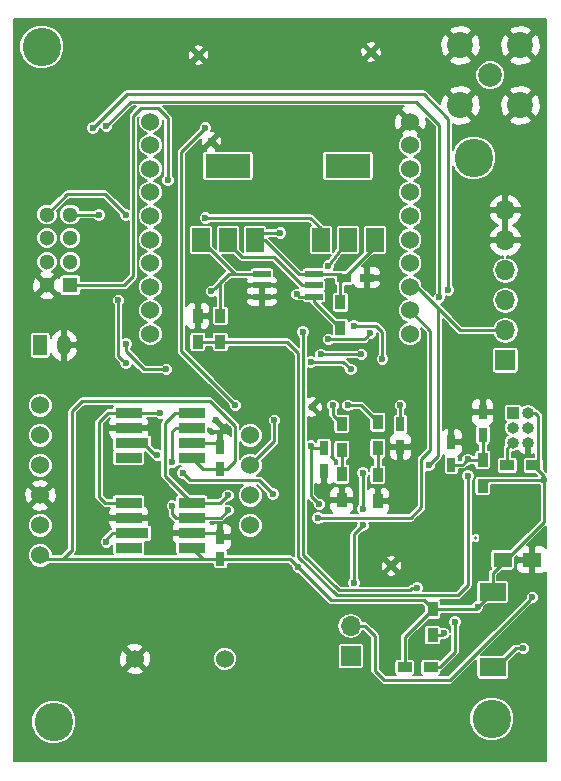
<source format=gbr>
G04 #@! TF.FileFunction,Copper,L1,Top,Signal*
%FSLAX46Y46*%
G04 Gerber Fmt 4.6, Leading zero omitted, Abs format (unit mm)*
G04 Created by KiCad (PCBNEW 4.0.6) date Wed Dec 27 22:05:19 2017*
%MOMM*%
%LPD*%
G01*
G04 APERTURE LIST*
%ADD10C,0.128000*%
%ADD11C,1.524000*%
%ADD12R,0.900000X1.200000*%
%ADD13R,1.000000X1.000000*%
%ADD14O,1.000000X1.000000*%
%ADD15R,1.700000X1.700000*%
%ADD16O,1.700000X1.700000*%
%ADD17R,0.750000X1.200000*%
%ADD18R,1.200000X0.750000*%
%ADD19R,2.200000X1.500000*%
%ADD20R,3.800000X2.000000*%
%ADD21R,1.500000X2.000000*%
%ADD22R,1.200000X0.900000*%
%ADD23R,1.500000X0.610000*%
%ADD24R,2.247900X0.899160*%
%ADD25R,2.799080X0.899160*%
%ADD26R,1.300000X1.300000*%
%ADD27C,1.300000*%
%ADD28C,2.200000*%
%ADD29C,2.000000*%
%ADD30C,0.600000*%
%ADD31R,1.200000X1.700000*%
%ADD32O,1.200000X1.700000*%
%ADD33R,1.500000X1.250000*%
%ADD34C,3.250000*%
%ADD35C,0.250000*%
%ADD36C,0.180000*%
G04 APERTURE END LIST*
D10*
D11*
X145161000Y-110363000D03*
X152781000Y-110363000D03*
D12*
X152400000Y-81323000D03*
X152400000Y-83523000D03*
X150495000Y-83523000D03*
X150495000Y-81323000D03*
D11*
X168478200Y-82864960D03*
X168478200Y-80863440D03*
X168478200Y-78864460D03*
X168478200Y-76862940D03*
X168478200Y-74863960D03*
X168478200Y-72864980D03*
X168478200Y-70863460D03*
X168478200Y-68864480D03*
X168478200Y-66862960D03*
X168478200Y-64863980D03*
X146481800Y-64863980D03*
X146481800Y-66862960D03*
X146481800Y-68864480D03*
X146481800Y-70863460D03*
X146481800Y-72864980D03*
X146481800Y-74863960D03*
X146481800Y-76862940D03*
X146481800Y-78864460D03*
X146481800Y-80863440D03*
X146481800Y-82864960D03*
D13*
X177165000Y-89535000D03*
D14*
X178435000Y-89535000D03*
X177165000Y-90805000D03*
X178435000Y-90805000D03*
X177165000Y-92075000D03*
X178435000Y-92075000D03*
D15*
X176530000Y-85090000D03*
D16*
X176530000Y-82550000D03*
X176530000Y-80010000D03*
X176530000Y-77470000D03*
X176530000Y-74930000D03*
X176530000Y-72390000D03*
D17*
X167640000Y-92390000D03*
X167640000Y-90490000D03*
X161163000Y-92522000D03*
X161163000Y-94422000D03*
X174625000Y-89474000D03*
X174625000Y-91374000D03*
X171958000Y-92014000D03*
X171958000Y-93914000D03*
D18*
X162880000Y-78105000D03*
X164780000Y-78105000D03*
D12*
X162687000Y-92667000D03*
X162687000Y-90467000D03*
X165735000Y-92540000D03*
X165735000Y-90340000D03*
X174625000Y-95715000D03*
X174625000Y-93515000D03*
D19*
X175450500Y-104686500D03*
X175450500Y-111086500D03*
D20*
X153035000Y-68605000D03*
D21*
X153035000Y-74905000D03*
X155335000Y-74905000D03*
X150735000Y-74905000D03*
D20*
X163195000Y-68605000D03*
D21*
X163195000Y-74905000D03*
X165495000Y-74905000D03*
X160895000Y-74905000D03*
D22*
X178900000Y-93980000D03*
X176700000Y-93980000D03*
D12*
X162687000Y-96942000D03*
X162687000Y-94742000D03*
X165735000Y-96985000D03*
X165735000Y-94785000D03*
D22*
X168000500Y-111061500D03*
X170200500Y-111061500D03*
D12*
X170370500Y-106151500D03*
X170370500Y-108351500D03*
X162560000Y-80180000D03*
X162560000Y-82380000D03*
D11*
X137160000Y-101600000D03*
X137160000Y-99060000D03*
X137160000Y-96520000D03*
X137160000Y-93980000D03*
X137160000Y-91440000D03*
X137160000Y-88900000D03*
X154940000Y-91440000D03*
X154940000Y-93980000D03*
X154940000Y-96520000D03*
X154940000Y-99060000D03*
D23*
X160315000Y-77790000D03*
X155915000Y-77790000D03*
X160315000Y-78740000D03*
X155915000Y-78740000D03*
X160315000Y-79690000D03*
X155915000Y-79690000D03*
D17*
X152400000Y-100015000D03*
X152400000Y-101915000D03*
X152400000Y-92395000D03*
X152400000Y-94295000D03*
D24*
X144645380Y-97160080D03*
X144645380Y-98412300D03*
D25*
X144922240Y-99707700D03*
D24*
X144645380Y-100959920D03*
X149994620Y-100959920D03*
X149994620Y-99707700D03*
X149994620Y-98412300D03*
X149994620Y-97160080D03*
X144645380Y-89540080D03*
X144645380Y-90792300D03*
D25*
X144922240Y-92087700D03*
D24*
X144645380Y-93339920D03*
X149994620Y-93339920D03*
X149994620Y-92087700D03*
X149994620Y-90792300D03*
X149994620Y-89540080D03*
D26*
X139700000Y-78740000D03*
D27*
X139700000Y-76740000D03*
X139700000Y-74740000D03*
X139700000Y-72740000D03*
X137700000Y-78740000D03*
X137700000Y-76740000D03*
X137700000Y-74740000D03*
X137700000Y-72740000D03*
D28*
X172720000Y-63500000D03*
X172720000Y-58420000D03*
X177800000Y-58420000D03*
X177800000Y-63500000D03*
D29*
X175260000Y-60960000D03*
D30*
X152019000Y-90170000D03*
X165163500Y-58991500D03*
X150558500Y-59245500D03*
D15*
X163449000Y-110109000D03*
D16*
X163449000Y-107569000D03*
D31*
X137160000Y-83820000D03*
D32*
X139160000Y-83820000D03*
D33*
X176296000Y-101981000D03*
X178796000Y-101981000D03*
D30*
X166878000Y-102489000D03*
X151638000Y-66548000D03*
X160147000Y-89027000D03*
D34*
X138303000Y-115697000D03*
X173863000Y-67945000D03*
X137287000Y-58547000D03*
X175387000Y-115443000D03*
D30*
X151638000Y-79247998D03*
X173355000Y-94869000D03*
X179832000Y-95250000D03*
X160782000Y-97282000D03*
X160039021Y-92329000D03*
X159004000Y-102616000D03*
X167640000Y-88900000D03*
X174180500Y-105981500D03*
X147955000Y-69850000D03*
X151130000Y-73025000D03*
X151130000Y-65405000D03*
X153670000Y-88900000D03*
X165099998Y-82804000D03*
X161543998Y-83312000D03*
X166116000Y-84963000D03*
X163703000Y-82169000D03*
X173355000Y-93472000D03*
X159385000Y-82677000D03*
X169037000Y-104374979D03*
X157480000Y-74295000D03*
X161925000Y-88900000D03*
X163195000Y-88900000D03*
X160655000Y-98425000D03*
X170053000Y-93980000D03*
X178054000Y-109474000D03*
X158877000Y-79502000D03*
X161544000Y-77089000D03*
X172275500Y-107251500D03*
X171323000Y-108204000D03*
X170942000Y-79756000D03*
X142748000Y-65278000D03*
X171704004Y-79121000D03*
X141605000Y-65405000D03*
X156972000Y-90170000D03*
X142748000Y-100457000D03*
X149225000Y-94615000D03*
X147066000Y-93091000D03*
X156845000Y-96393002D03*
X148336001Y-97408999D03*
X148336000Y-93726000D03*
X153035000Y-97790000D03*
X153035000Y-96520000D03*
X147320000Y-89535000D03*
X144399000Y-85314010D03*
X142113000Y-72771000D03*
X143764000Y-80010000D03*
X160909000Y-84582000D03*
X164338000Y-84582000D03*
X144399002Y-83693000D03*
X160039021Y-85217000D03*
X163449000Y-85852000D03*
X147828000Y-85852000D03*
X144399000Y-72771000D03*
X163703000Y-103944968D03*
X164465000Y-97663000D03*
X164465000Y-99060000D03*
X164465000Y-94615000D03*
X178816000Y-105156000D03*
D35*
X173990000Y-100160000D02*
X173990000Y-100076000D01*
X151937999Y-78947999D02*
X151638000Y-79247998D01*
X153096000Y-77790000D02*
X151937999Y-78947999D01*
X155915000Y-77790000D02*
X153096000Y-77790000D01*
X153096000Y-77790000D02*
X152400000Y-78486000D01*
X152400000Y-78486000D02*
X152400000Y-81323000D01*
X155915000Y-77790000D02*
X153620000Y-77790000D01*
X153620000Y-77790000D02*
X150735000Y-74905000D01*
X149994620Y-99707700D02*
X152092700Y-99707700D01*
X152092700Y-99707700D02*
X152400000Y-100015000D01*
X152400000Y-92395000D02*
X152092700Y-92087700D01*
X152092700Y-92087700D02*
X149994620Y-92087700D01*
X173355000Y-95293264D02*
X173355000Y-94869000D01*
X159004000Y-101720596D02*
X162263393Y-104979989D01*
X162263393Y-104979989D02*
X172515011Y-104979989D01*
X158072000Y-83523000D02*
X159004000Y-84455000D01*
X152400000Y-83523000D02*
X158072000Y-83523000D01*
X172515011Y-104979989D02*
X173355000Y-104140000D01*
X159004000Y-84455000D02*
X159004000Y-101720596D01*
X173355000Y-104140000D02*
X173355000Y-95293264D01*
X150495000Y-83523000D02*
X152400000Y-83523000D01*
X179832000Y-95250000D02*
X175090000Y-95250000D01*
X175090000Y-95250000D02*
X174625000Y-95715000D01*
X179832000Y-95250000D02*
X179832000Y-94912000D01*
X179832000Y-94912000D02*
X178900000Y-93980000D01*
X176405500Y-102171500D02*
X179832000Y-98745000D01*
X179832000Y-95674264D02*
X179832000Y-95250000D01*
X179832000Y-98745000D02*
X179832000Y-95674264D01*
X178435000Y-89535000D02*
X179070000Y-89535000D01*
X179070000Y-89535000D02*
X179324000Y-89789000D01*
X179324000Y-89789000D02*
X179324000Y-93556000D01*
X179324000Y-93556000D02*
X178900000Y-93980000D01*
X160039021Y-96539021D02*
X160482001Y-96982001D01*
X160482001Y-96982001D02*
X160782000Y-97282000D01*
X160039021Y-92329000D02*
X160039021Y-96539021D01*
X160232021Y-92522000D02*
X160039021Y-92329000D01*
X161163000Y-92522000D02*
X160232021Y-92522000D01*
X139827000Y-100584000D02*
X139827000Y-101219000D01*
X139827000Y-101153000D02*
X139065000Y-101915000D01*
X139827000Y-89408000D02*
X139827000Y-100584000D01*
X152400000Y-101915000D02*
X139065000Y-101915000D01*
X139065000Y-101915000D02*
X137475000Y-101915000D01*
X139827000Y-100584000D02*
X139827000Y-101153000D01*
X152400000Y-94295000D02*
X152974000Y-94295000D01*
X152974000Y-94295000D02*
X153670000Y-93599000D01*
X153670000Y-93599000D02*
X153670000Y-90678000D01*
X153670000Y-90678000D02*
X151511000Y-88519000D01*
X139827000Y-101219000D02*
X139446000Y-101600000D01*
X151511000Y-88519000D02*
X140716000Y-88519000D01*
X140716000Y-88519000D02*
X139827000Y-89408000D01*
X170370500Y-106151500D02*
X169629000Y-105410000D01*
X169629000Y-105410000D02*
X161798000Y-105410000D01*
X161798000Y-105410000D02*
X159004000Y-102616000D01*
X152400000Y-101915000D02*
X158303000Y-101915000D01*
X159303999Y-102915999D02*
X159004000Y-102616000D01*
X158303000Y-101915000D02*
X158704001Y-102316001D01*
X158704001Y-102316001D02*
X159004000Y-102616000D01*
X167640000Y-88900000D02*
X167640000Y-90490000D01*
X137475000Y-101915000D02*
X137160000Y-101600000D01*
X149994620Y-100959920D02*
X150949700Y-101915000D01*
X150949700Y-101915000D02*
X152400000Y-101915000D01*
X149994620Y-93339920D02*
X150949700Y-94295000D01*
X150949700Y-94295000D02*
X152400000Y-94295000D01*
X168000500Y-111061500D02*
X168000500Y-108521500D01*
X168000500Y-108521500D02*
X170370500Y-106151500D01*
X175450500Y-104686500D02*
X175450500Y-103126500D01*
X175450500Y-103126500D02*
X176405500Y-102171500D01*
X170370500Y-106151500D02*
X174010500Y-106151500D01*
X174010500Y-106151500D02*
X174180500Y-105981500D01*
X174180500Y-105981500D02*
X175450500Y-104711500D01*
X175450500Y-104711500D02*
X175450500Y-104686500D01*
X147955000Y-69850000D02*
X147955000Y-64579500D01*
X147955000Y-64579500D02*
X147129500Y-63754000D01*
X147129500Y-63754000D02*
X145669000Y-63754000D01*
X145034000Y-64389000D02*
X145034000Y-77978000D01*
X145669000Y-63754000D02*
X145034000Y-64389000D01*
X145034000Y-77978000D02*
X144272000Y-78740000D01*
X144272000Y-78740000D02*
X139700000Y-78740000D01*
X160895000Y-74905000D02*
X160895000Y-73900000D01*
X160020000Y-73025000D02*
X151130000Y-73025000D01*
X160895000Y-73900000D02*
X160020000Y-73025000D01*
X151130000Y-65405000D02*
X149098000Y-67437000D01*
X149098000Y-67437000D02*
X149098000Y-84328000D01*
X149098000Y-84328000D02*
X153670000Y-88900000D01*
X164799999Y-83103999D02*
X165099998Y-82804000D01*
X164591998Y-83312000D02*
X164799999Y-83103999D01*
X161543998Y-83312000D02*
X164591998Y-83312000D01*
X166116000Y-82677000D02*
X166116000Y-84963000D01*
X165608000Y-82169000D02*
X166116000Y-82677000D01*
X163703000Y-82169000D02*
X165608000Y-82169000D01*
X173398000Y-93515000D02*
X173355000Y-93472000D01*
X174625000Y-93515000D02*
X173398000Y-93515000D01*
X172913000Y-93914000D02*
X173055001Y-93771999D01*
X171958000Y-93914000D02*
X172913000Y-93914000D01*
X173055001Y-93771999D02*
X173355000Y-93472000D01*
X174625000Y-91374000D02*
X174625000Y-93515000D01*
X160315000Y-77790000D02*
X159070000Y-77790000D01*
X159070000Y-77790000D02*
X156185000Y-74905000D01*
X156185000Y-74905000D02*
X155335000Y-74905000D01*
X162441509Y-104549978D02*
X159434011Y-101542480D01*
X168437737Y-104549978D02*
X162441509Y-104549978D01*
X159385000Y-83101264D02*
X159385000Y-82677000D01*
X159434011Y-83150275D02*
X159385000Y-83101264D01*
X169037000Y-104374979D02*
X168612736Y-104374979D01*
X159434011Y-101542480D02*
X159434011Y-83150275D01*
X168612736Y-104374979D02*
X168437737Y-104549978D01*
X155335000Y-74905000D02*
X155945000Y-74295000D01*
X155945000Y-74295000D02*
X157480000Y-74295000D01*
X165495000Y-74905000D02*
X165495000Y-75490000D01*
X160315000Y-77790000D02*
X162565000Y-77790000D01*
X162560000Y-80180000D02*
X162560000Y-78425000D01*
X162560000Y-78425000D02*
X162880000Y-78105000D01*
X165495000Y-75490000D02*
X162880000Y-78105000D01*
X162565000Y-77790000D02*
X162880000Y-78105000D01*
X162687000Y-92667000D02*
X162687000Y-94742000D01*
X161925000Y-88900000D02*
X161925000Y-89705000D01*
X161925000Y-89705000D02*
X162687000Y-90467000D01*
X165735000Y-92540000D02*
X165735000Y-94785000D01*
X164295000Y-88900000D02*
X165735000Y-90340000D01*
X163195000Y-88900000D02*
X164295000Y-88900000D01*
X176700000Y-93980000D02*
X176700000Y-92540000D01*
X176700000Y-92540000D02*
X177165000Y-92075000D01*
X168478200Y-80863440D02*
X170180000Y-82565240D01*
X170180000Y-82565240D02*
X170180000Y-92703598D01*
X170180000Y-92703598D02*
X169418000Y-93465598D01*
X169418000Y-93465598D02*
X169418000Y-97536000D01*
X169418000Y-97536000D02*
X168529000Y-98425000D01*
X168529000Y-98425000D02*
X161079264Y-98425000D01*
X161079264Y-98425000D02*
X160655000Y-98425000D01*
X170352999Y-93680001D02*
X170053000Y-93980000D01*
X170815000Y-93218000D02*
X170352999Y-93680001D01*
X170815000Y-80645000D02*
X170815000Y-93218000D01*
X176530000Y-82550000D02*
X172720000Y-82550000D01*
X172720000Y-82550000D02*
X170815000Y-80645000D01*
X170815000Y-80645000D02*
X169034460Y-78864460D01*
X168478200Y-78864460D02*
X169034460Y-78864460D01*
X177629736Y-109474000D02*
X178054000Y-109474000D01*
X177413000Y-109474000D02*
X177629736Y-109474000D01*
X175800500Y-111086500D02*
X177413000Y-109474000D01*
X175450500Y-111086500D02*
X175800500Y-111086500D01*
X153035000Y-75155000D02*
X153035000Y-74905000D01*
X156902000Y-76327000D02*
X154207000Y-76327000D01*
X160315000Y-78740000D02*
X159315000Y-78740000D01*
X154207000Y-76327000D02*
X153035000Y-75155000D01*
X159315000Y-78740000D02*
X156902000Y-76327000D01*
X159065000Y-79690000D02*
X158877000Y-79502000D01*
X160315000Y-79690000D02*
X159065000Y-79690000D01*
X161544000Y-77089000D02*
X163195000Y-74905000D01*
X160315000Y-79690000D02*
X160315000Y-80135000D01*
X160315000Y-80135000D02*
X162560000Y-82380000D01*
X170200500Y-111061500D02*
X171005500Y-111061500D01*
X172275500Y-107251500D02*
X172275500Y-109791500D01*
X171005500Y-111061500D02*
X172275500Y-109791500D01*
X170370500Y-108351500D02*
X171175500Y-108351500D01*
X171175500Y-108351500D02*
X171323000Y-108204000D01*
X142748000Y-65278000D02*
X144843500Y-63182500D01*
X144843500Y-63182500D02*
X168973500Y-63182500D01*
X168973500Y-63182500D02*
X170942000Y-65151000D01*
X170942000Y-65151000D02*
X170942000Y-79121000D01*
X170942000Y-79121000D02*
X170942000Y-79756000D01*
X171704004Y-78696736D02*
X171704004Y-79121000D01*
X144462500Y-62547500D02*
X169608500Y-62547500D01*
X169608500Y-62547500D02*
X171704004Y-64643004D01*
X141605000Y-65405000D02*
X144462500Y-62547500D01*
X171704004Y-64643004D02*
X171704004Y-78696736D01*
X156972000Y-91948000D02*
X154940000Y-93980000D01*
X156972000Y-90170000D02*
X156972000Y-91948000D01*
X142748000Y-100232400D02*
X142748000Y-100457000D01*
X144922240Y-99707700D02*
X143272700Y-99707700D01*
X143272700Y-99707700D02*
X142748000Y-100232400D01*
X155701998Y-95250000D02*
X149860000Y-95250000D01*
X156845000Y-96393002D02*
X155701998Y-95250000D01*
X149524999Y-94914999D02*
X149225000Y-94615000D01*
X149860000Y-95250000D02*
X149524999Y-94914999D01*
X144922240Y-92087700D02*
X145872200Y-92087700D01*
X145872200Y-92087700D02*
X146875500Y-93091000D01*
X146875500Y-93091000D02*
X147066000Y-93091000D01*
X148336001Y-97833263D02*
X148336001Y-97408999D01*
X148336001Y-98127631D02*
X148336001Y-97833263D01*
X148620670Y-98412300D02*
X148336001Y-98127631D01*
X149994620Y-98412300D02*
X148620670Y-98412300D01*
X148336000Y-91076970D02*
X148336000Y-93301736D01*
X148336000Y-93301736D02*
X148336000Y-93726000D01*
X148620670Y-90792300D02*
X148336000Y-91076970D01*
X149994620Y-90792300D02*
X148620670Y-90792300D01*
X152412700Y-98412300D02*
X149994620Y-98412300D01*
X153035000Y-97790000D02*
X152412700Y-98412300D01*
X149994620Y-89540080D02*
X148584920Y-89540080D01*
X148584920Y-89540080D02*
X147701000Y-90424000D01*
X147701000Y-90424000D02*
X147701000Y-94866460D01*
X147701000Y-94866460D02*
X149994620Y-97160080D01*
X152394920Y-97160080D02*
X149994620Y-97160080D01*
X153035000Y-96520000D02*
X152394920Y-97160080D01*
X144645380Y-97160080D02*
X142626080Y-97160080D01*
X142626080Y-97160080D02*
X142113000Y-96647000D01*
X142869920Y-89540080D02*
X144645380Y-89540080D01*
X142113000Y-96647000D02*
X142113000Y-90297000D01*
X142113000Y-90297000D02*
X142869920Y-89540080D01*
X147314920Y-89540080D02*
X144645380Y-89540080D01*
X147320000Y-89535000D02*
X147314920Y-89540080D01*
X144099001Y-85014011D02*
X144399000Y-85314010D01*
X143764000Y-84679010D02*
X144099001Y-85014011D01*
X143764000Y-80010000D02*
X143764000Y-84679010D01*
X142082000Y-72740000D02*
X142113000Y-72771000D01*
X139700000Y-72740000D02*
X142082000Y-72740000D01*
X164338000Y-84582000D02*
X160909000Y-84582000D01*
X147828000Y-85852000D02*
X145923000Y-85852000D01*
X145923000Y-85852000D02*
X144399002Y-84328002D01*
X144399002Y-84328002D02*
X144399002Y-83693000D01*
X160463285Y-85217000D02*
X160039021Y-85217000D01*
X163449000Y-85852000D02*
X162814000Y-85217000D01*
X162814000Y-85217000D02*
X160463285Y-85217000D01*
X137700000Y-72740000D02*
X139447000Y-70993000D01*
X139447000Y-70993000D02*
X142621000Y-70993000D01*
X142621000Y-70993000D02*
X144099001Y-72471001D01*
X144099001Y-72471001D02*
X144399000Y-72771000D01*
X164465000Y-99060000D02*
X163703000Y-99822000D01*
X163703000Y-103520704D02*
X163703000Y-103944968D01*
X163703000Y-99822000D02*
X163703000Y-103520704D01*
X164465000Y-94615000D02*
X164465000Y-97663000D01*
X166243000Y-112141000D02*
X171831000Y-112141000D01*
X165481000Y-108398919D02*
X165481000Y-111379000D01*
X165481000Y-111379000D02*
X166243000Y-112141000D01*
X163449000Y-107569000D02*
X164651081Y-107569000D01*
X164651081Y-107569000D02*
X165481000Y-108398919D01*
X178516001Y-105455999D02*
X178816000Y-105156000D01*
X171831000Y-112141000D02*
X178516001Y-105455999D01*
D36*
G36*
X179995000Y-94516386D02*
X179775289Y-94296675D01*
X179775289Y-93530000D01*
X179756462Y-93429944D01*
X179719000Y-93371727D01*
X179719000Y-89789000D01*
X179688932Y-89637840D01*
X179603307Y-89509693D01*
X179349307Y-89255693D01*
X179221160Y-89170068D01*
X179098176Y-89145605D01*
X178994557Y-88990528D01*
X178744751Y-88823613D01*
X178450085Y-88765000D01*
X178419915Y-88765000D01*
X178125249Y-88823613D01*
X177925613Y-88957005D01*
X177921462Y-88934944D01*
X177862329Y-88843049D01*
X177772103Y-88781400D01*
X177665000Y-88759711D01*
X176665000Y-88759711D01*
X176564944Y-88778538D01*
X176473049Y-88837671D01*
X176411400Y-88927897D01*
X176389711Y-89035000D01*
X176389711Y-90035000D01*
X176408538Y-90135056D01*
X176467671Y-90226951D01*
X176557897Y-90288600D01*
X176583255Y-90293735D01*
X176438528Y-90510334D01*
X176379915Y-90805000D01*
X176438528Y-91099666D01*
X176605443Y-91349472D01*
X176740928Y-91440000D01*
X176605443Y-91530528D01*
X176438528Y-91780334D01*
X176379915Y-92075000D01*
X176417733Y-92265123D01*
X176335068Y-92388840D01*
X176305000Y-92540000D01*
X176305000Y-93254711D01*
X176100000Y-93254711D01*
X175999944Y-93273538D01*
X175908049Y-93332671D01*
X175846400Y-93422897D01*
X175824711Y-93530000D01*
X175824711Y-94430000D01*
X175843538Y-94530056D01*
X175902671Y-94621951D01*
X175992897Y-94683600D01*
X176100000Y-94705289D01*
X177300000Y-94705289D01*
X177400056Y-94686462D01*
X177491951Y-94627329D01*
X177553600Y-94537103D01*
X177575289Y-94430000D01*
X177575289Y-93530000D01*
X177556462Y-93429944D01*
X177497329Y-93338049D01*
X177407103Y-93276400D01*
X177300000Y-93254711D01*
X177095000Y-93254711D01*
X177095000Y-92834077D01*
X177149915Y-92845000D01*
X177180085Y-92845000D01*
X177474751Y-92786387D01*
X177572649Y-92720974D01*
X177727890Y-92915022D01*
X178103178Y-93121678D01*
X178271000Y-93011200D01*
X178271000Y-92239000D01*
X178251000Y-92239000D01*
X178251000Y-91911000D01*
X178271000Y-91911000D01*
X178271000Y-91891000D01*
X178599000Y-91891000D01*
X178599000Y-91911000D01*
X178619000Y-91911000D01*
X178619000Y-92239000D01*
X178599000Y-92239000D01*
X178599000Y-93011200D01*
X178766822Y-93121678D01*
X178929000Y-93032373D01*
X178929000Y-93254711D01*
X178300000Y-93254711D01*
X178199944Y-93273538D01*
X178108049Y-93332671D01*
X178046400Y-93422897D01*
X178024711Y-93530000D01*
X178024711Y-94430000D01*
X178043538Y-94530056D01*
X178102671Y-94621951D01*
X178192897Y-94683600D01*
X178300000Y-94705289D01*
X179066675Y-94705289D01*
X179216386Y-94855000D01*
X175150499Y-94855000D01*
X175075000Y-94839711D01*
X174175000Y-94839711D01*
X174074944Y-94858538D01*
X173983049Y-94917671D01*
X173921400Y-95007897D01*
X173899711Y-95115000D01*
X173899711Y-96315000D01*
X173918538Y-96415056D01*
X173977671Y-96506951D01*
X174067897Y-96568600D01*
X174175000Y-96590289D01*
X175075000Y-96590289D01*
X175175056Y-96571462D01*
X175266951Y-96512329D01*
X175328600Y-96422103D01*
X175350289Y-96315000D01*
X175350289Y-95645000D01*
X179420912Y-95645000D01*
X179437000Y-95661116D01*
X179437000Y-98581386D01*
X176937675Y-101080711D01*
X175546000Y-101080711D01*
X175445944Y-101099538D01*
X175354049Y-101158671D01*
X175292400Y-101248897D01*
X175270711Y-101356000D01*
X175270711Y-102606000D01*
X175289538Y-102706056D01*
X175298462Y-102719924D01*
X175171193Y-102847193D01*
X175085568Y-102975340D01*
X175055500Y-103126500D01*
X175055500Y-103661211D01*
X174350500Y-103661211D01*
X174250444Y-103680038D01*
X174158549Y-103739171D01*
X174096900Y-103829397D01*
X174075211Y-103936500D01*
X174075211Y-105411408D01*
X174067617Y-105411401D01*
X173858043Y-105497996D01*
X173697559Y-105658199D01*
X173656741Y-105756500D01*
X171095789Y-105756500D01*
X171095789Y-105551500D01*
X171076962Y-105451444D01*
X171027764Y-105374989D01*
X172515011Y-105374989D01*
X172666171Y-105344921D01*
X172794318Y-105259296D01*
X173634307Y-104419307D01*
X173719932Y-104291160D01*
X173750000Y-104140000D01*
X173750000Y-100465571D01*
X173838840Y-100524932D01*
X173990000Y-100555000D01*
X174141160Y-100524932D01*
X174269307Y-100439307D01*
X174354932Y-100311160D01*
X174385000Y-100160000D01*
X174385000Y-100076000D01*
X174354932Y-99924840D01*
X174269307Y-99796693D01*
X174141160Y-99711068D01*
X173990000Y-99681000D01*
X173838840Y-99711068D01*
X173750000Y-99770429D01*
X173750000Y-95280088D01*
X173837941Y-95192301D01*
X173924901Y-94982877D01*
X173925099Y-94756117D01*
X173838504Y-94546543D01*
X173678301Y-94386059D01*
X173468877Y-94299099D01*
X173242117Y-94298901D01*
X173032543Y-94385496D01*
X172872059Y-94545699D01*
X172785099Y-94755123D01*
X172784901Y-94981883D01*
X172871496Y-95191457D01*
X172960000Y-95280116D01*
X172960000Y-103976386D01*
X172351397Y-104584989D01*
X169566983Y-104584989D01*
X169606901Y-104488856D01*
X169607099Y-104262096D01*
X169520504Y-104052522D01*
X169360301Y-103892038D01*
X169150877Y-103805078D01*
X168924117Y-103804880D01*
X168714543Y-103891475D01*
X168625884Y-103979979D01*
X168612736Y-103979979D01*
X168461576Y-104010047D01*
X168333429Y-104095672D01*
X168274123Y-104154978D01*
X164232983Y-104154978D01*
X164272901Y-104058845D01*
X164273099Y-103832085D01*
X164186504Y-103622511D01*
X164098000Y-103533852D01*
X164098000Y-103126291D01*
X166452841Y-103126291D01*
X166468452Y-103307890D01*
X166813002Y-103402283D01*
X167167448Y-103357638D01*
X167287548Y-103307890D01*
X167303159Y-103126291D01*
X166878000Y-102701132D01*
X166452841Y-103126291D01*
X164098000Y-103126291D01*
X164098000Y-102424002D01*
X165964717Y-102424002D01*
X166009362Y-102778448D01*
X166059110Y-102898548D01*
X166240709Y-102914159D01*
X166665868Y-102489000D01*
X167090132Y-102489000D01*
X167515291Y-102914159D01*
X167696890Y-102898548D01*
X167791283Y-102553998D01*
X167746638Y-102199552D01*
X167696890Y-102079452D01*
X167515291Y-102063841D01*
X167090132Y-102489000D01*
X166665868Y-102489000D01*
X166240709Y-102063841D01*
X166059110Y-102079452D01*
X165964717Y-102424002D01*
X164098000Y-102424002D01*
X164098000Y-101851709D01*
X166452841Y-101851709D01*
X166878000Y-102276868D01*
X167303159Y-101851709D01*
X167287548Y-101670110D01*
X166942998Y-101575717D01*
X166588552Y-101620362D01*
X166468452Y-101670110D01*
X166452841Y-101851709D01*
X164098000Y-101851709D01*
X164098000Y-99985614D01*
X164453623Y-99629991D01*
X164577883Y-99630099D01*
X164787457Y-99543504D01*
X164947941Y-99383301D01*
X165034901Y-99173877D01*
X165035099Y-98947117D01*
X164982575Y-98820000D01*
X168529000Y-98820000D01*
X168680160Y-98789932D01*
X168808307Y-98704307D01*
X169697307Y-97815307D01*
X169782932Y-97687160D01*
X169813000Y-97536000D01*
X169813000Y-94497530D01*
X169939123Y-94549901D01*
X170165883Y-94550099D01*
X170375457Y-94463504D01*
X170535941Y-94303301D01*
X170622901Y-94093877D01*
X170623010Y-93968604D01*
X171094307Y-93497307D01*
X171179932Y-93369160D01*
X171210000Y-93218000D01*
X171210000Y-93086700D01*
X171244260Y-93120960D01*
X171356385Y-93167403D01*
X171329400Y-93206897D01*
X171307711Y-93314000D01*
X171307711Y-94514000D01*
X171326538Y-94614056D01*
X171385671Y-94705951D01*
X171475897Y-94767600D01*
X171583000Y-94789289D01*
X172333000Y-94789289D01*
X172433056Y-94770462D01*
X172524951Y-94711329D01*
X172586600Y-94621103D01*
X172608289Y-94514000D01*
X172608289Y-94309000D01*
X172913000Y-94309000D01*
X173064160Y-94278932D01*
X173192307Y-94193307D01*
X173343623Y-94041991D01*
X173467883Y-94042099D01*
X173677457Y-93955504D01*
X173723041Y-93910000D01*
X173899711Y-93910000D01*
X173899711Y-94115000D01*
X173918538Y-94215056D01*
X173977671Y-94306951D01*
X174067897Y-94368600D01*
X174175000Y-94390289D01*
X175075000Y-94390289D01*
X175175056Y-94371462D01*
X175266951Y-94312329D01*
X175328600Y-94222103D01*
X175350289Y-94115000D01*
X175350289Y-92915000D01*
X175331462Y-92814944D01*
X175272329Y-92723049D01*
X175182103Y-92661400D01*
X175075000Y-92639711D01*
X175020000Y-92639711D01*
X175020000Y-92245526D01*
X175100056Y-92230462D01*
X175191951Y-92171329D01*
X175253600Y-92081103D01*
X175275289Y-91974000D01*
X175275289Y-90774000D01*
X175256462Y-90673944D01*
X175226535Y-90627437D01*
X175338740Y-90580960D01*
X175506960Y-90412740D01*
X175598000Y-90192950D01*
X175598000Y-89787500D01*
X175448500Y-89638000D01*
X174789000Y-89638000D01*
X174789000Y-89658000D01*
X174461000Y-89658000D01*
X174461000Y-89638000D01*
X173801500Y-89638000D01*
X173652000Y-89787500D01*
X173652000Y-90192950D01*
X173743040Y-90412740D01*
X173911260Y-90580960D01*
X174023385Y-90627403D01*
X173996400Y-90666897D01*
X173974711Y-90774000D01*
X173974711Y-91974000D01*
X173993538Y-92074056D01*
X174052671Y-92165951D01*
X174142897Y-92227600D01*
X174230000Y-92245239D01*
X174230000Y-92639711D01*
X174175000Y-92639711D01*
X174074944Y-92658538D01*
X173983049Y-92717671D01*
X173921400Y-92807897D01*
X173899711Y-92915000D01*
X173899711Y-93120000D01*
X173809013Y-93120000D01*
X173678301Y-92989059D01*
X173468877Y-92902099D01*
X173242117Y-92901901D01*
X173032543Y-92988496D01*
X172872059Y-93148699D01*
X172785099Y-93358123D01*
X172784990Y-93483396D01*
X172749386Y-93519000D01*
X172608289Y-93519000D01*
X172608289Y-93314000D01*
X172589462Y-93213944D01*
X172559535Y-93167437D01*
X172671740Y-93120960D01*
X172839960Y-92952740D01*
X172931000Y-92732950D01*
X172931000Y-92327500D01*
X172781500Y-92178000D01*
X172122000Y-92178000D01*
X172122000Y-92198000D01*
X171794000Y-92198000D01*
X171794000Y-92178000D01*
X171774000Y-92178000D01*
X171774000Y-91850000D01*
X171794000Y-91850000D01*
X171794000Y-90965500D01*
X172122000Y-90965500D01*
X172122000Y-91850000D01*
X172781500Y-91850000D01*
X172931000Y-91700500D01*
X172931000Y-91295050D01*
X172839960Y-91075260D01*
X172671740Y-90907040D01*
X172451949Y-90816000D01*
X172271500Y-90816000D01*
X172122000Y-90965500D01*
X171794000Y-90965500D01*
X171644500Y-90816000D01*
X171464051Y-90816000D01*
X171244260Y-90907040D01*
X171210000Y-90941300D01*
X171210000Y-88755050D01*
X173652000Y-88755050D01*
X173652000Y-89160500D01*
X173801500Y-89310000D01*
X174461000Y-89310000D01*
X174461000Y-88425500D01*
X174789000Y-88425500D01*
X174789000Y-89310000D01*
X175448500Y-89310000D01*
X175598000Y-89160500D01*
X175598000Y-88755050D01*
X175506960Y-88535260D01*
X175338740Y-88367040D01*
X175118949Y-88276000D01*
X174938500Y-88276000D01*
X174789000Y-88425500D01*
X174461000Y-88425500D01*
X174311500Y-88276000D01*
X174131051Y-88276000D01*
X173911260Y-88367040D01*
X173743040Y-88535260D01*
X173652000Y-88755050D01*
X171210000Y-88755050D01*
X171210000Y-84240000D01*
X175404711Y-84240000D01*
X175404711Y-85940000D01*
X175423538Y-86040056D01*
X175482671Y-86131951D01*
X175572897Y-86193600D01*
X175680000Y-86215289D01*
X177380000Y-86215289D01*
X177480056Y-86196462D01*
X177571951Y-86137329D01*
X177633600Y-86047103D01*
X177655289Y-85940000D01*
X177655289Y-84240000D01*
X177636462Y-84139944D01*
X177577329Y-84048049D01*
X177487103Y-83986400D01*
X177380000Y-83964711D01*
X175680000Y-83964711D01*
X175579944Y-83983538D01*
X175488049Y-84042671D01*
X175426400Y-84132897D01*
X175404711Y-84240000D01*
X171210000Y-84240000D01*
X171210000Y-81598614D01*
X172440693Y-82829307D01*
X172568840Y-82914932D01*
X172720000Y-82945000D01*
X175466629Y-82945000D01*
X175473313Y-82978605D01*
X175716098Y-83341960D01*
X176079453Y-83584745D01*
X176508058Y-83670000D01*
X176551942Y-83670000D01*
X176980547Y-83584745D01*
X177343902Y-83341960D01*
X177586687Y-82978605D01*
X177671942Y-82550000D01*
X177586687Y-82121395D01*
X177343902Y-81758040D01*
X176980547Y-81515255D01*
X176551942Y-81430000D01*
X176508058Y-81430000D01*
X176079453Y-81515255D01*
X175716098Y-81758040D01*
X175473313Y-82121395D01*
X175466629Y-82155000D01*
X172883614Y-82155000D01*
X171054713Y-80326099D01*
X171054883Y-80326099D01*
X171264457Y-80239504D01*
X171424941Y-80079301D01*
X171453717Y-80010000D01*
X175388058Y-80010000D01*
X175473313Y-80438605D01*
X175716098Y-80801960D01*
X176079453Y-81044745D01*
X176508058Y-81130000D01*
X176551942Y-81130000D01*
X176980547Y-81044745D01*
X177343902Y-80801960D01*
X177586687Y-80438605D01*
X177671942Y-80010000D01*
X177586687Y-79581395D01*
X177343902Y-79218040D01*
X176980547Y-78975255D01*
X176551942Y-78890000D01*
X176508058Y-78890000D01*
X176079453Y-78975255D01*
X175716098Y-79218040D01*
X175473313Y-79581395D01*
X175388058Y-80010000D01*
X171453717Y-80010000D01*
X171511901Y-79869877D01*
X171512086Y-79658496D01*
X171590127Y-79690901D01*
X171816887Y-79691099D01*
X172026461Y-79604504D01*
X172186945Y-79444301D01*
X172273905Y-79234877D01*
X172274103Y-79008117D01*
X172187508Y-78798543D01*
X172099004Y-78709884D01*
X172099004Y-75317040D01*
X175134685Y-75317040D01*
X175269673Y-75642965D01*
X175638450Y-76071000D01*
X176142957Y-76325328D01*
X176365998Y-76219197D01*
X176365998Y-76378000D01*
X176367293Y-76378000D01*
X176079453Y-76435255D01*
X175716098Y-76678040D01*
X175473313Y-77041395D01*
X175388058Y-77470000D01*
X175473313Y-77898605D01*
X175716098Y-78261960D01*
X176079453Y-78504745D01*
X176508058Y-78590000D01*
X176551942Y-78590000D01*
X176980547Y-78504745D01*
X177343902Y-78261960D01*
X177586687Y-77898605D01*
X177671942Y-77470000D01*
X177586687Y-77041395D01*
X177343902Y-76678040D01*
X176980547Y-76435255D01*
X176692707Y-76378000D01*
X176694002Y-76378000D01*
X176694002Y-76219197D01*
X176917043Y-76325328D01*
X177421550Y-76071000D01*
X177790327Y-75642965D01*
X177925315Y-75317040D01*
X177818102Y-75094000D01*
X176694000Y-75094000D01*
X176694000Y-75114000D01*
X176366000Y-75114000D01*
X176366000Y-75094000D01*
X175241898Y-75094000D01*
X175134685Y-75317040D01*
X172099004Y-75317040D01*
X172099004Y-72777040D01*
X175134685Y-72777040D01*
X175269673Y-73102965D01*
X175638450Y-73531000D01*
X175894346Y-73660000D01*
X175638450Y-73789000D01*
X175269673Y-74217035D01*
X175134685Y-74542960D01*
X175241898Y-74766000D01*
X176366000Y-74766000D01*
X176366000Y-72554000D01*
X176694000Y-72554000D01*
X176694000Y-74766000D01*
X177818102Y-74766000D01*
X177925315Y-74542960D01*
X177790327Y-74217035D01*
X177421550Y-73789000D01*
X177165654Y-73660000D01*
X177421550Y-73531000D01*
X177790327Y-73102965D01*
X177925315Y-72777040D01*
X177818102Y-72554000D01*
X176694000Y-72554000D01*
X176366000Y-72554000D01*
X175241898Y-72554000D01*
X175134685Y-72777040D01*
X172099004Y-72777040D01*
X172099004Y-72002960D01*
X175134685Y-72002960D01*
X175241898Y-72226000D01*
X176366000Y-72226000D01*
X176366000Y-71100804D01*
X176694000Y-71100804D01*
X176694000Y-72226000D01*
X177818102Y-72226000D01*
X177925315Y-72002960D01*
X177790327Y-71677035D01*
X177421550Y-71249000D01*
X176917043Y-70994672D01*
X176694000Y-71100804D01*
X176366000Y-71100804D01*
X176142957Y-70994672D01*
X175638450Y-71249000D01*
X175269673Y-71677035D01*
X175134685Y-72002960D01*
X172099004Y-72002960D01*
X172099004Y-68638132D01*
X172255561Y-69017029D01*
X172788167Y-69550566D01*
X173484408Y-69839670D01*
X174238285Y-69840328D01*
X174935029Y-69552439D01*
X175468566Y-69019833D01*
X175757670Y-68323592D01*
X175758328Y-67569715D01*
X175470439Y-66872971D01*
X174937833Y-66339434D01*
X174241592Y-66050330D01*
X173487715Y-66049672D01*
X172790971Y-66337561D01*
X172257434Y-66870167D01*
X172099004Y-67251709D01*
X172099004Y-65081623D01*
X172477131Y-65214146D01*
X173151594Y-65176607D01*
X173600358Y-64990723D01*
X173716484Y-64728415D01*
X176803516Y-64728415D01*
X176919642Y-64990723D01*
X177557131Y-65214146D01*
X178231594Y-65176607D01*
X178680358Y-64990723D01*
X178796484Y-64728415D01*
X177800000Y-63731931D01*
X176803516Y-64728415D01*
X173716484Y-64728415D01*
X172720000Y-63731931D01*
X172705858Y-63746074D01*
X172473927Y-63514143D01*
X172488069Y-63500000D01*
X172951931Y-63500000D01*
X173948415Y-64496484D01*
X174210723Y-64380358D01*
X174434146Y-63742869D01*
X174407111Y-63257131D01*
X176085854Y-63257131D01*
X176123393Y-63931594D01*
X176309277Y-64380358D01*
X176571585Y-64496484D01*
X177568069Y-63500000D01*
X178031931Y-63500000D01*
X179028415Y-64496484D01*
X179290723Y-64380358D01*
X179514146Y-63742869D01*
X179476607Y-63068406D01*
X179290723Y-62619642D01*
X179028415Y-62503516D01*
X178031931Y-63500000D01*
X177568069Y-63500000D01*
X176571585Y-62503516D01*
X176309277Y-62619642D01*
X176085854Y-63257131D01*
X174407111Y-63257131D01*
X174396607Y-63068406D01*
X174210723Y-62619642D01*
X173948415Y-62503516D01*
X172951931Y-63500000D01*
X172488069Y-63500000D01*
X171491585Y-62503516D01*
X171229277Y-62619642D01*
X171005854Y-63257131D01*
X171013463Y-63393849D01*
X169891199Y-62271585D01*
X171723516Y-62271585D01*
X172720000Y-63268069D01*
X173716484Y-62271585D01*
X176803516Y-62271585D01*
X177800000Y-63268069D01*
X178796484Y-62271585D01*
X178680358Y-62009277D01*
X178042869Y-61785854D01*
X177368406Y-61823393D01*
X176919642Y-62009277D01*
X176803516Y-62271585D01*
X173716484Y-62271585D01*
X173600358Y-62009277D01*
X172962869Y-61785854D01*
X172288406Y-61823393D01*
X171839642Y-62009277D01*
X171723516Y-62271585D01*
X169891199Y-62271585D01*
X169887807Y-62268193D01*
X169759660Y-62182568D01*
X169608500Y-62152500D01*
X144462500Y-62152500D01*
X144311340Y-62182568D01*
X144183193Y-62268193D01*
X141616377Y-64835009D01*
X141492117Y-64834901D01*
X141282543Y-64921496D01*
X141122059Y-65081699D01*
X141035099Y-65291123D01*
X141034901Y-65517883D01*
X141121496Y-65727457D01*
X141281699Y-65887941D01*
X141491123Y-65974901D01*
X141717883Y-65975099D01*
X141927457Y-65888504D01*
X142087941Y-65728301D01*
X142174901Y-65518877D01*
X142175010Y-65393604D01*
X142177901Y-65390713D01*
X142177901Y-65390883D01*
X142264496Y-65600457D01*
X142424699Y-65760941D01*
X142634123Y-65847901D01*
X142860883Y-65848099D01*
X143070457Y-65761504D01*
X143230941Y-65601301D01*
X143317901Y-65391877D01*
X143318010Y-65266604D01*
X145007115Y-63577500D01*
X145286886Y-63577500D01*
X144754693Y-64109693D01*
X144669068Y-64237840D01*
X144639000Y-64389000D01*
X144639000Y-72253470D01*
X144512877Y-72201099D01*
X144387604Y-72200990D01*
X142900307Y-70713693D01*
X142772160Y-70628068D01*
X142621000Y-70598000D01*
X139447000Y-70598000D01*
X139295840Y-70628068D01*
X139167693Y-70713693D01*
X138009169Y-71872217D01*
X137883802Y-71820160D01*
X137517804Y-71819841D01*
X137179543Y-71959607D01*
X136920517Y-72218181D01*
X136780160Y-72556198D01*
X136779841Y-72922196D01*
X136919607Y-73260457D01*
X137178181Y-73519483D01*
X137516198Y-73659840D01*
X137882196Y-73660159D01*
X138220457Y-73520393D01*
X138479483Y-73261819D01*
X138619840Y-72923802D01*
X138619841Y-72922196D01*
X138779841Y-72922196D01*
X138919607Y-73260457D01*
X139178181Y-73519483D01*
X139516198Y-73659840D01*
X139882196Y-73660159D01*
X140220457Y-73520393D01*
X140479483Y-73261819D01*
X140532143Y-73135000D01*
X141670966Y-73135000D01*
X141789699Y-73253941D01*
X141999123Y-73340901D01*
X142225883Y-73341099D01*
X142435457Y-73254504D01*
X142595941Y-73094301D01*
X142682901Y-72884877D01*
X142683099Y-72658117D01*
X142596504Y-72448543D01*
X142436301Y-72288059D01*
X142226877Y-72201099D01*
X142000117Y-72200901D01*
X141790543Y-72287496D01*
X141732938Y-72345000D01*
X140532231Y-72345000D01*
X140480393Y-72219543D01*
X140221819Y-71960517D01*
X139883802Y-71820160D01*
X139517804Y-71819841D01*
X139179543Y-71959607D01*
X138920517Y-72218181D01*
X138780160Y-72556198D01*
X138779841Y-72922196D01*
X138619841Y-72922196D01*
X138620159Y-72557804D01*
X138567721Y-72430893D01*
X139610614Y-71388000D01*
X142457386Y-71388000D01*
X143829009Y-72759623D01*
X143828901Y-72883883D01*
X143915496Y-73093457D01*
X144075699Y-73253941D01*
X144285123Y-73340901D01*
X144511883Y-73341099D01*
X144639000Y-73288575D01*
X144639000Y-77814386D01*
X144108386Y-78345000D01*
X140625289Y-78345000D01*
X140625289Y-78090000D01*
X140606462Y-77989944D01*
X140547329Y-77898049D01*
X140457103Y-77836400D01*
X140350000Y-77814711D01*
X139050000Y-77814711D01*
X138949944Y-77833538D01*
X138858049Y-77892671D01*
X138796400Y-77982897D01*
X138774711Y-78090000D01*
X138774711Y-78119052D01*
X138601498Y-78070434D01*
X137931931Y-78740000D01*
X138601498Y-79409566D01*
X138774711Y-79360948D01*
X138774711Y-79390000D01*
X138793538Y-79490056D01*
X138852671Y-79581951D01*
X138942897Y-79643600D01*
X139050000Y-79665289D01*
X140350000Y-79665289D01*
X140450056Y-79646462D01*
X140541951Y-79587329D01*
X140603600Y-79497103D01*
X140625289Y-79390000D01*
X140625289Y-79135000D01*
X144272000Y-79135000D01*
X144423160Y-79104932D01*
X144551307Y-79019307D01*
X145313307Y-78257307D01*
X145350193Y-78202103D01*
X145398932Y-78129160D01*
X145429000Y-77978000D01*
X145429000Y-64552614D01*
X145539570Y-64442044D01*
X145449980Y-64657802D01*
X145449621Y-65068357D01*
X145606403Y-65447797D01*
X145896456Y-65738357D01*
X146198036Y-65863583D01*
X145897983Y-65987563D01*
X145607423Y-66277616D01*
X145449980Y-66656782D01*
X145449621Y-67067337D01*
X145606403Y-67446777D01*
X145896456Y-67737337D01*
X146201102Y-67863836D01*
X145897983Y-67989083D01*
X145607423Y-68279136D01*
X145449980Y-68658302D01*
X145449621Y-69068857D01*
X145606403Y-69448297D01*
X145896456Y-69738857D01*
X146198036Y-69864083D01*
X145897983Y-69988063D01*
X145607423Y-70278116D01*
X145449980Y-70657282D01*
X145449621Y-71067837D01*
X145606403Y-71447277D01*
X145896456Y-71737837D01*
X146201102Y-71864336D01*
X145897983Y-71989583D01*
X145607423Y-72279636D01*
X145449980Y-72658802D01*
X145449621Y-73069357D01*
X145606403Y-73448797D01*
X145896456Y-73739357D01*
X146198036Y-73864583D01*
X145897983Y-73988563D01*
X145607423Y-74278616D01*
X145449980Y-74657782D01*
X145449621Y-75068337D01*
X145606403Y-75447777D01*
X145896456Y-75738337D01*
X146198036Y-75863563D01*
X145897983Y-75987543D01*
X145607423Y-76277596D01*
X145449980Y-76656762D01*
X145449621Y-77067317D01*
X145606403Y-77446757D01*
X145896456Y-77737317D01*
X146201102Y-77863816D01*
X145897983Y-77989063D01*
X145607423Y-78279116D01*
X145449980Y-78658282D01*
X145449621Y-79068837D01*
X145606403Y-79448277D01*
X145896456Y-79738837D01*
X146198036Y-79864063D01*
X145897983Y-79988043D01*
X145607423Y-80278096D01*
X145449980Y-80657262D01*
X145449621Y-81067817D01*
X145606403Y-81447257D01*
X145896456Y-81737817D01*
X146201102Y-81864316D01*
X145897983Y-81989563D01*
X145607423Y-82279616D01*
X145449980Y-82658782D01*
X145449621Y-83069337D01*
X145606403Y-83448777D01*
X145896456Y-83739337D01*
X146275622Y-83896780D01*
X146686177Y-83897139D01*
X147065617Y-83740357D01*
X147356177Y-83450304D01*
X147513620Y-83071138D01*
X147513979Y-82660583D01*
X147357197Y-82281143D01*
X147067144Y-81990583D01*
X146762498Y-81864084D01*
X147065617Y-81738837D01*
X147356177Y-81448784D01*
X147513620Y-81069618D01*
X147513979Y-80659063D01*
X147357197Y-80279623D01*
X147067144Y-79989063D01*
X146765564Y-79863837D01*
X147065617Y-79739857D01*
X147356177Y-79449804D01*
X147513620Y-79070638D01*
X147513979Y-78660083D01*
X147357197Y-78280643D01*
X147067144Y-77990083D01*
X146762498Y-77863584D01*
X147065617Y-77738337D01*
X147356177Y-77448284D01*
X147513620Y-77069118D01*
X147513979Y-76658563D01*
X147357197Y-76279123D01*
X147067144Y-75988563D01*
X146765564Y-75863337D01*
X147065617Y-75739357D01*
X147356177Y-75449304D01*
X147513620Y-75070138D01*
X147513979Y-74659583D01*
X147357197Y-74280143D01*
X147067144Y-73989583D01*
X146765564Y-73864357D01*
X147065617Y-73740377D01*
X147356177Y-73450324D01*
X147513620Y-73071158D01*
X147513979Y-72660603D01*
X147357197Y-72281163D01*
X147067144Y-71990603D01*
X146762498Y-71864104D01*
X147065617Y-71738857D01*
X147356177Y-71448804D01*
X147513620Y-71069638D01*
X147513979Y-70659083D01*
X147357197Y-70279643D01*
X147067144Y-69989083D01*
X146765564Y-69863857D01*
X147065617Y-69739877D01*
X147356177Y-69449824D01*
X147513620Y-69070658D01*
X147513979Y-68660103D01*
X147357197Y-68280663D01*
X147067144Y-67990103D01*
X146762498Y-67863604D01*
X147065617Y-67738357D01*
X147356177Y-67448304D01*
X147513620Y-67069138D01*
X147513979Y-66658583D01*
X147357197Y-66279143D01*
X147067144Y-65988583D01*
X146765564Y-65863357D01*
X147065617Y-65739377D01*
X147356177Y-65449324D01*
X147513620Y-65070158D01*
X147513946Y-64697060D01*
X147560000Y-64743114D01*
X147560000Y-69438912D01*
X147472059Y-69526699D01*
X147385099Y-69736123D01*
X147384901Y-69962883D01*
X147471496Y-70172457D01*
X147631699Y-70332941D01*
X147841123Y-70419901D01*
X148067883Y-70420099D01*
X148277457Y-70333504D01*
X148437941Y-70173301D01*
X148524901Y-69963877D01*
X148525099Y-69737117D01*
X148438504Y-69527543D01*
X148350000Y-69438884D01*
X148350000Y-67437000D01*
X148703000Y-67437000D01*
X148703000Y-84328000D01*
X148733068Y-84479160D01*
X148818693Y-84607307D01*
X153100009Y-88888623D01*
X153099901Y-89012883D01*
X153186496Y-89222457D01*
X153346699Y-89382941D01*
X153556123Y-89469901D01*
X153782883Y-89470099D01*
X153992457Y-89383504D01*
X154152941Y-89223301D01*
X154239901Y-89013877D01*
X154240099Y-88787117D01*
X154153504Y-88577543D01*
X153993301Y-88417059D01*
X153783877Y-88330099D01*
X153658604Y-88329990D01*
X149493000Y-84164386D01*
X149493000Y-82153004D01*
X149538040Y-82261740D01*
X149706260Y-82429960D01*
X149926051Y-82521000D01*
X150181500Y-82521000D01*
X150331000Y-82371500D01*
X150331000Y-81487000D01*
X150659000Y-81487000D01*
X150659000Y-82371500D01*
X150808500Y-82521000D01*
X151063949Y-82521000D01*
X151283740Y-82429960D01*
X151451960Y-82261740D01*
X151543000Y-82041950D01*
X151543000Y-81636500D01*
X151393500Y-81487000D01*
X150659000Y-81487000D01*
X150331000Y-81487000D01*
X150311000Y-81487000D01*
X150311000Y-81159000D01*
X150331000Y-81159000D01*
X150331000Y-80274500D01*
X150659000Y-80274500D01*
X150659000Y-81159000D01*
X151393500Y-81159000D01*
X151543000Y-81009500D01*
X151543000Y-80604050D01*
X151451960Y-80384260D01*
X151283740Y-80216040D01*
X151063949Y-80125000D01*
X150808500Y-80125000D01*
X150659000Y-80274500D01*
X150331000Y-80274500D01*
X150181500Y-80125000D01*
X149926051Y-80125000D01*
X149706260Y-80216040D01*
X149538040Y-80384260D01*
X149493000Y-80492996D01*
X149493000Y-73905000D01*
X149709711Y-73905000D01*
X149709711Y-75905000D01*
X149728538Y-76005056D01*
X149787671Y-76096951D01*
X149877897Y-76158600D01*
X149985000Y-76180289D01*
X151451675Y-76180289D01*
X152799386Y-77528000D01*
X151658692Y-78668692D01*
X151649377Y-78678007D01*
X151525117Y-78677899D01*
X151315543Y-78764494D01*
X151155059Y-78924697D01*
X151068099Y-79134121D01*
X151067901Y-79360881D01*
X151154496Y-79570455D01*
X151314699Y-79730939D01*
X151524123Y-79817899D01*
X151750883Y-79818097D01*
X151960457Y-79731502D01*
X152005000Y-79687037D01*
X152005000Y-80447711D01*
X151950000Y-80447711D01*
X151849944Y-80466538D01*
X151758049Y-80525671D01*
X151696400Y-80615897D01*
X151674711Y-80723000D01*
X151674711Y-81923000D01*
X151693538Y-82023056D01*
X151752671Y-82114951D01*
X151842897Y-82176600D01*
X151950000Y-82198289D01*
X152850000Y-82198289D01*
X152950056Y-82179462D01*
X153041951Y-82120329D01*
X153103600Y-82030103D01*
X153125289Y-81923000D01*
X153125289Y-80723000D01*
X153106462Y-80622944D01*
X153047329Y-80531049D01*
X152957103Y-80469400D01*
X152850000Y-80447711D01*
X152795000Y-80447711D01*
X152795000Y-79992000D01*
X154567000Y-79992000D01*
X154567000Y-80113950D01*
X154658040Y-80333740D01*
X154826260Y-80501960D01*
X155046051Y-80593000D01*
X155601500Y-80593000D01*
X155751000Y-80443500D01*
X155751000Y-79842500D01*
X156079000Y-79842500D01*
X156079000Y-80443500D01*
X156228500Y-80593000D01*
X156783949Y-80593000D01*
X157003740Y-80501960D01*
X157171960Y-80333740D01*
X157263000Y-80113950D01*
X157263000Y-79992000D01*
X157113500Y-79842500D01*
X156079000Y-79842500D01*
X155751000Y-79842500D01*
X154716500Y-79842500D01*
X154567000Y-79992000D01*
X152795000Y-79992000D01*
X152795000Y-79042000D01*
X154567000Y-79042000D01*
X154567000Y-79163950D01*
X154588146Y-79215000D01*
X154567000Y-79266050D01*
X154567000Y-79388000D01*
X154716500Y-79537500D01*
X154811800Y-79537500D01*
X154826260Y-79551960D01*
X155046051Y-79643000D01*
X155601500Y-79643000D01*
X155707000Y-79537500D01*
X155751000Y-79537500D01*
X155751000Y-78892500D01*
X156079000Y-78892500D01*
X156079000Y-79537500D01*
X156123000Y-79537500D01*
X156228500Y-79643000D01*
X156783949Y-79643000D01*
X157003740Y-79551960D01*
X157018200Y-79537500D01*
X157113500Y-79537500D01*
X157263000Y-79388000D01*
X157263000Y-79266050D01*
X157241854Y-79215000D01*
X157263000Y-79163950D01*
X157263000Y-79042000D01*
X157113500Y-78892500D01*
X157018200Y-78892500D01*
X157003740Y-78878040D01*
X156783949Y-78787000D01*
X156228500Y-78787000D01*
X156123000Y-78892500D01*
X156079000Y-78892500D01*
X155751000Y-78892500D01*
X155707000Y-78892500D01*
X155601500Y-78787000D01*
X155046051Y-78787000D01*
X154826260Y-78878040D01*
X154811800Y-78892500D01*
X154716500Y-78892500D01*
X154567000Y-79042000D01*
X152795000Y-79042000D01*
X152795000Y-78649614D01*
X153175614Y-78269000D01*
X153259615Y-78185000D01*
X154621283Y-78185000D01*
X154567000Y-78316050D01*
X154567000Y-78438000D01*
X154716500Y-78587500D01*
X155751000Y-78587500D01*
X155751000Y-78556000D01*
X156079000Y-78556000D01*
X156079000Y-78587500D01*
X157113500Y-78587500D01*
X157263000Y-78438000D01*
X157263000Y-78316050D01*
X157171960Y-78096260D01*
X157003740Y-77928040D01*
X156940289Y-77901758D01*
X156940289Y-77485000D01*
X156921462Y-77384944D01*
X156862329Y-77293049D01*
X156772103Y-77231400D01*
X156665000Y-77209711D01*
X155165000Y-77209711D01*
X155064944Y-77228538D01*
X154973049Y-77287671D01*
X154911400Y-77377897D01*
X154907937Y-77395000D01*
X153783614Y-77395000D01*
X152568903Y-76180289D01*
X153501675Y-76180289D01*
X153927693Y-76606307D01*
X154055840Y-76691932D01*
X154207000Y-76722000D01*
X156738386Y-76722000D01*
X158948448Y-78932062D01*
X158764117Y-78931901D01*
X158554543Y-79018496D01*
X158394059Y-79178699D01*
X158307099Y-79388123D01*
X158306901Y-79614883D01*
X158393496Y-79824457D01*
X158553699Y-79984941D01*
X158763123Y-80071901D01*
X158989883Y-80072099D01*
X158993217Y-80070721D01*
X159065000Y-80085000D01*
X159306646Y-80085000D01*
X159308538Y-80095056D01*
X159367671Y-80186951D01*
X159457897Y-80248600D01*
X159565000Y-80270289D01*
X159946911Y-80270289D01*
X159950068Y-80286160D01*
X160035693Y-80414307D01*
X161834711Y-82213325D01*
X161834711Y-82815527D01*
X161657875Y-82742099D01*
X161431115Y-82741901D01*
X161221541Y-82828496D01*
X161061057Y-82988699D01*
X160974097Y-83198123D01*
X160973899Y-83424883D01*
X161060494Y-83634457D01*
X161220697Y-83794941D01*
X161430121Y-83881901D01*
X161656881Y-83882099D01*
X161866455Y-83795504D01*
X161955114Y-83707000D01*
X164591998Y-83707000D01*
X164743158Y-83676932D01*
X164871305Y-83591307D01*
X165088621Y-83373991D01*
X165212881Y-83374099D01*
X165422455Y-83287504D01*
X165582939Y-83127301D01*
X165669899Y-82917877D01*
X165670011Y-82789626D01*
X165721000Y-82840615D01*
X165721000Y-84551912D01*
X165633059Y-84639699D01*
X165546099Y-84849123D01*
X165545901Y-85075883D01*
X165632496Y-85285457D01*
X165792699Y-85445941D01*
X166002123Y-85532901D01*
X166228883Y-85533099D01*
X166438457Y-85446504D01*
X166598941Y-85286301D01*
X166685901Y-85076877D01*
X166686099Y-84850117D01*
X166599504Y-84640543D01*
X166511000Y-84551884D01*
X166511000Y-82677000D01*
X166480932Y-82525840D01*
X166450770Y-82480699D01*
X166395307Y-82397692D01*
X165887307Y-81889693D01*
X165759160Y-81804068D01*
X165608000Y-81774000D01*
X164114088Y-81774000D01*
X164026301Y-81686059D01*
X163816877Y-81599099D01*
X163590117Y-81598901D01*
X163380543Y-81685496D01*
X163285289Y-81780583D01*
X163285289Y-81780000D01*
X163266462Y-81679944D01*
X163207329Y-81588049D01*
X163117103Y-81526400D01*
X163010000Y-81504711D01*
X162243325Y-81504711D01*
X161008903Y-80270289D01*
X161065000Y-80270289D01*
X161165056Y-80251462D01*
X161256951Y-80192329D01*
X161318600Y-80102103D01*
X161340289Y-79995000D01*
X161340289Y-79385000D01*
X161321462Y-79284944D01*
X161276052Y-79214374D01*
X161318600Y-79152103D01*
X161340289Y-79045000D01*
X161340289Y-78435000D01*
X161321462Y-78334944D01*
X161276052Y-78264374D01*
X161318600Y-78202103D01*
X161322063Y-78185000D01*
X162004711Y-78185000D01*
X162004711Y-78480000D01*
X162023538Y-78580056D01*
X162082671Y-78671951D01*
X162165000Y-78728204D01*
X162165000Y-79304711D01*
X162110000Y-79304711D01*
X162009944Y-79323538D01*
X161918049Y-79382671D01*
X161856400Y-79472897D01*
X161834711Y-79580000D01*
X161834711Y-80780000D01*
X161853538Y-80880056D01*
X161912671Y-80971951D01*
X162002897Y-81033600D01*
X162110000Y-81055289D01*
X163010000Y-81055289D01*
X163110056Y-81036462D01*
X163201951Y-80977329D01*
X163263600Y-80887103D01*
X163285289Y-80780000D01*
X163285289Y-79580000D01*
X163266462Y-79479944D01*
X163207329Y-79388049D01*
X163117103Y-79326400D01*
X163010000Y-79304711D01*
X162955000Y-79304711D01*
X162955000Y-78755289D01*
X163480000Y-78755289D01*
X163580056Y-78736462D01*
X163626563Y-78706535D01*
X163673040Y-78818740D01*
X163841260Y-78986960D01*
X164061050Y-79078000D01*
X164466500Y-79078000D01*
X164616000Y-78928500D01*
X164616000Y-78269000D01*
X164944000Y-78269000D01*
X164944000Y-78928500D01*
X165093500Y-79078000D01*
X165498950Y-79078000D01*
X165718740Y-78986960D01*
X165886960Y-78818740D01*
X165978000Y-78598949D01*
X165978000Y-78418500D01*
X165828500Y-78269000D01*
X164944000Y-78269000D01*
X164616000Y-78269000D01*
X164596000Y-78269000D01*
X164596000Y-77941000D01*
X164616000Y-77941000D01*
X164616000Y-77281500D01*
X164944000Y-77281500D01*
X164944000Y-77941000D01*
X165828500Y-77941000D01*
X165978000Y-77791500D01*
X165978000Y-77611051D01*
X165886960Y-77391260D01*
X165718740Y-77223040D01*
X165498950Y-77132000D01*
X165093500Y-77132000D01*
X164944000Y-77281500D01*
X164616000Y-77281500D01*
X164466500Y-77132000D01*
X164411614Y-77132000D01*
X165363326Y-76180289D01*
X166245000Y-76180289D01*
X166345056Y-76161462D01*
X166436951Y-76102329D01*
X166498600Y-76012103D01*
X166520289Y-75905000D01*
X166520289Y-73905000D01*
X166501462Y-73804944D01*
X166442329Y-73713049D01*
X166352103Y-73651400D01*
X166245000Y-73629711D01*
X164745000Y-73629711D01*
X164644944Y-73648538D01*
X164553049Y-73707671D01*
X164491400Y-73797897D01*
X164469711Y-73905000D01*
X164469711Y-75905000D01*
X164477894Y-75948491D01*
X162971675Y-77454711D01*
X162760524Y-77454711D01*
X162716160Y-77425068D01*
X162565000Y-77395000D01*
X162034125Y-77395000D01*
X162113901Y-77202877D01*
X162114087Y-76989889D01*
X162726106Y-76180289D01*
X163945000Y-76180289D01*
X164045056Y-76161462D01*
X164136951Y-76102329D01*
X164198600Y-76012103D01*
X164220289Y-75905000D01*
X164220289Y-73905000D01*
X164201462Y-73804944D01*
X164142329Y-73713049D01*
X164052103Y-73651400D01*
X163945000Y-73629711D01*
X162445000Y-73629711D01*
X162344944Y-73648538D01*
X162253049Y-73707671D01*
X162191400Y-73797897D01*
X162169711Y-73905000D01*
X162169711Y-75606268D01*
X161911656Y-75947632D01*
X161920289Y-75905000D01*
X161920289Y-73905000D01*
X161901462Y-73804944D01*
X161842329Y-73713049D01*
X161752103Y-73651400D01*
X161645000Y-73629711D01*
X161180333Y-73629711D01*
X161174307Y-73620693D01*
X160299307Y-72745693D01*
X160171160Y-72660068D01*
X160020000Y-72630000D01*
X151541088Y-72630000D01*
X151453301Y-72542059D01*
X151243877Y-72455099D01*
X151017117Y-72454901D01*
X150807543Y-72541496D01*
X150647059Y-72701699D01*
X150560099Y-72911123D01*
X150559901Y-73137883D01*
X150646496Y-73347457D01*
X150806699Y-73507941D01*
X151016123Y-73594901D01*
X151242883Y-73595099D01*
X151452457Y-73508504D01*
X151541116Y-73420000D01*
X159856386Y-73420000D01*
X160078593Y-73642207D01*
X160044944Y-73648538D01*
X159953049Y-73707671D01*
X159891400Y-73797897D01*
X159869711Y-73905000D01*
X159869711Y-75905000D01*
X159888538Y-76005056D01*
X159947671Y-76096951D01*
X160037897Y-76158600D01*
X160145000Y-76180289D01*
X161645000Y-76180289D01*
X161745056Y-76161462D01*
X161754703Y-76155254D01*
X161479771Y-76518943D01*
X161431117Y-76518901D01*
X161221543Y-76605496D01*
X161061059Y-76765699D01*
X160974099Y-76975123D01*
X160973901Y-77201883D01*
X160977135Y-77209711D01*
X159565000Y-77209711D01*
X159464944Y-77228538D01*
X159373049Y-77287671D01*
X159311400Y-77377897D01*
X159307937Y-77395000D01*
X159233614Y-77395000D01*
X156528614Y-74690000D01*
X157068912Y-74690000D01*
X157156699Y-74777941D01*
X157366123Y-74864901D01*
X157592883Y-74865099D01*
X157802457Y-74778504D01*
X157962941Y-74618301D01*
X158049901Y-74408877D01*
X158050099Y-74182117D01*
X157963504Y-73972543D01*
X157803301Y-73812059D01*
X157593877Y-73725099D01*
X157367117Y-73724901D01*
X157157543Y-73811496D01*
X157068884Y-73900000D01*
X156359348Y-73900000D01*
X156341462Y-73804944D01*
X156282329Y-73713049D01*
X156192103Y-73651400D01*
X156085000Y-73629711D01*
X154585000Y-73629711D01*
X154484944Y-73648538D01*
X154393049Y-73707671D01*
X154331400Y-73797897D01*
X154309711Y-73905000D01*
X154309711Y-75871097D01*
X154060289Y-75621675D01*
X154060289Y-73905000D01*
X154041462Y-73804944D01*
X153982329Y-73713049D01*
X153892103Y-73651400D01*
X153785000Y-73629711D01*
X152285000Y-73629711D01*
X152184944Y-73648538D01*
X152093049Y-73707671D01*
X152031400Y-73797897D01*
X152009711Y-73905000D01*
X152009711Y-75621097D01*
X151760289Y-75371675D01*
X151760289Y-73905000D01*
X151741462Y-73804944D01*
X151682329Y-73713049D01*
X151592103Y-73651400D01*
X151485000Y-73629711D01*
X149985000Y-73629711D01*
X149884944Y-73648538D01*
X149793049Y-73707671D01*
X149731400Y-73797897D01*
X149709711Y-73905000D01*
X149493000Y-73905000D01*
X149493000Y-67605000D01*
X150859711Y-67605000D01*
X150859711Y-69605000D01*
X150878538Y-69705056D01*
X150937671Y-69796951D01*
X151027897Y-69858600D01*
X151135000Y-69880289D01*
X154935000Y-69880289D01*
X155035056Y-69861462D01*
X155126951Y-69802329D01*
X155188600Y-69712103D01*
X155210289Y-69605000D01*
X155210289Y-67605000D01*
X161019711Y-67605000D01*
X161019711Y-69605000D01*
X161038538Y-69705056D01*
X161097671Y-69796951D01*
X161187897Y-69858600D01*
X161295000Y-69880289D01*
X165095000Y-69880289D01*
X165195056Y-69861462D01*
X165286951Y-69802329D01*
X165348600Y-69712103D01*
X165370289Y-69605000D01*
X165370289Y-67605000D01*
X165351462Y-67504944D01*
X165292329Y-67413049D01*
X165202103Y-67351400D01*
X165095000Y-67329711D01*
X161295000Y-67329711D01*
X161194944Y-67348538D01*
X161103049Y-67407671D01*
X161041400Y-67497897D01*
X161019711Y-67605000D01*
X155210289Y-67605000D01*
X155191462Y-67504944D01*
X155132329Y-67413049D01*
X155042103Y-67351400D01*
X154935000Y-67329711D01*
X152050744Y-67329711D01*
X152063159Y-67185291D01*
X151638000Y-66760132D01*
X151212841Y-67185291D01*
X151225256Y-67329711D01*
X151135000Y-67329711D01*
X151034944Y-67348538D01*
X150943049Y-67407671D01*
X150881400Y-67497897D01*
X150859711Y-67605000D01*
X149493000Y-67605000D01*
X149493000Y-67600614D01*
X150767773Y-66325841D01*
X150724717Y-66483002D01*
X150769362Y-66837448D01*
X150819110Y-66957548D01*
X151000709Y-66973159D01*
X151425868Y-66548000D01*
X151850132Y-66548000D01*
X152275291Y-66973159D01*
X152456890Y-66957548D01*
X152551283Y-66612998D01*
X152506638Y-66258552D01*
X152456890Y-66138452D01*
X152275291Y-66122841D01*
X151850132Y-66548000D01*
X151425868Y-66548000D01*
X151401826Y-66523958D01*
X151613958Y-66311826D01*
X151638000Y-66335868D01*
X152063159Y-65910709D01*
X152047548Y-65729110D01*
X151702998Y-65634717D01*
X151648975Y-65641522D01*
X151699901Y-65518877D01*
X151700099Y-65292117D01*
X151613504Y-65082543D01*
X151453301Y-64922059D01*
X151243877Y-64835099D01*
X151017117Y-64834901D01*
X150807543Y-64921496D01*
X150647059Y-65081699D01*
X150560099Y-65291123D01*
X150559990Y-65416396D01*
X148818693Y-67157693D01*
X148733068Y-67285840D01*
X148703000Y-67437000D01*
X148350000Y-67437000D01*
X148350000Y-64702014D01*
X167101047Y-64702014D01*
X167143895Y-65241357D01*
X167267858Y-65540630D01*
X167495162Y-65615087D01*
X168246269Y-64863980D01*
X167495162Y-64112873D01*
X167267858Y-64187330D01*
X167101047Y-64702014D01*
X148350000Y-64702014D01*
X148350000Y-64579500D01*
X148319932Y-64428340D01*
X148234307Y-64300193D01*
X147511614Y-63577500D01*
X167985363Y-63577500D01*
X167801550Y-63653638D01*
X167727093Y-63880942D01*
X168478200Y-64632049D01*
X168492343Y-64617907D01*
X168724274Y-64849838D01*
X168710131Y-64863980D01*
X169461238Y-65615087D01*
X169688542Y-65540630D01*
X169855353Y-65025946D01*
X169820576Y-64588190D01*
X170547000Y-65314614D01*
X170547000Y-79344912D01*
X170459059Y-79432699D01*
X170372099Y-79642123D01*
X170372098Y-79643484D01*
X169510273Y-78781659D01*
X169510379Y-78660083D01*
X169353597Y-78280643D01*
X169063544Y-77990083D01*
X168758898Y-77863584D01*
X169062017Y-77738337D01*
X169352577Y-77448284D01*
X169510020Y-77069118D01*
X169510379Y-76658563D01*
X169353597Y-76279123D01*
X169063544Y-75988563D01*
X168761964Y-75863337D01*
X169062017Y-75739357D01*
X169352577Y-75449304D01*
X169510020Y-75070138D01*
X169510379Y-74659583D01*
X169353597Y-74280143D01*
X169063544Y-73989583D01*
X168761964Y-73864357D01*
X169062017Y-73740377D01*
X169352577Y-73450324D01*
X169510020Y-73071158D01*
X169510379Y-72660603D01*
X169353597Y-72281163D01*
X169063544Y-71990603D01*
X168758898Y-71864104D01*
X169062017Y-71738857D01*
X169352577Y-71448804D01*
X169510020Y-71069638D01*
X169510379Y-70659083D01*
X169353597Y-70279643D01*
X169063544Y-69989083D01*
X168761964Y-69863857D01*
X169062017Y-69739877D01*
X169352577Y-69449824D01*
X169510020Y-69070658D01*
X169510379Y-68660103D01*
X169353597Y-68280663D01*
X169063544Y-67990103D01*
X168758898Y-67863604D01*
X169062017Y-67738357D01*
X169352577Y-67448304D01*
X169510020Y-67069138D01*
X169510379Y-66658583D01*
X169353597Y-66279143D01*
X169150806Y-66075997D01*
X169154850Y-66074322D01*
X169229307Y-65847018D01*
X168478200Y-65095911D01*
X167727093Y-65847018D01*
X167801550Y-66074322D01*
X167806021Y-66075771D01*
X167603823Y-66277616D01*
X167446380Y-66656782D01*
X167446021Y-67067337D01*
X167602803Y-67446777D01*
X167892856Y-67737337D01*
X168197502Y-67863836D01*
X167894383Y-67989083D01*
X167603823Y-68279136D01*
X167446380Y-68658302D01*
X167446021Y-69068857D01*
X167602803Y-69448297D01*
X167892856Y-69738857D01*
X168194436Y-69864083D01*
X167894383Y-69988063D01*
X167603823Y-70278116D01*
X167446380Y-70657282D01*
X167446021Y-71067837D01*
X167602803Y-71447277D01*
X167892856Y-71737837D01*
X168197502Y-71864336D01*
X167894383Y-71989583D01*
X167603823Y-72279636D01*
X167446380Y-72658802D01*
X167446021Y-73069357D01*
X167602803Y-73448797D01*
X167892856Y-73739357D01*
X168194436Y-73864583D01*
X167894383Y-73988563D01*
X167603823Y-74278616D01*
X167446380Y-74657782D01*
X167446021Y-75068337D01*
X167602803Y-75447777D01*
X167892856Y-75738337D01*
X168194436Y-75863563D01*
X167894383Y-75987543D01*
X167603823Y-76277596D01*
X167446380Y-76656762D01*
X167446021Y-77067317D01*
X167602803Y-77446757D01*
X167892856Y-77737317D01*
X168197502Y-77863816D01*
X167894383Y-77989063D01*
X167603823Y-78279116D01*
X167446380Y-78658282D01*
X167446021Y-79068837D01*
X167602803Y-79448277D01*
X167892856Y-79738837D01*
X168194436Y-79864063D01*
X167894383Y-79988043D01*
X167603823Y-80278096D01*
X167446380Y-80657262D01*
X167446021Y-81067817D01*
X167602803Y-81447257D01*
X167892856Y-81737817D01*
X168197502Y-81864316D01*
X167894383Y-81989563D01*
X167603823Y-82279616D01*
X167446380Y-82658782D01*
X167446021Y-83069337D01*
X167602803Y-83448777D01*
X167892856Y-83739337D01*
X168272022Y-83896780D01*
X168682577Y-83897139D01*
X169062017Y-83740357D01*
X169352577Y-83450304D01*
X169510020Y-83071138D01*
X169510379Y-82660583D01*
X169365080Y-82308934D01*
X169785000Y-82728854D01*
X169785000Y-92539984D01*
X169138693Y-93186291D01*
X169053068Y-93314438D01*
X169023000Y-93465598D01*
X169023000Y-97372386D01*
X168365386Y-98030000D01*
X166585700Y-98030000D01*
X166691960Y-97923740D01*
X166783000Y-97703950D01*
X166783000Y-97298500D01*
X166633500Y-97149000D01*
X165899000Y-97149000D01*
X165899000Y-97169000D01*
X165571000Y-97169000D01*
X165571000Y-97149000D01*
X165551000Y-97149000D01*
X165551000Y-96821000D01*
X165571000Y-96821000D01*
X165571000Y-95936500D01*
X165899000Y-95936500D01*
X165899000Y-96821000D01*
X166633500Y-96821000D01*
X166783000Y-96671500D01*
X166783000Y-96266050D01*
X166691960Y-96046260D01*
X166523740Y-95878040D01*
X166303949Y-95787000D01*
X166048500Y-95787000D01*
X165899000Y-95936500D01*
X165571000Y-95936500D01*
X165421500Y-95787000D01*
X165166051Y-95787000D01*
X164946260Y-95878040D01*
X164860000Y-95964300D01*
X164860000Y-95026088D01*
X164947941Y-94938301D01*
X165009711Y-94789542D01*
X165009711Y-95385000D01*
X165028538Y-95485056D01*
X165087671Y-95576951D01*
X165177897Y-95638600D01*
X165285000Y-95660289D01*
X166185000Y-95660289D01*
X166285056Y-95641462D01*
X166376951Y-95582329D01*
X166438600Y-95492103D01*
X166460289Y-95385000D01*
X166460289Y-94185000D01*
X166441462Y-94084944D01*
X166382329Y-93993049D01*
X166292103Y-93931400D01*
X166185000Y-93909711D01*
X166130000Y-93909711D01*
X166130000Y-93415289D01*
X166185000Y-93415289D01*
X166285056Y-93396462D01*
X166376951Y-93337329D01*
X166438600Y-93247103D01*
X166460289Y-93140000D01*
X166460289Y-92703500D01*
X166667000Y-92703500D01*
X166667000Y-93108950D01*
X166758040Y-93328740D01*
X166926260Y-93496960D01*
X167146051Y-93588000D01*
X167326500Y-93588000D01*
X167476000Y-93438500D01*
X167476000Y-92554000D01*
X167804000Y-92554000D01*
X167804000Y-93438500D01*
X167953500Y-93588000D01*
X168133949Y-93588000D01*
X168353740Y-93496960D01*
X168521960Y-93328740D01*
X168613000Y-93108950D01*
X168613000Y-92703500D01*
X168463500Y-92554000D01*
X167804000Y-92554000D01*
X167476000Y-92554000D01*
X166816500Y-92554000D01*
X166667000Y-92703500D01*
X166460289Y-92703500D01*
X166460289Y-91940000D01*
X166441462Y-91839944D01*
X166382329Y-91748049D01*
X166292103Y-91686400D01*
X166216303Y-91671050D01*
X166667000Y-91671050D01*
X166667000Y-92076500D01*
X166816500Y-92226000D01*
X167476000Y-92226000D01*
X167476000Y-92206000D01*
X167804000Y-92206000D01*
X167804000Y-92226000D01*
X168463500Y-92226000D01*
X168613000Y-92076500D01*
X168613000Y-91671050D01*
X168521960Y-91451260D01*
X168353740Y-91283040D01*
X168241615Y-91236597D01*
X168268600Y-91197103D01*
X168290289Y-91090000D01*
X168290289Y-89890000D01*
X168271462Y-89789944D01*
X168212329Y-89698049D01*
X168122103Y-89636400D01*
X168035000Y-89618761D01*
X168035000Y-89311088D01*
X168122941Y-89223301D01*
X168209901Y-89013877D01*
X168210099Y-88787117D01*
X168123504Y-88577543D01*
X167963301Y-88417059D01*
X167753877Y-88330099D01*
X167527117Y-88329901D01*
X167317543Y-88416496D01*
X167157059Y-88576699D01*
X167070099Y-88786123D01*
X167069901Y-89012883D01*
X167156496Y-89222457D01*
X167245000Y-89311116D01*
X167245000Y-89618474D01*
X167164944Y-89633538D01*
X167073049Y-89692671D01*
X167011400Y-89782897D01*
X166989711Y-89890000D01*
X166989711Y-91090000D01*
X167008538Y-91190056D01*
X167038465Y-91236563D01*
X166926260Y-91283040D01*
X166758040Y-91451260D01*
X166667000Y-91671050D01*
X166216303Y-91671050D01*
X166185000Y-91664711D01*
X165285000Y-91664711D01*
X165184944Y-91683538D01*
X165093049Y-91742671D01*
X165031400Y-91832897D01*
X165009711Y-91940000D01*
X165009711Y-93140000D01*
X165028538Y-93240056D01*
X165087671Y-93331951D01*
X165177897Y-93393600D01*
X165285000Y-93415289D01*
X165340000Y-93415289D01*
X165340000Y-93909711D01*
X165285000Y-93909711D01*
X165184944Y-93928538D01*
X165093049Y-93987671D01*
X165031400Y-94077897D01*
X165009711Y-94185000D01*
X165009711Y-94440674D01*
X164948504Y-94292543D01*
X164788301Y-94132059D01*
X164578877Y-94045099D01*
X164352117Y-94044901D01*
X164142543Y-94131496D01*
X163982059Y-94291699D01*
X163895099Y-94501123D01*
X163894901Y-94727883D01*
X163981496Y-94937457D01*
X164070000Y-95026116D01*
X164070000Y-97251912D01*
X163982059Y-97339699D01*
X163895099Y-97549123D01*
X163894901Y-97775883D01*
X163981496Y-97985457D01*
X164025961Y-98030000D01*
X163494700Y-98030000D01*
X163643960Y-97880740D01*
X163735000Y-97660950D01*
X163735000Y-97255500D01*
X163585500Y-97106000D01*
X162851000Y-97106000D01*
X162851000Y-97126000D01*
X162523000Y-97126000D01*
X162523000Y-97106000D01*
X161788500Y-97106000D01*
X161639000Y-97255500D01*
X161639000Y-97660950D01*
X161730040Y-97880740D01*
X161879300Y-98030000D01*
X161066088Y-98030000D01*
X160978301Y-97942059D01*
X160768877Y-97855099D01*
X160542117Y-97854901D01*
X160332543Y-97941496D01*
X160172059Y-98101699D01*
X160085099Y-98311123D01*
X160084901Y-98537883D01*
X160171496Y-98747457D01*
X160331699Y-98907941D01*
X160541123Y-98994901D01*
X160767883Y-98995099D01*
X160977457Y-98908504D01*
X161066116Y-98820000D01*
X163947470Y-98820000D01*
X163895099Y-98946123D01*
X163894990Y-99071396D01*
X163423693Y-99542693D01*
X163338068Y-99670840D01*
X163308000Y-99822000D01*
X163308000Y-103533880D01*
X163220059Y-103621667D01*
X163133099Y-103831091D01*
X163132901Y-104057851D01*
X163173033Y-104154978D01*
X162605124Y-104154978D01*
X159829011Y-101378866D01*
X159829011Y-96887625D01*
X160212009Y-97270623D01*
X160211901Y-97394883D01*
X160298496Y-97604457D01*
X160458699Y-97764941D01*
X160668123Y-97851901D01*
X160894883Y-97852099D01*
X161104457Y-97765504D01*
X161264941Y-97605301D01*
X161351901Y-97395877D01*
X161352099Y-97169117D01*
X161265504Y-96959543D01*
X161105301Y-96799059D01*
X160895877Y-96712099D01*
X160770604Y-96711990D01*
X160434021Y-96375407D01*
X160434021Y-96223050D01*
X161639000Y-96223050D01*
X161639000Y-96628500D01*
X161788500Y-96778000D01*
X162523000Y-96778000D01*
X162523000Y-95893500D01*
X162851000Y-95893500D01*
X162851000Y-96778000D01*
X163585500Y-96778000D01*
X163735000Y-96628500D01*
X163735000Y-96223050D01*
X163643960Y-96003260D01*
X163475740Y-95835040D01*
X163255949Y-95744000D01*
X163000500Y-95744000D01*
X162851000Y-95893500D01*
X162523000Y-95893500D01*
X162373500Y-95744000D01*
X162118051Y-95744000D01*
X161898260Y-95835040D01*
X161730040Y-96003260D01*
X161639000Y-96223050D01*
X160434021Y-96223050D01*
X160434021Y-95513721D01*
X160449260Y-95528960D01*
X160669051Y-95620000D01*
X160849500Y-95620000D01*
X160999000Y-95470500D01*
X160999000Y-94586000D01*
X160979000Y-94586000D01*
X160979000Y-94258000D01*
X160999000Y-94258000D01*
X160999000Y-94238000D01*
X161327000Y-94238000D01*
X161327000Y-94258000D01*
X161347000Y-94258000D01*
X161347000Y-94586000D01*
X161327000Y-94586000D01*
X161327000Y-95470500D01*
X161476500Y-95620000D01*
X161656949Y-95620000D01*
X161876740Y-95528960D01*
X161977863Y-95427837D01*
X161980538Y-95442056D01*
X162039671Y-95533951D01*
X162129897Y-95595600D01*
X162237000Y-95617289D01*
X163137000Y-95617289D01*
X163237056Y-95598462D01*
X163328951Y-95539329D01*
X163390600Y-95449103D01*
X163412289Y-95342000D01*
X163412289Y-94142000D01*
X163393462Y-94041944D01*
X163334329Y-93950049D01*
X163244103Y-93888400D01*
X163137000Y-93866711D01*
X163082000Y-93866711D01*
X163082000Y-93542289D01*
X163137000Y-93542289D01*
X163237056Y-93523462D01*
X163328951Y-93464329D01*
X163390600Y-93374103D01*
X163412289Y-93267000D01*
X163412289Y-92067000D01*
X163393462Y-91966944D01*
X163334329Y-91875049D01*
X163244103Y-91813400D01*
X163137000Y-91791711D01*
X162237000Y-91791711D01*
X162136944Y-91810538D01*
X162045049Y-91869671D01*
X161983400Y-91959897D01*
X161961711Y-92067000D01*
X161961711Y-93267000D01*
X161980538Y-93367056D01*
X162039671Y-93458951D01*
X162129897Y-93520600D01*
X162237000Y-93542289D01*
X162292000Y-93542289D01*
X162292000Y-93866711D01*
X162237000Y-93866711D01*
X162136944Y-93885538D01*
X162136000Y-93886145D01*
X162136000Y-93703050D01*
X162044960Y-93483260D01*
X161876740Y-93315040D01*
X161764615Y-93268597D01*
X161791600Y-93229103D01*
X161813289Y-93122000D01*
X161813289Y-91922000D01*
X161794462Y-91821944D01*
X161735329Y-91730049D01*
X161645103Y-91668400D01*
X161538000Y-91646711D01*
X160788000Y-91646711D01*
X160687944Y-91665538D01*
X160596049Y-91724671D01*
X160534400Y-91814897D01*
X160512711Y-91922000D01*
X160512711Y-91996712D01*
X160362322Y-91846059D01*
X160152898Y-91759099D01*
X159926138Y-91758901D01*
X159829011Y-91799033D01*
X159829011Y-89870974D01*
X160082002Y-89940283D01*
X160436448Y-89895638D01*
X160556548Y-89845890D01*
X160572159Y-89664291D01*
X160147000Y-89239132D01*
X160122958Y-89263174D01*
X159910826Y-89051042D01*
X159934868Y-89027000D01*
X160359132Y-89027000D01*
X160784291Y-89452159D01*
X160965890Y-89436548D01*
X161060283Y-89091998D01*
X161050318Y-89012883D01*
X161354901Y-89012883D01*
X161441496Y-89222457D01*
X161530000Y-89311116D01*
X161530000Y-89705000D01*
X161560068Y-89856160D01*
X161645693Y-89984307D01*
X161961711Y-90300325D01*
X161961711Y-91067000D01*
X161980538Y-91167056D01*
X162039671Y-91258951D01*
X162129897Y-91320600D01*
X162237000Y-91342289D01*
X163137000Y-91342289D01*
X163237056Y-91323462D01*
X163328951Y-91264329D01*
X163390600Y-91174103D01*
X163412289Y-91067000D01*
X163412289Y-89867000D01*
X163393462Y-89766944D01*
X163334329Y-89675049D01*
X163244103Y-89613400D01*
X163137000Y-89591711D01*
X162370325Y-89591711D01*
X162320000Y-89541386D01*
X162320000Y-89311088D01*
X162407941Y-89223301D01*
X162494901Y-89013877D01*
X162494901Y-89012883D01*
X162624901Y-89012883D01*
X162711496Y-89222457D01*
X162871699Y-89382941D01*
X163081123Y-89469901D01*
X163307883Y-89470099D01*
X163517457Y-89383504D01*
X163606116Y-89295000D01*
X164131386Y-89295000D01*
X165009711Y-90173326D01*
X165009711Y-90940000D01*
X165028538Y-91040056D01*
X165087671Y-91131951D01*
X165177897Y-91193600D01*
X165285000Y-91215289D01*
X166185000Y-91215289D01*
X166285056Y-91196462D01*
X166376951Y-91137329D01*
X166438600Y-91047103D01*
X166460289Y-90940000D01*
X166460289Y-89740000D01*
X166441462Y-89639944D01*
X166382329Y-89548049D01*
X166292103Y-89486400D01*
X166185000Y-89464711D01*
X165418326Y-89464711D01*
X164574307Y-88620693D01*
X164446160Y-88535068D01*
X164295000Y-88505000D01*
X163606088Y-88505000D01*
X163518301Y-88417059D01*
X163308877Y-88330099D01*
X163082117Y-88329901D01*
X162872543Y-88416496D01*
X162712059Y-88576699D01*
X162625099Y-88786123D01*
X162624901Y-89012883D01*
X162494901Y-89012883D01*
X162495099Y-88787117D01*
X162408504Y-88577543D01*
X162248301Y-88417059D01*
X162038877Y-88330099D01*
X161812117Y-88329901D01*
X161602543Y-88416496D01*
X161442059Y-88576699D01*
X161355099Y-88786123D01*
X161354901Y-89012883D01*
X161050318Y-89012883D01*
X161015638Y-88737552D01*
X160965890Y-88617452D01*
X160784291Y-88601841D01*
X160359132Y-89027000D01*
X159934868Y-89027000D01*
X159910826Y-89002958D01*
X160122958Y-88790826D01*
X160147000Y-88814868D01*
X160572159Y-88389709D01*
X160556548Y-88208110D01*
X160211998Y-88113717D01*
X159857552Y-88158362D01*
X159829011Y-88170184D01*
X159829011Y-85746983D01*
X159925144Y-85786901D01*
X160151904Y-85787099D01*
X160361478Y-85700504D01*
X160450137Y-85612000D01*
X162650386Y-85612000D01*
X162879009Y-85840623D01*
X162878901Y-85964883D01*
X162965496Y-86174457D01*
X163125699Y-86334941D01*
X163335123Y-86421901D01*
X163561883Y-86422099D01*
X163771457Y-86335504D01*
X163931941Y-86175301D01*
X164018901Y-85965877D01*
X164019099Y-85739117D01*
X163932504Y-85529543D01*
X163772301Y-85369059D01*
X163562877Y-85282099D01*
X163437604Y-85281990D01*
X163132614Y-84977000D01*
X163926912Y-84977000D01*
X164014699Y-85064941D01*
X164224123Y-85151901D01*
X164450883Y-85152099D01*
X164660457Y-85065504D01*
X164820941Y-84905301D01*
X164907901Y-84695877D01*
X164908099Y-84469117D01*
X164821504Y-84259543D01*
X164661301Y-84099059D01*
X164451877Y-84012099D01*
X164225117Y-84011901D01*
X164015543Y-84098496D01*
X163926884Y-84187000D01*
X161320088Y-84187000D01*
X161232301Y-84099059D01*
X161022877Y-84012099D01*
X160796117Y-84011901D01*
X160586543Y-84098496D01*
X160426059Y-84258699D01*
X160339099Y-84468123D01*
X160338901Y-84694883D01*
X160353590Y-84730433D01*
X160152898Y-84647099D01*
X159926138Y-84646901D01*
X159829011Y-84687033D01*
X159829011Y-83150275D01*
X159810571Y-83057571D01*
X159867941Y-83000301D01*
X159954901Y-82790877D01*
X159955099Y-82564117D01*
X159868504Y-82354543D01*
X159708301Y-82194059D01*
X159498877Y-82107099D01*
X159272117Y-82106901D01*
X159062543Y-82193496D01*
X158902059Y-82353699D01*
X158815099Y-82563123D01*
X158814901Y-82789883D01*
X158901496Y-82999457D01*
X158990000Y-83088116D01*
X158990000Y-83101264D01*
X159020068Y-83252424D01*
X159039011Y-83280774D01*
X159039011Y-83931397D01*
X158351307Y-83243693D01*
X158223160Y-83158068D01*
X158072000Y-83128000D01*
X153125289Y-83128000D01*
X153125289Y-82923000D01*
X153106462Y-82822944D01*
X153047329Y-82731049D01*
X152957103Y-82669400D01*
X152850000Y-82647711D01*
X151950000Y-82647711D01*
X151849944Y-82666538D01*
X151758049Y-82725671D01*
X151696400Y-82815897D01*
X151674711Y-82923000D01*
X151674711Y-83128000D01*
X151220289Y-83128000D01*
X151220289Y-82923000D01*
X151201462Y-82822944D01*
X151142329Y-82731049D01*
X151052103Y-82669400D01*
X150945000Y-82647711D01*
X150045000Y-82647711D01*
X149944944Y-82666538D01*
X149853049Y-82725671D01*
X149791400Y-82815897D01*
X149769711Y-82923000D01*
X149769711Y-84123000D01*
X149788538Y-84223056D01*
X149847671Y-84314951D01*
X149937897Y-84376600D01*
X150045000Y-84398289D01*
X150945000Y-84398289D01*
X151045056Y-84379462D01*
X151136951Y-84320329D01*
X151198600Y-84230103D01*
X151220289Y-84123000D01*
X151220289Y-83918000D01*
X151674711Y-83918000D01*
X151674711Y-84123000D01*
X151693538Y-84223056D01*
X151752671Y-84314951D01*
X151842897Y-84376600D01*
X151950000Y-84398289D01*
X152850000Y-84398289D01*
X152950056Y-84379462D01*
X153041951Y-84320329D01*
X153103600Y-84230103D01*
X153125289Y-84123000D01*
X153125289Y-83918000D01*
X157908386Y-83918000D01*
X158609000Y-84618614D01*
X158609000Y-101662386D01*
X158582307Y-101635693D01*
X158454160Y-101550068D01*
X158303000Y-101520000D01*
X153050289Y-101520000D01*
X153050289Y-101315000D01*
X153031462Y-101214944D01*
X153001535Y-101168437D01*
X153113740Y-101121960D01*
X153281960Y-100953740D01*
X153373000Y-100733950D01*
X153373000Y-100328500D01*
X153223500Y-100179000D01*
X152564000Y-100179000D01*
X152564000Y-100199000D01*
X152236000Y-100199000D01*
X152236000Y-100179000D01*
X152216000Y-100179000D01*
X152216000Y-99851000D01*
X152236000Y-99851000D01*
X152236000Y-98966500D01*
X152564000Y-98966500D01*
X152564000Y-99851000D01*
X153223500Y-99851000D01*
X153373000Y-99701500D01*
X153373000Y-99296050D01*
X153359881Y-99264377D01*
X153907821Y-99264377D01*
X154064603Y-99643817D01*
X154354656Y-99934377D01*
X154733822Y-100091820D01*
X155144377Y-100092179D01*
X155523817Y-99935397D01*
X155814377Y-99645344D01*
X155971820Y-99266178D01*
X155972179Y-98855623D01*
X155815397Y-98476183D01*
X155525344Y-98185623D01*
X155146178Y-98028180D01*
X154735623Y-98027821D01*
X154356183Y-98184603D01*
X154065623Y-98474656D01*
X153908180Y-98853822D01*
X153907821Y-99264377D01*
X153359881Y-99264377D01*
X153281960Y-99076260D01*
X153113740Y-98908040D01*
X152893949Y-98817000D01*
X152713500Y-98817000D01*
X152564000Y-98966500D01*
X152236000Y-98966500D01*
X152086500Y-98817000D01*
X151906051Y-98817000D01*
X151686260Y-98908040D01*
X151639996Y-98954304D01*
X151625530Y-98919380D01*
X151513450Y-98807300D01*
X152412700Y-98807300D01*
X152563860Y-98777232D01*
X152692007Y-98691607D01*
X153023623Y-98359991D01*
X153147883Y-98360099D01*
X153357457Y-98273504D01*
X153517941Y-98113301D01*
X153604901Y-97903877D01*
X153605099Y-97677117D01*
X153518504Y-97467543D01*
X153358301Y-97307059D01*
X153148877Y-97220099D01*
X152922117Y-97219901D01*
X152873712Y-97239902D01*
X153023623Y-97089991D01*
X153147883Y-97090099D01*
X153357457Y-97003504D01*
X153517941Y-96843301D01*
X153604901Y-96633877D01*
X153605099Y-96407117D01*
X153518504Y-96197543D01*
X153358301Y-96037059D01*
X153148877Y-95950099D01*
X152922117Y-95949901D01*
X152712543Y-96036496D01*
X152552059Y-96196699D01*
X152465099Y-96406123D01*
X152464990Y-96531396D01*
X152231306Y-96765080D01*
X151393859Y-96765080D01*
X151393859Y-96710500D01*
X151375032Y-96610444D01*
X151315899Y-96518549D01*
X151225673Y-96456900D01*
X151118570Y-96435211D01*
X149828366Y-96435211D01*
X148096000Y-94702846D01*
X148096000Y-94243530D01*
X148222123Y-94295901D01*
X148448883Y-94296099D01*
X148658457Y-94209504D01*
X148814766Y-94053468D01*
X148870670Y-94064789D01*
X149063985Y-94064789D01*
X148902543Y-94131496D01*
X148742059Y-94291699D01*
X148655099Y-94501123D01*
X148654901Y-94727883D01*
X148741496Y-94937457D01*
X148901699Y-95097941D01*
X149111123Y-95184901D01*
X149236396Y-95185010D01*
X149580693Y-95529307D01*
X149708840Y-95614932D01*
X149860000Y-95645000D01*
X154355785Y-95645000D01*
X154065623Y-95934656D01*
X153908180Y-96313822D01*
X153907821Y-96724377D01*
X154064603Y-97103817D01*
X154354656Y-97394377D01*
X154733822Y-97551820D01*
X155144377Y-97552179D01*
X155523817Y-97395397D01*
X155814377Y-97105344D01*
X155971820Y-96726178D01*
X155972179Y-96315623D01*
X155815397Y-95936183D01*
X155525344Y-95645623D01*
X155523844Y-95645000D01*
X155538384Y-95645000D01*
X156275009Y-96381625D01*
X156274901Y-96505885D01*
X156361496Y-96715459D01*
X156521699Y-96875943D01*
X156731123Y-96962903D01*
X156957883Y-96963101D01*
X157167457Y-96876506D01*
X157327941Y-96716303D01*
X157414901Y-96506879D01*
X157415099Y-96280119D01*
X157328504Y-96070545D01*
X157168301Y-95910061D01*
X156958877Y-95823101D01*
X156833604Y-95822992D01*
X155981305Y-94970693D01*
X155853158Y-94885068D01*
X155701998Y-94855000D01*
X155524215Y-94855000D01*
X155814377Y-94565344D01*
X155971820Y-94186178D01*
X155972179Y-93775623D01*
X155893473Y-93585141D01*
X157251307Y-92227307D01*
X157336932Y-92099160D01*
X157367000Y-91948000D01*
X157367000Y-90581088D01*
X157454941Y-90493301D01*
X157541901Y-90283877D01*
X157542099Y-90057117D01*
X157455504Y-89847543D01*
X157295301Y-89687059D01*
X157085877Y-89600099D01*
X156859117Y-89599901D01*
X156649543Y-89686496D01*
X156489059Y-89846699D01*
X156402099Y-90056123D01*
X156401901Y-90282883D01*
X156488496Y-90492457D01*
X156577000Y-90581116D01*
X156577000Y-91784386D01*
X155334859Y-93026527D01*
X155146178Y-92948180D01*
X154735623Y-92947821D01*
X154356183Y-93104603D01*
X154065623Y-93394656D01*
X154065000Y-93396156D01*
X154065000Y-92024215D01*
X154354656Y-92314377D01*
X154733822Y-92471820D01*
X155144377Y-92472179D01*
X155523817Y-92315397D01*
X155814377Y-92025344D01*
X155971820Y-91646178D01*
X155972179Y-91235623D01*
X155815397Y-90856183D01*
X155525344Y-90565623D01*
X155146178Y-90408180D01*
X154735623Y-90407821D01*
X154356183Y-90564603D01*
X154065623Y-90854656D01*
X154065000Y-90856156D01*
X154065000Y-90678000D01*
X154034932Y-90526840D01*
X153949307Y-90398693D01*
X151790307Y-88239693D01*
X151662160Y-88154068D01*
X151511000Y-88124000D01*
X140716000Y-88124000D01*
X140564840Y-88154068D01*
X140436693Y-88239693D01*
X139547693Y-89128693D01*
X139462068Y-89256840D01*
X139432000Y-89408000D01*
X139432000Y-100989386D01*
X138901386Y-101520000D01*
X138192070Y-101520000D01*
X138192179Y-101395623D01*
X138035397Y-101016183D01*
X137745344Y-100725623D01*
X137366178Y-100568180D01*
X136955623Y-100567821D01*
X136576183Y-100724603D01*
X136285623Y-101014656D01*
X136128180Y-101393822D01*
X136127821Y-101804377D01*
X136284603Y-102183817D01*
X136574656Y-102474377D01*
X136953822Y-102631820D01*
X137364377Y-102632179D01*
X137743817Y-102475397D01*
X137909503Y-102310000D01*
X151749711Y-102310000D01*
X151749711Y-102515000D01*
X151768538Y-102615056D01*
X151827671Y-102706951D01*
X151917897Y-102768600D01*
X152025000Y-102790289D01*
X152775000Y-102790289D01*
X152875056Y-102771462D01*
X152966951Y-102712329D01*
X153028600Y-102622103D01*
X153050289Y-102515000D01*
X153050289Y-102310000D01*
X158139386Y-102310000D01*
X158434009Y-102604623D01*
X158433901Y-102728883D01*
X158520496Y-102938457D01*
X158680699Y-103098941D01*
X158890123Y-103185901D01*
X159015396Y-103186010D01*
X161518693Y-105689307D01*
X161646840Y-105774932D01*
X161798000Y-105805000D01*
X169465386Y-105805000D01*
X169645211Y-105984825D01*
X169645211Y-106318175D01*
X167721193Y-108242193D01*
X167635568Y-108370340D01*
X167605500Y-108521500D01*
X167605500Y-110336211D01*
X167400500Y-110336211D01*
X167300444Y-110355038D01*
X167208549Y-110414171D01*
X167146900Y-110504397D01*
X167125211Y-110611500D01*
X167125211Y-111511500D01*
X167144038Y-111611556D01*
X167203171Y-111703451D01*
X167265443Y-111746000D01*
X166406614Y-111746000D01*
X165876000Y-111215386D01*
X165876000Y-108398919D01*
X165845932Y-108247759D01*
X165760307Y-108119612D01*
X164930388Y-107289693D01*
X164802241Y-107204068D01*
X164651081Y-107174000D01*
X164512371Y-107174000D01*
X164505687Y-107140395D01*
X164262902Y-106777040D01*
X163899547Y-106534255D01*
X163470942Y-106449000D01*
X163427058Y-106449000D01*
X162998453Y-106534255D01*
X162635098Y-106777040D01*
X162392313Y-107140395D01*
X162307058Y-107569000D01*
X162392313Y-107997605D01*
X162635098Y-108360960D01*
X162998453Y-108603745D01*
X163427058Y-108689000D01*
X163470942Y-108689000D01*
X163899547Y-108603745D01*
X164262902Y-108360960D01*
X164505687Y-107997605D01*
X164508240Y-107984773D01*
X165086000Y-108562533D01*
X165086000Y-111379000D01*
X165116068Y-111530160D01*
X165201693Y-111658307D01*
X165963693Y-112420307D01*
X166091840Y-112505932D01*
X166243000Y-112536000D01*
X171831000Y-112536000D01*
X171982160Y-112505932D01*
X172110307Y-112420307D01*
X174075211Y-110455403D01*
X174075211Y-111836500D01*
X174094038Y-111936556D01*
X174153171Y-112028451D01*
X174243397Y-112090100D01*
X174350500Y-112111789D01*
X176550500Y-112111789D01*
X176650556Y-112092962D01*
X176742451Y-112033829D01*
X176804100Y-111943603D01*
X176825789Y-111836500D01*
X176825789Y-110619825D01*
X177576614Y-109869000D01*
X177642912Y-109869000D01*
X177730699Y-109956941D01*
X177940123Y-110043901D01*
X178166883Y-110044099D01*
X178376457Y-109957504D01*
X178536941Y-109797301D01*
X178623901Y-109587877D01*
X178624099Y-109361117D01*
X178537504Y-109151543D01*
X178377301Y-108991059D01*
X178167877Y-108904099D01*
X177941117Y-108903901D01*
X177731543Y-108990496D01*
X177642884Y-109079000D01*
X177413000Y-109079000D01*
X177261840Y-109109068D01*
X177133693Y-109194693D01*
X176267175Y-110061211D01*
X174469403Y-110061211D01*
X178804623Y-105725991D01*
X178928883Y-105726099D01*
X179138457Y-105639504D01*
X179298941Y-105479301D01*
X179385901Y-105269877D01*
X179386099Y-105043117D01*
X179299504Y-104833543D01*
X179139301Y-104673059D01*
X178929877Y-104586099D01*
X178703117Y-104585901D01*
X178493543Y-104672496D01*
X178333059Y-104832699D01*
X178246099Y-105042123D01*
X178245990Y-105167396D01*
X171667386Y-111746000D01*
X170934686Y-111746000D01*
X170992451Y-111708829D01*
X171054100Y-111618603D01*
X171075789Y-111511500D01*
X171075789Y-111442518D01*
X171156660Y-111426432D01*
X171284807Y-111340807D01*
X172554807Y-110070807D01*
X172640432Y-109942660D01*
X172670500Y-109791500D01*
X172670500Y-107662588D01*
X172758441Y-107574801D01*
X172845401Y-107365377D01*
X172845599Y-107138617D01*
X172759004Y-106929043D01*
X172598801Y-106768559D01*
X172389377Y-106681599D01*
X172162617Y-106681401D01*
X171953043Y-106767996D01*
X171792559Y-106928199D01*
X171705599Y-107137623D01*
X171705401Y-107364383D01*
X171791996Y-107573957D01*
X171880500Y-107662616D01*
X171880500Y-108060625D01*
X171806504Y-107881543D01*
X171646301Y-107721059D01*
X171436877Y-107634099D01*
X171210117Y-107633901D01*
X171083505Y-107686217D01*
X171076962Y-107651444D01*
X171017829Y-107559549D01*
X170927603Y-107497900D01*
X170820500Y-107476211D01*
X169920500Y-107476211D01*
X169820444Y-107495038D01*
X169728549Y-107554171D01*
X169666900Y-107644397D01*
X169645211Y-107751500D01*
X169645211Y-108951500D01*
X169664038Y-109051556D01*
X169723171Y-109143451D01*
X169813397Y-109205100D01*
X169920500Y-109226789D01*
X170820500Y-109226789D01*
X170920556Y-109207962D01*
X171012451Y-109148829D01*
X171074100Y-109058603D01*
X171095789Y-108951500D01*
X171095789Y-108746500D01*
X171143134Y-108746500D01*
X171209123Y-108773901D01*
X171435883Y-108774099D01*
X171645457Y-108687504D01*
X171805941Y-108527301D01*
X171880500Y-108347742D01*
X171880500Y-109627886D01*
X171033462Y-110474924D01*
X170997829Y-110419549D01*
X170907603Y-110357900D01*
X170800500Y-110336211D01*
X169600500Y-110336211D01*
X169500444Y-110355038D01*
X169408549Y-110414171D01*
X169346900Y-110504397D01*
X169325211Y-110611500D01*
X169325211Y-111511500D01*
X169344038Y-111611556D01*
X169403171Y-111703451D01*
X169465443Y-111746000D01*
X168734686Y-111746000D01*
X168792451Y-111708829D01*
X168854100Y-111618603D01*
X168875789Y-111511500D01*
X168875789Y-110611500D01*
X168856962Y-110511444D01*
X168797829Y-110419549D01*
X168707603Y-110357900D01*
X168600500Y-110336211D01*
X168395500Y-110336211D01*
X168395500Y-108685114D01*
X170053825Y-107026789D01*
X170820500Y-107026789D01*
X170920556Y-107007962D01*
X171012451Y-106948829D01*
X171074100Y-106858603D01*
X171095789Y-106751500D01*
X171095789Y-106546500D01*
X174010500Y-106546500D01*
X174040465Y-106540539D01*
X174066623Y-106551401D01*
X174293383Y-106551599D01*
X174502957Y-106465004D01*
X174663441Y-106304801D01*
X174750401Y-106095377D01*
X174750510Y-105970104D01*
X175008825Y-105711789D01*
X176550500Y-105711789D01*
X176650556Y-105692962D01*
X176742451Y-105633829D01*
X176804100Y-105543603D01*
X176825789Y-105436500D01*
X176825789Y-103936500D01*
X176806962Y-103836444D01*
X176747829Y-103744549D01*
X176657603Y-103682900D01*
X176550500Y-103661211D01*
X175845500Y-103661211D01*
X175845500Y-103290114D01*
X176254325Y-102881289D01*
X177046000Y-102881289D01*
X177146056Y-102862462D01*
X177237951Y-102803329D01*
X177299600Y-102713103D01*
X177321289Y-102606000D01*
X177321289Y-102294500D01*
X177448000Y-102294500D01*
X177448000Y-102724949D01*
X177539040Y-102944740D01*
X177707260Y-103112960D01*
X177927050Y-103204000D01*
X178482500Y-103204000D01*
X178632000Y-103054500D01*
X178632000Y-102145000D01*
X177597500Y-102145000D01*
X177448000Y-102294500D01*
X177321289Y-102294500D01*
X177321289Y-101814325D01*
X177458057Y-101677557D01*
X177597500Y-101817000D01*
X178632000Y-101817000D01*
X178632000Y-100907500D01*
X178482500Y-100758000D01*
X178377614Y-100758000D01*
X179995000Y-99140614D01*
X179995000Y-100959300D01*
X179884740Y-100849040D01*
X179664950Y-100758000D01*
X179109500Y-100758000D01*
X178960000Y-100907500D01*
X178960000Y-101817000D01*
X178980000Y-101817000D01*
X178980000Y-102145000D01*
X178960000Y-102145000D01*
X178960000Y-103054500D01*
X179109500Y-103204000D01*
X179664950Y-103204000D01*
X179884740Y-103112960D01*
X179995000Y-103002700D01*
X179995000Y-119035000D01*
X134965000Y-119035000D01*
X134965000Y-116072285D01*
X136407672Y-116072285D01*
X136695561Y-116769029D01*
X137228167Y-117302566D01*
X137924408Y-117591670D01*
X138678285Y-117592328D01*
X139375029Y-117304439D01*
X139908566Y-116771833D01*
X140197670Y-116075592D01*
X140197894Y-115818285D01*
X173491672Y-115818285D01*
X173779561Y-116515029D01*
X174312167Y-117048566D01*
X175008408Y-117337670D01*
X175762285Y-117338328D01*
X176459029Y-117050439D01*
X176992566Y-116517833D01*
X177281670Y-115821592D01*
X177282328Y-115067715D01*
X176994439Y-114370971D01*
X176461833Y-113837434D01*
X175765592Y-113548330D01*
X175011715Y-113547672D01*
X174314971Y-113835561D01*
X173781434Y-114368167D01*
X173492330Y-115064408D01*
X173491672Y-115818285D01*
X140197894Y-115818285D01*
X140198328Y-115321715D01*
X139910439Y-114624971D01*
X139377833Y-114091434D01*
X138681592Y-113802330D01*
X137927715Y-113801672D01*
X137230971Y-114089561D01*
X136697434Y-114622167D01*
X136408330Y-115318408D01*
X136407672Y-116072285D01*
X134965000Y-116072285D01*
X134965000Y-111346038D01*
X144409893Y-111346038D01*
X144484350Y-111573342D01*
X144999034Y-111740153D01*
X145538377Y-111697305D01*
X145837650Y-111573342D01*
X145912107Y-111346038D01*
X145161000Y-110594931D01*
X144409893Y-111346038D01*
X134965000Y-111346038D01*
X134965000Y-110201034D01*
X143783847Y-110201034D01*
X143826695Y-110740377D01*
X143950658Y-111039650D01*
X144177962Y-111114107D01*
X144929069Y-110363000D01*
X145392931Y-110363000D01*
X146144038Y-111114107D01*
X146371342Y-111039650D01*
X146524407Y-110567377D01*
X151748821Y-110567377D01*
X151905603Y-110946817D01*
X152195656Y-111237377D01*
X152574822Y-111394820D01*
X152985377Y-111395179D01*
X153364817Y-111238397D01*
X153655377Y-110948344D01*
X153812820Y-110569178D01*
X153813179Y-110158623D01*
X153656397Y-109779183D01*
X153366344Y-109488623D01*
X152987178Y-109331180D01*
X152576623Y-109330821D01*
X152197183Y-109487603D01*
X151906623Y-109777656D01*
X151749180Y-110156822D01*
X151748821Y-110567377D01*
X146524407Y-110567377D01*
X146538153Y-110524966D01*
X146495305Y-109985623D01*
X146371342Y-109686350D01*
X146144038Y-109611893D01*
X145392931Y-110363000D01*
X144929069Y-110363000D01*
X144177962Y-109611893D01*
X143950658Y-109686350D01*
X143783847Y-110201034D01*
X134965000Y-110201034D01*
X134965000Y-109379962D01*
X144409893Y-109379962D01*
X145161000Y-110131069D01*
X145912107Y-109379962D01*
X145872484Y-109259000D01*
X162323711Y-109259000D01*
X162323711Y-110959000D01*
X162342538Y-111059056D01*
X162401671Y-111150951D01*
X162491897Y-111212600D01*
X162599000Y-111234289D01*
X164299000Y-111234289D01*
X164399056Y-111215462D01*
X164490951Y-111156329D01*
X164552600Y-111066103D01*
X164574289Y-110959000D01*
X164574289Y-109259000D01*
X164555462Y-109158944D01*
X164496329Y-109067049D01*
X164406103Y-109005400D01*
X164299000Y-108983711D01*
X162599000Y-108983711D01*
X162498944Y-109002538D01*
X162407049Y-109061671D01*
X162345400Y-109151897D01*
X162323711Y-109259000D01*
X145872484Y-109259000D01*
X145837650Y-109152658D01*
X145322966Y-108985847D01*
X144783623Y-109028695D01*
X144484350Y-109152658D01*
X144409893Y-109379962D01*
X134965000Y-109379962D01*
X134965000Y-99264377D01*
X136127821Y-99264377D01*
X136284603Y-99643817D01*
X136574656Y-99934377D01*
X136953822Y-100091820D01*
X137364377Y-100092179D01*
X137743817Y-99935397D01*
X138034377Y-99645344D01*
X138191820Y-99266178D01*
X138192179Y-98855623D01*
X138035397Y-98476183D01*
X137745344Y-98185623D01*
X137366178Y-98028180D01*
X136955623Y-98027821D01*
X136576183Y-98184603D01*
X136285623Y-98474656D01*
X136128180Y-98853822D01*
X136127821Y-99264377D01*
X134965000Y-99264377D01*
X134965000Y-97503038D01*
X136408893Y-97503038D01*
X136483350Y-97730342D01*
X136998034Y-97897153D01*
X137537377Y-97854305D01*
X137836650Y-97730342D01*
X137911107Y-97503038D01*
X137160000Y-96751931D01*
X136408893Y-97503038D01*
X134965000Y-97503038D01*
X134965000Y-96358034D01*
X135782847Y-96358034D01*
X135825695Y-96897377D01*
X135949658Y-97196650D01*
X136176962Y-97271107D01*
X136928069Y-96520000D01*
X137391931Y-96520000D01*
X138143038Y-97271107D01*
X138370342Y-97196650D01*
X138537153Y-96681966D01*
X138494305Y-96142623D01*
X138370342Y-95843350D01*
X138143038Y-95768893D01*
X137391931Y-96520000D01*
X136928069Y-96520000D01*
X136176962Y-95768893D01*
X135949658Y-95843350D01*
X135782847Y-96358034D01*
X134965000Y-96358034D01*
X134965000Y-95536962D01*
X136408893Y-95536962D01*
X137160000Y-96288069D01*
X137911107Y-95536962D01*
X137836650Y-95309658D01*
X137321966Y-95142847D01*
X136782623Y-95185695D01*
X136483350Y-95309658D01*
X136408893Y-95536962D01*
X134965000Y-95536962D01*
X134965000Y-94184377D01*
X136127821Y-94184377D01*
X136284603Y-94563817D01*
X136574656Y-94854377D01*
X136953822Y-95011820D01*
X137364377Y-95012179D01*
X137743817Y-94855397D01*
X138034377Y-94565344D01*
X138191820Y-94186178D01*
X138192179Y-93775623D01*
X138035397Y-93396183D01*
X137745344Y-93105623D01*
X137366178Y-92948180D01*
X136955623Y-92947821D01*
X136576183Y-93104603D01*
X136285623Y-93394656D01*
X136128180Y-93773822D01*
X136127821Y-94184377D01*
X134965000Y-94184377D01*
X134965000Y-91644377D01*
X136127821Y-91644377D01*
X136284603Y-92023817D01*
X136574656Y-92314377D01*
X136953822Y-92471820D01*
X137364377Y-92472179D01*
X137743817Y-92315397D01*
X138034377Y-92025344D01*
X138191820Y-91646178D01*
X138192179Y-91235623D01*
X138035397Y-90856183D01*
X137745344Y-90565623D01*
X137366178Y-90408180D01*
X136955623Y-90407821D01*
X136576183Y-90564603D01*
X136285623Y-90854656D01*
X136128180Y-91233822D01*
X136127821Y-91644377D01*
X134965000Y-91644377D01*
X134965000Y-89104377D01*
X136127821Y-89104377D01*
X136284603Y-89483817D01*
X136574656Y-89774377D01*
X136953822Y-89931820D01*
X137364377Y-89932179D01*
X137743817Y-89775397D01*
X138034377Y-89485344D01*
X138191820Y-89106178D01*
X138192179Y-88695623D01*
X138035397Y-88316183D01*
X137745344Y-88025623D01*
X137366178Y-87868180D01*
X136955623Y-87867821D01*
X136576183Y-88024603D01*
X136285623Y-88314656D01*
X136128180Y-88693822D01*
X136127821Y-89104377D01*
X134965000Y-89104377D01*
X134965000Y-82970000D01*
X136284711Y-82970000D01*
X136284711Y-84670000D01*
X136303538Y-84770056D01*
X136362671Y-84861951D01*
X136452897Y-84923600D01*
X136560000Y-84945289D01*
X137760000Y-84945289D01*
X137860056Y-84926462D01*
X137951951Y-84867329D01*
X138013600Y-84777103D01*
X138035289Y-84670000D01*
X138035289Y-84441754D01*
X138088602Y-84625691D01*
X138382811Y-84993398D01*
X138812375Y-85216456D01*
X138996000Y-85105595D01*
X138996000Y-83984000D01*
X139324000Y-83984000D01*
X139324000Y-85105595D01*
X139507625Y-85216456D01*
X139937189Y-84993398D01*
X140231398Y-84625691D01*
X140362496Y-84173385D01*
X140214364Y-83984000D01*
X139324000Y-83984000D01*
X138996000Y-83984000D01*
X138976000Y-83984000D01*
X138976000Y-83656000D01*
X138996000Y-83656000D01*
X138996000Y-82534405D01*
X139324000Y-82534405D01*
X139324000Y-83656000D01*
X140214364Y-83656000D01*
X140362496Y-83466615D01*
X140231398Y-83014309D01*
X139937189Y-82646602D01*
X139507625Y-82423544D01*
X139324000Y-82534405D01*
X138996000Y-82534405D01*
X138812375Y-82423544D01*
X138382811Y-82646602D01*
X138088602Y-83014309D01*
X138035289Y-83198246D01*
X138035289Y-82970000D01*
X138016462Y-82869944D01*
X137957329Y-82778049D01*
X137867103Y-82716400D01*
X137760000Y-82694711D01*
X136560000Y-82694711D01*
X136459944Y-82713538D01*
X136368049Y-82772671D01*
X136306400Y-82862897D01*
X136284711Y-82970000D01*
X134965000Y-82970000D01*
X134965000Y-80122883D01*
X143193901Y-80122883D01*
X143280496Y-80332457D01*
X143369000Y-80421116D01*
X143369000Y-84679010D01*
X143399068Y-84830170D01*
X143484693Y-84958317D01*
X143829009Y-85302633D01*
X143828901Y-85426893D01*
X143915496Y-85636467D01*
X144075699Y-85796951D01*
X144285123Y-85883911D01*
X144511883Y-85884109D01*
X144721457Y-85797514D01*
X144881941Y-85637311D01*
X144960501Y-85448115D01*
X145643693Y-86131307D01*
X145771840Y-86216932D01*
X145923000Y-86247000D01*
X147416912Y-86247000D01*
X147504699Y-86334941D01*
X147714123Y-86421901D01*
X147940883Y-86422099D01*
X148150457Y-86335504D01*
X148310941Y-86175301D01*
X148397901Y-85965877D01*
X148398099Y-85739117D01*
X148311504Y-85529543D01*
X148151301Y-85369059D01*
X147941877Y-85282099D01*
X147715117Y-85281901D01*
X147505543Y-85368496D01*
X147416884Y-85457000D01*
X146086614Y-85457000D01*
X144794002Y-84164388D01*
X144794002Y-84104088D01*
X144881943Y-84016301D01*
X144968903Y-83806877D01*
X144969101Y-83580117D01*
X144882506Y-83370543D01*
X144722303Y-83210059D01*
X144512879Y-83123099D01*
X144286119Y-83122901D01*
X144159000Y-83175426D01*
X144159000Y-80421088D01*
X144246941Y-80333301D01*
X144333901Y-80123877D01*
X144334099Y-79897117D01*
X144247504Y-79687543D01*
X144087301Y-79527059D01*
X143877877Y-79440099D01*
X143651117Y-79439901D01*
X143441543Y-79526496D01*
X143281059Y-79686699D01*
X143194099Y-79896123D01*
X143193901Y-80122883D01*
X134965000Y-80122883D01*
X134965000Y-79641498D01*
X137030434Y-79641498D01*
X137090990Y-79857244D01*
X137564899Y-80005257D01*
X138059376Y-79960646D01*
X138309010Y-79857244D01*
X138369566Y-79641498D01*
X137700000Y-78971931D01*
X137030434Y-79641498D01*
X134965000Y-79641498D01*
X134965000Y-78604899D01*
X136434743Y-78604899D01*
X136479354Y-79099376D01*
X136582756Y-79349010D01*
X136798502Y-79409566D01*
X137468069Y-78740000D01*
X136798502Y-78070434D01*
X136582756Y-78130990D01*
X136434743Y-78604899D01*
X134965000Y-78604899D01*
X134965000Y-76922196D01*
X136779841Y-76922196D01*
X136919607Y-77260457D01*
X137178181Y-77519483D01*
X137259147Y-77553103D01*
X137090990Y-77622756D01*
X137030434Y-77838502D01*
X137700000Y-78508069D01*
X138369566Y-77838502D01*
X138309010Y-77622756D01*
X138117487Y-77562939D01*
X138220457Y-77520393D01*
X138479483Y-77261819D01*
X138619840Y-76923802D01*
X138619841Y-76922196D01*
X138779841Y-76922196D01*
X138919607Y-77260457D01*
X139178181Y-77519483D01*
X139516198Y-77659840D01*
X139882196Y-77660159D01*
X140220457Y-77520393D01*
X140479483Y-77261819D01*
X140619840Y-76923802D01*
X140620159Y-76557804D01*
X140480393Y-76219543D01*
X140221819Y-75960517D01*
X139883802Y-75820160D01*
X139517804Y-75819841D01*
X139179543Y-75959607D01*
X138920517Y-76218181D01*
X138780160Y-76556198D01*
X138779841Y-76922196D01*
X138619841Y-76922196D01*
X138620159Y-76557804D01*
X138480393Y-76219543D01*
X138221819Y-75960517D01*
X137883802Y-75820160D01*
X137517804Y-75819841D01*
X137179543Y-75959607D01*
X136920517Y-76218181D01*
X136780160Y-76556198D01*
X136779841Y-76922196D01*
X134965000Y-76922196D01*
X134965000Y-74922196D01*
X136779841Y-74922196D01*
X136919607Y-75260457D01*
X137178181Y-75519483D01*
X137516198Y-75659840D01*
X137882196Y-75660159D01*
X138220457Y-75520393D01*
X138479483Y-75261819D01*
X138619840Y-74923802D01*
X138619841Y-74922196D01*
X138779841Y-74922196D01*
X138919607Y-75260457D01*
X139178181Y-75519483D01*
X139516198Y-75659840D01*
X139882196Y-75660159D01*
X140220457Y-75520393D01*
X140479483Y-75261819D01*
X140619840Y-74923802D01*
X140620159Y-74557804D01*
X140480393Y-74219543D01*
X140221819Y-73960517D01*
X139883802Y-73820160D01*
X139517804Y-73819841D01*
X139179543Y-73959607D01*
X138920517Y-74218181D01*
X138780160Y-74556198D01*
X138779841Y-74922196D01*
X138619841Y-74922196D01*
X138620159Y-74557804D01*
X138480393Y-74219543D01*
X138221819Y-73960517D01*
X137883802Y-73820160D01*
X137517804Y-73819841D01*
X137179543Y-73959607D01*
X136920517Y-74218181D01*
X136780160Y-74556198D01*
X136779841Y-74922196D01*
X134965000Y-74922196D01*
X134965000Y-61211510D01*
X173989780Y-61211510D01*
X174182718Y-61678458D01*
X174539663Y-62036026D01*
X175006273Y-62229779D01*
X175511510Y-62230220D01*
X175978458Y-62037282D01*
X176336026Y-61680337D01*
X176529779Y-61213727D01*
X176530220Y-60708490D01*
X176337282Y-60241542D01*
X175980337Y-59883974D01*
X175513727Y-59690221D01*
X175008490Y-59689780D01*
X174541542Y-59882718D01*
X174183974Y-60239663D01*
X173990221Y-60706273D01*
X173989780Y-61211510D01*
X134965000Y-61211510D01*
X134965000Y-58922285D01*
X135391672Y-58922285D01*
X135679561Y-59619029D01*
X136212167Y-60152566D01*
X136908408Y-60441670D01*
X137662285Y-60442328D01*
X138359029Y-60154439D01*
X138631151Y-59882791D01*
X150133341Y-59882791D01*
X150148952Y-60064390D01*
X150493502Y-60158783D01*
X150847948Y-60114138D01*
X150968048Y-60064390D01*
X150983659Y-59882791D01*
X150558500Y-59457632D01*
X150133341Y-59882791D01*
X138631151Y-59882791D01*
X138892566Y-59621833D01*
X139075822Y-59180502D01*
X149645217Y-59180502D01*
X149689862Y-59534948D01*
X149739610Y-59655048D01*
X149921209Y-59670659D01*
X150346368Y-59245500D01*
X150770632Y-59245500D01*
X151195791Y-59670659D01*
X151377390Y-59655048D01*
X151384583Y-59628791D01*
X164738341Y-59628791D01*
X164753952Y-59810390D01*
X165098502Y-59904783D01*
X165452948Y-59860138D01*
X165573048Y-59810390D01*
X165586972Y-59648415D01*
X171723516Y-59648415D01*
X171839642Y-59910723D01*
X172477131Y-60134146D01*
X173151594Y-60096607D01*
X173600358Y-59910723D01*
X173716484Y-59648415D01*
X176803516Y-59648415D01*
X176919642Y-59910723D01*
X177557131Y-60134146D01*
X178231594Y-60096607D01*
X178680358Y-59910723D01*
X178796484Y-59648415D01*
X177800000Y-58651931D01*
X176803516Y-59648415D01*
X173716484Y-59648415D01*
X172720000Y-58651931D01*
X171723516Y-59648415D01*
X165586972Y-59648415D01*
X165588659Y-59628791D01*
X165163500Y-59203632D01*
X164738341Y-59628791D01*
X151384583Y-59628791D01*
X151471783Y-59310498D01*
X151427138Y-58956052D01*
X151414898Y-58926502D01*
X164250217Y-58926502D01*
X164294862Y-59280948D01*
X164344610Y-59401048D01*
X164526209Y-59416659D01*
X164951368Y-58991500D01*
X165375632Y-58991500D01*
X165800791Y-59416659D01*
X165982390Y-59401048D01*
X166076783Y-59056498D01*
X166032138Y-58702052D01*
X165982390Y-58581952D01*
X165800791Y-58566341D01*
X165375632Y-58991500D01*
X164951368Y-58991500D01*
X164526209Y-58566341D01*
X164344610Y-58581952D01*
X164250217Y-58926502D01*
X151414898Y-58926502D01*
X151377390Y-58835952D01*
X151195791Y-58820341D01*
X150770632Y-59245500D01*
X150346368Y-59245500D01*
X149921209Y-58820341D01*
X149739610Y-58835952D01*
X149645217Y-59180502D01*
X139075822Y-59180502D01*
X139181670Y-58925592D01*
X139181947Y-58608209D01*
X150133341Y-58608209D01*
X150558500Y-59033368D01*
X150983659Y-58608209D01*
X150968048Y-58426610D01*
X150703773Y-58354209D01*
X164738341Y-58354209D01*
X165163500Y-58779368D01*
X165588659Y-58354209D01*
X165573437Y-58177131D01*
X171005854Y-58177131D01*
X171043393Y-58851594D01*
X171229277Y-59300358D01*
X171491585Y-59416484D01*
X172488069Y-58420000D01*
X172951931Y-58420000D01*
X173948415Y-59416484D01*
X174210723Y-59300358D01*
X174434146Y-58662869D01*
X174407111Y-58177131D01*
X176085854Y-58177131D01*
X176123393Y-58851594D01*
X176309277Y-59300358D01*
X176571585Y-59416484D01*
X177568069Y-58420000D01*
X178031931Y-58420000D01*
X179028415Y-59416484D01*
X179290723Y-59300358D01*
X179514146Y-58662869D01*
X179476607Y-57988406D01*
X179290723Y-57539642D01*
X179028415Y-57423516D01*
X178031931Y-58420000D01*
X177568069Y-58420000D01*
X176571585Y-57423516D01*
X176309277Y-57539642D01*
X176085854Y-58177131D01*
X174407111Y-58177131D01*
X174396607Y-57988406D01*
X174210723Y-57539642D01*
X173948415Y-57423516D01*
X172951931Y-58420000D01*
X172488069Y-58420000D01*
X171491585Y-57423516D01*
X171229277Y-57539642D01*
X171005854Y-58177131D01*
X165573437Y-58177131D01*
X165573048Y-58172610D01*
X165228498Y-58078217D01*
X164874052Y-58122862D01*
X164753952Y-58172610D01*
X164738341Y-58354209D01*
X150703773Y-58354209D01*
X150623498Y-58332217D01*
X150269052Y-58376862D01*
X150148952Y-58426610D01*
X150133341Y-58608209D01*
X139181947Y-58608209D01*
X139182328Y-58171715D01*
X138894439Y-57474971D01*
X138611548Y-57191585D01*
X171723516Y-57191585D01*
X172720000Y-58188069D01*
X173716484Y-57191585D01*
X176803516Y-57191585D01*
X177800000Y-58188069D01*
X178796484Y-57191585D01*
X178680358Y-56929277D01*
X178042869Y-56705854D01*
X177368406Y-56743393D01*
X176919642Y-56929277D01*
X176803516Y-57191585D01*
X173716484Y-57191585D01*
X173600358Y-56929277D01*
X172962869Y-56705854D01*
X172288406Y-56743393D01*
X171839642Y-56929277D01*
X171723516Y-57191585D01*
X138611548Y-57191585D01*
X138361833Y-56941434D01*
X137665592Y-56652330D01*
X136911715Y-56651672D01*
X136214971Y-56939561D01*
X135681434Y-57472167D01*
X135392330Y-58168408D01*
X135391672Y-58922285D01*
X134965000Y-58922285D01*
X134965000Y-56225000D01*
X179995000Y-56225000D01*
X179995000Y-94516386D01*
X179995000Y-94516386D01*
G37*
X179995000Y-94516386D02*
X179775289Y-94296675D01*
X179775289Y-93530000D01*
X179756462Y-93429944D01*
X179719000Y-93371727D01*
X179719000Y-89789000D01*
X179688932Y-89637840D01*
X179603307Y-89509693D01*
X179349307Y-89255693D01*
X179221160Y-89170068D01*
X179098176Y-89145605D01*
X178994557Y-88990528D01*
X178744751Y-88823613D01*
X178450085Y-88765000D01*
X178419915Y-88765000D01*
X178125249Y-88823613D01*
X177925613Y-88957005D01*
X177921462Y-88934944D01*
X177862329Y-88843049D01*
X177772103Y-88781400D01*
X177665000Y-88759711D01*
X176665000Y-88759711D01*
X176564944Y-88778538D01*
X176473049Y-88837671D01*
X176411400Y-88927897D01*
X176389711Y-89035000D01*
X176389711Y-90035000D01*
X176408538Y-90135056D01*
X176467671Y-90226951D01*
X176557897Y-90288600D01*
X176583255Y-90293735D01*
X176438528Y-90510334D01*
X176379915Y-90805000D01*
X176438528Y-91099666D01*
X176605443Y-91349472D01*
X176740928Y-91440000D01*
X176605443Y-91530528D01*
X176438528Y-91780334D01*
X176379915Y-92075000D01*
X176417733Y-92265123D01*
X176335068Y-92388840D01*
X176305000Y-92540000D01*
X176305000Y-93254711D01*
X176100000Y-93254711D01*
X175999944Y-93273538D01*
X175908049Y-93332671D01*
X175846400Y-93422897D01*
X175824711Y-93530000D01*
X175824711Y-94430000D01*
X175843538Y-94530056D01*
X175902671Y-94621951D01*
X175992897Y-94683600D01*
X176100000Y-94705289D01*
X177300000Y-94705289D01*
X177400056Y-94686462D01*
X177491951Y-94627329D01*
X177553600Y-94537103D01*
X177575289Y-94430000D01*
X177575289Y-93530000D01*
X177556462Y-93429944D01*
X177497329Y-93338049D01*
X177407103Y-93276400D01*
X177300000Y-93254711D01*
X177095000Y-93254711D01*
X177095000Y-92834077D01*
X177149915Y-92845000D01*
X177180085Y-92845000D01*
X177474751Y-92786387D01*
X177572649Y-92720974D01*
X177727890Y-92915022D01*
X178103178Y-93121678D01*
X178271000Y-93011200D01*
X178271000Y-92239000D01*
X178251000Y-92239000D01*
X178251000Y-91911000D01*
X178271000Y-91911000D01*
X178271000Y-91891000D01*
X178599000Y-91891000D01*
X178599000Y-91911000D01*
X178619000Y-91911000D01*
X178619000Y-92239000D01*
X178599000Y-92239000D01*
X178599000Y-93011200D01*
X178766822Y-93121678D01*
X178929000Y-93032373D01*
X178929000Y-93254711D01*
X178300000Y-93254711D01*
X178199944Y-93273538D01*
X178108049Y-93332671D01*
X178046400Y-93422897D01*
X178024711Y-93530000D01*
X178024711Y-94430000D01*
X178043538Y-94530056D01*
X178102671Y-94621951D01*
X178192897Y-94683600D01*
X178300000Y-94705289D01*
X179066675Y-94705289D01*
X179216386Y-94855000D01*
X175150499Y-94855000D01*
X175075000Y-94839711D01*
X174175000Y-94839711D01*
X174074944Y-94858538D01*
X173983049Y-94917671D01*
X173921400Y-95007897D01*
X173899711Y-95115000D01*
X173899711Y-96315000D01*
X173918538Y-96415056D01*
X173977671Y-96506951D01*
X174067897Y-96568600D01*
X174175000Y-96590289D01*
X175075000Y-96590289D01*
X175175056Y-96571462D01*
X175266951Y-96512329D01*
X175328600Y-96422103D01*
X175350289Y-96315000D01*
X175350289Y-95645000D01*
X179420912Y-95645000D01*
X179437000Y-95661116D01*
X179437000Y-98581386D01*
X176937675Y-101080711D01*
X175546000Y-101080711D01*
X175445944Y-101099538D01*
X175354049Y-101158671D01*
X175292400Y-101248897D01*
X175270711Y-101356000D01*
X175270711Y-102606000D01*
X175289538Y-102706056D01*
X175298462Y-102719924D01*
X175171193Y-102847193D01*
X175085568Y-102975340D01*
X175055500Y-103126500D01*
X175055500Y-103661211D01*
X174350500Y-103661211D01*
X174250444Y-103680038D01*
X174158549Y-103739171D01*
X174096900Y-103829397D01*
X174075211Y-103936500D01*
X174075211Y-105411408D01*
X174067617Y-105411401D01*
X173858043Y-105497996D01*
X173697559Y-105658199D01*
X173656741Y-105756500D01*
X171095789Y-105756500D01*
X171095789Y-105551500D01*
X171076962Y-105451444D01*
X171027764Y-105374989D01*
X172515011Y-105374989D01*
X172666171Y-105344921D01*
X172794318Y-105259296D01*
X173634307Y-104419307D01*
X173719932Y-104291160D01*
X173750000Y-104140000D01*
X173750000Y-100465571D01*
X173838840Y-100524932D01*
X173990000Y-100555000D01*
X174141160Y-100524932D01*
X174269307Y-100439307D01*
X174354932Y-100311160D01*
X174385000Y-100160000D01*
X174385000Y-100076000D01*
X174354932Y-99924840D01*
X174269307Y-99796693D01*
X174141160Y-99711068D01*
X173990000Y-99681000D01*
X173838840Y-99711068D01*
X173750000Y-99770429D01*
X173750000Y-95280088D01*
X173837941Y-95192301D01*
X173924901Y-94982877D01*
X173925099Y-94756117D01*
X173838504Y-94546543D01*
X173678301Y-94386059D01*
X173468877Y-94299099D01*
X173242117Y-94298901D01*
X173032543Y-94385496D01*
X172872059Y-94545699D01*
X172785099Y-94755123D01*
X172784901Y-94981883D01*
X172871496Y-95191457D01*
X172960000Y-95280116D01*
X172960000Y-103976386D01*
X172351397Y-104584989D01*
X169566983Y-104584989D01*
X169606901Y-104488856D01*
X169607099Y-104262096D01*
X169520504Y-104052522D01*
X169360301Y-103892038D01*
X169150877Y-103805078D01*
X168924117Y-103804880D01*
X168714543Y-103891475D01*
X168625884Y-103979979D01*
X168612736Y-103979979D01*
X168461576Y-104010047D01*
X168333429Y-104095672D01*
X168274123Y-104154978D01*
X164232983Y-104154978D01*
X164272901Y-104058845D01*
X164273099Y-103832085D01*
X164186504Y-103622511D01*
X164098000Y-103533852D01*
X164098000Y-103126291D01*
X166452841Y-103126291D01*
X166468452Y-103307890D01*
X166813002Y-103402283D01*
X167167448Y-103357638D01*
X167287548Y-103307890D01*
X167303159Y-103126291D01*
X166878000Y-102701132D01*
X166452841Y-103126291D01*
X164098000Y-103126291D01*
X164098000Y-102424002D01*
X165964717Y-102424002D01*
X166009362Y-102778448D01*
X166059110Y-102898548D01*
X166240709Y-102914159D01*
X166665868Y-102489000D01*
X167090132Y-102489000D01*
X167515291Y-102914159D01*
X167696890Y-102898548D01*
X167791283Y-102553998D01*
X167746638Y-102199552D01*
X167696890Y-102079452D01*
X167515291Y-102063841D01*
X167090132Y-102489000D01*
X166665868Y-102489000D01*
X166240709Y-102063841D01*
X166059110Y-102079452D01*
X165964717Y-102424002D01*
X164098000Y-102424002D01*
X164098000Y-101851709D01*
X166452841Y-101851709D01*
X166878000Y-102276868D01*
X167303159Y-101851709D01*
X167287548Y-101670110D01*
X166942998Y-101575717D01*
X166588552Y-101620362D01*
X166468452Y-101670110D01*
X166452841Y-101851709D01*
X164098000Y-101851709D01*
X164098000Y-99985614D01*
X164453623Y-99629991D01*
X164577883Y-99630099D01*
X164787457Y-99543504D01*
X164947941Y-99383301D01*
X165034901Y-99173877D01*
X165035099Y-98947117D01*
X164982575Y-98820000D01*
X168529000Y-98820000D01*
X168680160Y-98789932D01*
X168808307Y-98704307D01*
X169697307Y-97815307D01*
X169782932Y-97687160D01*
X169813000Y-97536000D01*
X169813000Y-94497530D01*
X169939123Y-94549901D01*
X170165883Y-94550099D01*
X170375457Y-94463504D01*
X170535941Y-94303301D01*
X170622901Y-94093877D01*
X170623010Y-93968604D01*
X171094307Y-93497307D01*
X171179932Y-93369160D01*
X171210000Y-93218000D01*
X171210000Y-93086700D01*
X171244260Y-93120960D01*
X171356385Y-93167403D01*
X171329400Y-93206897D01*
X171307711Y-93314000D01*
X171307711Y-94514000D01*
X171326538Y-94614056D01*
X171385671Y-94705951D01*
X171475897Y-94767600D01*
X171583000Y-94789289D01*
X172333000Y-94789289D01*
X172433056Y-94770462D01*
X172524951Y-94711329D01*
X172586600Y-94621103D01*
X172608289Y-94514000D01*
X172608289Y-94309000D01*
X172913000Y-94309000D01*
X173064160Y-94278932D01*
X173192307Y-94193307D01*
X173343623Y-94041991D01*
X173467883Y-94042099D01*
X173677457Y-93955504D01*
X173723041Y-93910000D01*
X173899711Y-93910000D01*
X173899711Y-94115000D01*
X173918538Y-94215056D01*
X173977671Y-94306951D01*
X174067897Y-94368600D01*
X174175000Y-94390289D01*
X175075000Y-94390289D01*
X175175056Y-94371462D01*
X175266951Y-94312329D01*
X175328600Y-94222103D01*
X175350289Y-94115000D01*
X175350289Y-92915000D01*
X175331462Y-92814944D01*
X175272329Y-92723049D01*
X175182103Y-92661400D01*
X175075000Y-92639711D01*
X175020000Y-92639711D01*
X175020000Y-92245526D01*
X175100056Y-92230462D01*
X175191951Y-92171329D01*
X175253600Y-92081103D01*
X175275289Y-91974000D01*
X175275289Y-90774000D01*
X175256462Y-90673944D01*
X175226535Y-90627437D01*
X175338740Y-90580960D01*
X175506960Y-90412740D01*
X175598000Y-90192950D01*
X175598000Y-89787500D01*
X175448500Y-89638000D01*
X174789000Y-89638000D01*
X174789000Y-89658000D01*
X174461000Y-89658000D01*
X174461000Y-89638000D01*
X173801500Y-89638000D01*
X173652000Y-89787500D01*
X173652000Y-90192950D01*
X173743040Y-90412740D01*
X173911260Y-90580960D01*
X174023385Y-90627403D01*
X173996400Y-90666897D01*
X173974711Y-90774000D01*
X173974711Y-91974000D01*
X173993538Y-92074056D01*
X174052671Y-92165951D01*
X174142897Y-92227600D01*
X174230000Y-92245239D01*
X174230000Y-92639711D01*
X174175000Y-92639711D01*
X174074944Y-92658538D01*
X173983049Y-92717671D01*
X173921400Y-92807897D01*
X173899711Y-92915000D01*
X173899711Y-93120000D01*
X173809013Y-93120000D01*
X173678301Y-92989059D01*
X173468877Y-92902099D01*
X173242117Y-92901901D01*
X173032543Y-92988496D01*
X172872059Y-93148699D01*
X172785099Y-93358123D01*
X172784990Y-93483396D01*
X172749386Y-93519000D01*
X172608289Y-93519000D01*
X172608289Y-93314000D01*
X172589462Y-93213944D01*
X172559535Y-93167437D01*
X172671740Y-93120960D01*
X172839960Y-92952740D01*
X172931000Y-92732950D01*
X172931000Y-92327500D01*
X172781500Y-92178000D01*
X172122000Y-92178000D01*
X172122000Y-92198000D01*
X171794000Y-92198000D01*
X171794000Y-92178000D01*
X171774000Y-92178000D01*
X171774000Y-91850000D01*
X171794000Y-91850000D01*
X171794000Y-90965500D01*
X172122000Y-90965500D01*
X172122000Y-91850000D01*
X172781500Y-91850000D01*
X172931000Y-91700500D01*
X172931000Y-91295050D01*
X172839960Y-91075260D01*
X172671740Y-90907040D01*
X172451949Y-90816000D01*
X172271500Y-90816000D01*
X172122000Y-90965500D01*
X171794000Y-90965500D01*
X171644500Y-90816000D01*
X171464051Y-90816000D01*
X171244260Y-90907040D01*
X171210000Y-90941300D01*
X171210000Y-88755050D01*
X173652000Y-88755050D01*
X173652000Y-89160500D01*
X173801500Y-89310000D01*
X174461000Y-89310000D01*
X174461000Y-88425500D01*
X174789000Y-88425500D01*
X174789000Y-89310000D01*
X175448500Y-89310000D01*
X175598000Y-89160500D01*
X175598000Y-88755050D01*
X175506960Y-88535260D01*
X175338740Y-88367040D01*
X175118949Y-88276000D01*
X174938500Y-88276000D01*
X174789000Y-88425500D01*
X174461000Y-88425500D01*
X174311500Y-88276000D01*
X174131051Y-88276000D01*
X173911260Y-88367040D01*
X173743040Y-88535260D01*
X173652000Y-88755050D01*
X171210000Y-88755050D01*
X171210000Y-84240000D01*
X175404711Y-84240000D01*
X175404711Y-85940000D01*
X175423538Y-86040056D01*
X175482671Y-86131951D01*
X175572897Y-86193600D01*
X175680000Y-86215289D01*
X177380000Y-86215289D01*
X177480056Y-86196462D01*
X177571951Y-86137329D01*
X177633600Y-86047103D01*
X177655289Y-85940000D01*
X177655289Y-84240000D01*
X177636462Y-84139944D01*
X177577329Y-84048049D01*
X177487103Y-83986400D01*
X177380000Y-83964711D01*
X175680000Y-83964711D01*
X175579944Y-83983538D01*
X175488049Y-84042671D01*
X175426400Y-84132897D01*
X175404711Y-84240000D01*
X171210000Y-84240000D01*
X171210000Y-81598614D01*
X172440693Y-82829307D01*
X172568840Y-82914932D01*
X172720000Y-82945000D01*
X175466629Y-82945000D01*
X175473313Y-82978605D01*
X175716098Y-83341960D01*
X176079453Y-83584745D01*
X176508058Y-83670000D01*
X176551942Y-83670000D01*
X176980547Y-83584745D01*
X177343902Y-83341960D01*
X177586687Y-82978605D01*
X177671942Y-82550000D01*
X177586687Y-82121395D01*
X177343902Y-81758040D01*
X176980547Y-81515255D01*
X176551942Y-81430000D01*
X176508058Y-81430000D01*
X176079453Y-81515255D01*
X175716098Y-81758040D01*
X175473313Y-82121395D01*
X175466629Y-82155000D01*
X172883614Y-82155000D01*
X171054713Y-80326099D01*
X171054883Y-80326099D01*
X171264457Y-80239504D01*
X171424941Y-80079301D01*
X171453717Y-80010000D01*
X175388058Y-80010000D01*
X175473313Y-80438605D01*
X175716098Y-80801960D01*
X176079453Y-81044745D01*
X176508058Y-81130000D01*
X176551942Y-81130000D01*
X176980547Y-81044745D01*
X177343902Y-80801960D01*
X177586687Y-80438605D01*
X177671942Y-80010000D01*
X177586687Y-79581395D01*
X177343902Y-79218040D01*
X176980547Y-78975255D01*
X176551942Y-78890000D01*
X176508058Y-78890000D01*
X176079453Y-78975255D01*
X175716098Y-79218040D01*
X175473313Y-79581395D01*
X175388058Y-80010000D01*
X171453717Y-80010000D01*
X171511901Y-79869877D01*
X171512086Y-79658496D01*
X171590127Y-79690901D01*
X171816887Y-79691099D01*
X172026461Y-79604504D01*
X172186945Y-79444301D01*
X172273905Y-79234877D01*
X172274103Y-79008117D01*
X172187508Y-78798543D01*
X172099004Y-78709884D01*
X172099004Y-75317040D01*
X175134685Y-75317040D01*
X175269673Y-75642965D01*
X175638450Y-76071000D01*
X176142957Y-76325328D01*
X176365998Y-76219197D01*
X176365998Y-76378000D01*
X176367293Y-76378000D01*
X176079453Y-76435255D01*
X175716098Y-76678040D01*
X175473313Y-77041395D01*
X175388058Y-77470000D01*
X175473313Y-77898605D01*
X175716098Y-78261960D01*
X176079453Y-78504745D01*
X176508058Y-78590000D01*
X176551942Y-78590000D01*
X176980547Y-78504745D01*
X177343902Y-78261960D01*
X177586687Y-77898605D01*
X177671942Y-77470000D01*
X177586687Y-77041395D01*
X177343902Y-76678040D01*
X176980547Y-76435255D01*
X176692707Y-76378000D01*
X176694002Y-76378000D01*
X176694002Y-76219197D01*
X176917043Y-76325328D01*
X177421550Y-76071000D01*
X177790327Y-75642965D01*
X177925315Y-75317040D01*
X177818102Y-75094000D01*
X176694000Y-75094000D01*
X176694000Y-75114000D01*
X176366000Y-75114000D01*
X176366000Y-75094000D01*
X175241898Y-75094000D01*
X175134685Y-75317040D01*
X172099004Y-75317040D01*
X172099004Y-72777040D01*
X175134685Y-72777040D01*
X175269673Y-73102965D01*
X175638450Y-73531000D01*
X175894346Y-73660000D01*
X175638450Y-73789000D01*
X175269673Y-74217035D01*
X175134685Y-74542960D01*
X175241898Y-74766000D01*
X176366000Y-74766000D01*
X176366000Y-72554000D01*
X176694000Y-72554000D01*
X176694000Y-74766000D01*
X177818102Y-74766000D01*
X177925315Y-74542960D01*
X177790327Y-74217035D01*
X177421550Y-73789000D01*
X177165654Y-73660000D01*
X177421550Y-73531000D01*
X177790327Y-73102965D01*
X177925315Y-72777040D01*
X177818102Y-72554000D01*
X176694000Y-72554000D01*
X176366000Y-72554000D01*
X175241898Y-72554000D01*
X175134685Y-72777040D01*
X172099004Y-72777040D01*
X172099004Y-72002960D01*
X175134685Y-72002960D01*
X175241898Y-72226000D01*
X176366000Y-72226000D01*
X176366000Y-71100804D01*
X176694000Y-71100804D01*
X176694000Y-72226000D01*
X177818102Y-72226000D01*
X177925315Y-72002960D01*
X177790327Y-71677035D01*
X177421550Y-71249000D01*
X176917043Y-70994672D01*
X176694000Y-71100804D01*
X176366000Y-71100804D01*
X176142957Y-70994672D01*
X175638450Y-71249000D01*
X175269673Y-71677035D01*
X175134685Y-72002960D01*
X172099004Y-72002960D01*
X172099004Y-68638132D01*
X172255561Y-69017029D01*
X172788167Y-69550566D01*
X173484408Y-69839670D01*
X174238285Y-69840328D01*
X174935029Y-69552439D01*
X175468566Y-69019833D01*
X175757670Y-68323592D01*
X175758328Y-67569715D01*
X175470439Y-66872971D01*
X174937833Y-66339434D01*
X174241592Y-66050330D01*
X173487715Y-66049672D01*
X172790971Y-66337561D01*
X172257434Y-66870167D01*
X172099004Y-67251709D01*
X172099004Y-65081623D01*
X172477131Y-65214146D01*
X173151594Y-65176607D01*
X173600358Y-64990723D01*
X173716484Y-64728415D01*
X176803516Y-64728415D01*
X176919642Y-64990723D01*
X177557131Y-65214146D01*
X178231594Y-65176607D01*
X178680358Y-64990723D01*
X178796484Y-64728415D01*
X177800000Y-63731931D01*
X176803516Y-64728415D01*
X173716484Y-64728415D01*
X172720000Y-63731931D01*
X172705858Y-63746074D01*
X172473927Y-63514143D01*
X172488069Y-63500000D01*
X172951931Y-63500000D01*
X173948415Y-64496484D01*
X174210723Y-64380358D01*
X174434146Y-63742869D01*
X174407111Y-63257131D01*
X176085854Y-63257131D01*
X176123393Y-63931594D01*
X176309277Y-64380358D01*
X176571585Y-64496484D01*
X177568069Y-63500000D01*
X178031931Y-63500000D01*
X179028415Y-64496484D01*
X179290723Y-64380358D01*
X179514146Y-63742869D01*
X179476607Y-63068406D01*
X179290723Y-62619642D01*
X179028415Y-62503516D01*
X178031931Y-63500000D01*
X177568069Y-63500000D01*
X176571585Y-62503516D01*
X176309277Y-62619642D01*
X176085854Y-63257131D01*
X174407111Y-63257131D01*
X174396607Y-63068406D01*
X174210723Y-62619642D01*
X173948415Y-62503516D01*
X172951931Y-63500000D01*
X172488069Y-63500000D01*
X171491585Y-62503516D01*
X171229277Y-62619642D01*
X171005854Y-63257131D01*
X171013463Y-63393849D01*
X169891199Y-62271585D01*
X171723516Y-62271585D01*
X172720000Y-63268069D01*
X173716484Y-62271585D01*
X176803516Y-62271585D01*
X177800000Y-63268069D01*
X178796484Y-62271585D01*
X178680358Y-62009277D01*
X178042869Y-61785854D01*
X177368406Y-61823393D01*
X176919642Y-62009277D01*
X176803516Y-62271585D01*
X173716484Y-62271585D01*
X173600358Y-62009277D01*
X172962869Y-61785854D01*
X172288406Y-61823393D01*
X171839642Y-62009277D01*
X171723516Y-62271585D01*
X169891199Y-62271585D01*
X169887807Y-62268193D01*
X169759660Y-62182568D01*
X169608500Y-62152500D01*
X144462500Y-62152500D01*
X144311340Y-62182568D01*
X144183193Y-62268193D01*
X141616377Y-64835009D01*
X141492117Y-64834901D01*
X141282543Y-64921496D01*
X141122059Y-65081699D01*
X141035099Y-65291123D01*
X141034901Y-65517883D01*
X141121496Y-65727457D01*
X141281699Y-65887941D01*
X141491123Y-65974901D01*
X141717883Y-65975099D01*
X141927457Y-65888504D01*
X142087941Y-65728301D01*
X142174901Y-65518877D01*
X142175010Y-65393604D01*
X142177901Y-65390713D01*
X142177901Y-65390883D01*
X142264496Y-65600457D01*
X142424699Y-65760941D01*
X142634123Y-65847901D01*
X142860883Y-65848099D01*
X143070457Y-65761504D01*
X143230941Y-65601301D01*
X143317901Y-65391877D01*
X143318010Y-65266604D01*
X145007115Y-63577500D01*
X145286886Y-63577500D01*
X144754693Y-64109693D01*
X144669068Y-64237840D01*
X144639000Y-64389000D01*
X144639000Y-72253470D01*
X144512877Y-72201099D01*
X144387604Y-72200990D01*
X142900307Y-70713693D01*
X142772160Y-70628068D01*
X142621000Y-70598000D01*
X139447000Y-70598000D01*
X139295840Y-70628068D01*
X139167693Y-70713693D01*
X138009169Y-71872217D01*
X137883802Y-71820160D01*
X137517804Y-71819841D01*
X137179543Y-71959607D01*
X136920517Y-72218181D01*
X136780160Y-72556198D01*
X136779841Y-72922196D01*
X136919607Y-73260457D01*
X137178181Y-73519483D01*
X137516198Y-73659840D01*
X137882196Y-73660159D01*
X138220457Y-73520393D01*
X138479483Y-73261819D01*
X138619840Y-72923802D01*
X138619841Y-72922196D01*
X138779841Y-72922196D01*
X138919607Y-73260457D01*
X139178181Y-73519483D01*
X139516198Y-73659840D01*
X139882196Y-73660159D01*
X140220457Y-73520393D01*
X140479483Y-73261819D01*
X140532143Y-73135000D01*
X141670966Y-73135000D01*
X141789699Y-73253941D01*
X141999123Y-73340901D01*
X142225883Y-73341099D01*
X142435457Y-73254504D01*
X142595941Y-73094301D01*
X142682901Y-72884877D01*
X142683099Y-72658117D01*
X142596504Y-72448543D01*
X142436301Y-72288059D01*
X142226877Y-72201099D01*
X142000117Y-72200901D01*
X141790543Y-72287496D01*
X141732938Y-72345000D01*
X140532231Y-72345000D01*
X140480393Y-72219543D01*
X140221819Y-71960517D01*
X139883802Y-71820160D01*
X139517804Y-71819841D01*
X139179543Y-71959607D01*
X138920517Y-72218181D01*
X138780160Y-72556198D01*
X138779841Y-72922196D01*
X138619841Y-72922196D01*
X138620159Y-72557804D01*
X138567721Y-72430893D01*
X139610614Y-71388000D01*
X142457386Y-71388000D01*
X143829009Y-72759623D01*
X143828901Y-72883883D01*
X143915496Y-73093457D01*
X144075699Y-73253941D01*
X144285123Y-73340901D01*
X144511883Y-73341099D01*
X144639000Y-73288575D01*
X144639000Y-77814386D01*
X144108386Y-78345000D01*
X140625289Y-78345000D01*
X140625289Y-78090000D01*
X140606462Y-77989944D01*
X140547329Y-77898049D01*
X140457103Y-77836400D01*
X140350000Y-77814711D01*
X139050000Y-77814711D01*
X138949944Y-77833538D01*
X138858049Y-77892671D01*
X138796400Y-77982897D01*
X138774711Y-78090000D01*
X138774711Y-78119052D01*
X138601498Y-78070434D01*
X137931931Y-78740000D01*
X138601498Y-79409566D01*
X138774711Y-79360948D01*
X138774711Y-79390000D01*
X138793538Y-79490056D01*
X138852671Y-79581951D01*
X138942897Y-79643600D01*
X139050000Y-79665289D01*
X140350000Y-79665289D01*
X140450056Y-79646462D01*
X140541951Y-79587329D01*
X140603600Y-79497103D01*
X140625289Y-79390000D01*
X140625289Y-79135000D01*
X144272000Y-79135000D01*
X144423160Y-79104932D01*
X144551307Y-79019307D01*
X145313307Y-78257307D01*
X145350193Y-78202103D01*
X145398932Y-78129160D01*
X145429000Y-77978000D01*
X145429000Y-64552614D01*
X145539570Y-64442044D01*
X145449980Y-64657802D01*
X145449621Y-65068357D01*
X145606403Y-65447797D01*
X145896456Y-65738357D01*
X146198036Y-65863583D01*
X145897983Y-65987563D01*
X145607423Y-66277616D01*
X145449980Y-66656782D01*
X145449621Y-67067337D01*
X145606403Y-67446777D01*
X145896456Y-67737337D01*
X146201102Y-67863836D01*
X145897983Y-67989083D01*
X145607423Y-68279136D01*
X145449980Y-68658302D01*
X145449621Y-69068857D01*
X145606403Y-69448297D01*
X145896456Y-69738857D01*
X146198036Y-69864083D01*
X145897983Y-69988063D01*
X145607423Y-70278116D01*
X145449980Y-70657282D01*
X145449621Y-71067837D01*
X145606403Y-71447277D01*
X145896456Y-71737837D01*
X146201102Y-71864336D01*
X145897983Y-71989583D01*
X145607423Y-72279636D01*
X145449980Y-72658802D01*
X145449621Y-73069357D01*
X145606403Y-73448797D01*
X145896456Y-73739357D01*
X146198036Y-73864583D01*
X145897983Y-73988563D01*
X145607423Y-74278616D01*
X145449980Y-74657782D01*
X145449621Y-75068337D01*
X145606403Y-75447777D01*
X145896456Y-75738337D01*
X146198036Y-75863563D01*
X145897983Y-75987543D01*
X145607423Y-76277596D01*
X145449980Y-76656762D01*
X145449621Y-77067317D01*
X145606403Y-77446757D01*
X145896456Y-77737317D01*
X146201102Y-77863816D01*
X145897983Y-77989063D01*
X145607423Y-78279116D01*
X145449980Y-78658282D01*
X145449621Y-79068837D01*
X145606403Y-79448277D01*
X145896456Y-79738837D01*
X146198036Y-79864063D01*
X145897983Y-79988043D01*
X145607423Y-80278096D01*
X145449980Y-80657262D01*
X145449621Y-81067817D01*
X145606403Y-81447257D01*
X145896456Y-81737817D01*
X146201102Y-81864316D01*
X145897983Y-81989563D01*
X145607423Y-82279616D01*
X145449980Y-82658782D01*
X145449621Y-83069337D01*
X145606403Y-83448777D01*
X145896456Y-83739337D01*
X146275622Y-83896780D01*
X146686177Y-83897139D01*
X147065617Y-83740357D01*
X147356177Y-83450304D01*
X147513620Y-83071138D01*
X147513979Y-82660583D01*
X147357197Y-82281143D01*
X147067144Y-81990583D01*
X146762498Y-81864084D01*
X147065617Y-81738837D01*
X147356177Y-81448784D01*
X147513620Y-81069618D01*
X147513979Y-80659063D01*
X147357197Y-80279623D01*
X147067144Y-79989063D01*
X146765564Y-79863837D01*
X147065617Y-79739857D01*
X147356177Y-79449804D01*
X147513620Y-79070638D01*
X147513979Y-78660083D01*
X147357197Y-78280643D01*
X147067144Y-77990083D01*
X146762498Y-77863584D01*
X147065617Y-77738337D01*
X147356177Y-77448284D01*
X147513620Y-77069118D01*
X147513979Y-76658563D01*
X147357197Y-76279123D01*
X147067144Y-75988563D01*
X146765564Y-75863337D01*
X147065617Y-75739357D01*
X147356177Y-75449304D01*
X147513620Y-75070138D01*
X147513979Y-74659583D01*
X147357197Y-74280143D01*
X147067144Y-73989583D01*
X146765564Y-73864357D01*
X147065617Y-73740377D01*
X147356177Y-73450324D01*
X147513620Y-73071158D01*
X147513979Y-72660603D01*
X147357197Y-72281163D01*
X147067144Y-71990603D01*
X146762498Y-71864104D01*
X147065617Y-71738857D01*
X147356177Y-71448804D01*
X147513620Y-71069638D01*
X147513979Y-70659083D01*
X147357197Y-70279643D01*
X147067144Y-69989083D01*
X146765564Y-69863857D01*
X147065617Y-69739877D01*
X147356177Y-69449824D01*
X147513620Y-69070658D01*
X147513979Y-68660103D01*
X147357197Y-68280663D01*
X147067144Y-67990103D01*
X146762498Y-67863604D01*
X147065617Y-67738357D01*
X147356177Y-67448304D01*
X147513620Y-67069138D01*
X147513979Y-66658583D01*
X147357197Y-66279143D01*
X147067144Y-65988583D01*
X146765564Y-65863357D01*
X147065617Y-65739377D01*
X147356177Y-65449324D01*
X147513620Y-65070158D01*
X147513946Y-64697060D01*
X147560000Y-64743114D01*
X147560000Y-69438912D01*
X147472059Y-69526699D01*
X147385099Y-69736123D01*
X147384901Y-69962883D01*
X147471496Y-70172457D01*
X147631699Y-70332941D01*
X147841123Y-70419901D01*
X148067883Y-70420099D01*
X148277457Y-70333504D01*
X148437941Y-70173301D01*
X148524901Y-69963877D01*
X148525099Y-69737117D01*
X148438504Y-69527543D01*
X148350000Y-69438884D01*
X148350000Y-67437000D01*
X148703000Y-67437000D01*
X148703000Y-84328000D01*
X148733068Y-84479160D01*
X148818693Y-84607307D01*
X153100009Y-88888623D01*
X153099901Y-89012883D01*
X153186496Y-89222457D01*
X153346699Y-89382941D01*
X153556123Y-89469901D01*
X153782883Y-89470099D01*
X153992457Y-89383504D01*
X154152941Y-89223301D01*
X154239901Y-89013877D01*
X154240099Y-88787117D01*
X154153504Y-88577543D01*
X153993301Y-88417059D01*
X153783877Y-88330099D01*
X153658604Y-88329990D01*
X149493000Y-84164386D01*
X149493000Y-82153004D01*
X149538040Y-82261740D01*
X149706260Y-82429960D01*
X149926051Y-82521000D01*
X150181500Y-82521000D01*
X150331000Y-82371500D01*
X150331000Y-81487000D01*
X150659000Y-81487000D01*
X150659000Y-82371500D01*
X150808500Y-82521000D01*
X151063949Y-82521000D01*
X151283740Y-82429960D01*
X151451960Y-82261740D01*
X151543000Y-82041950D01*
X151543000Y-81636500D01*
X151393500Y-81487000D01*
X150659000Y-81487000D01*
X150331000Y-81487000D01*
X150311000Y-81487000D01*
X150311000Y-81159000D01*
X150331000Y-81159000D01*
X150331000Y-80274500D01*
X150659000Y-80274500D01*
X150659000Y-81159000D01*
X151393500Y-81159000D01*
X151543000Y-81009500D01*
X151543000Y-80604050D01*
X151451960Y-80384260D01*
X151283740Y-80216040D01*
X151063949Y-80125000D01*
X150808500Y-80125000D01*
X150659000Y-80274500D01*
X150331000Y-80274500D01*
X150181500Y-80125000D01*
X149926051Y-80125000D01*
X149706260Y-80216040D01*
X149538040Y-80384260D01*
X149493000Y-80492996D01*
X149493000Y-73905000D01*
X149709711Y-73905000D01*
X149709711Y-75905000D01*
X149728538Y-76005056D01*
X149787671Y-76096951D01*
X149877897Y-76158600D01*
X149985000Y-76180289D01*
X151451675Y-76180289D01*
X152799386Y-77528000D01*
X151658692Y-78668692D01*
X151649377Y-78678007D01*
X151525117Y-78677899D01*
X151315543Y-78764494D01*
X151155059Y-78924697D01*
X151068099Y-79134121D01*
X151067901Y-79360881D01*
X151154496Y-79570455D01*
X151314699Y-79730939D01*
X151524123Y-79817899D01*
X151750883Y-79818097D01*
X151960457Y-79731502D01*
X152005000Y-79687037D01*
X152005000Y-80447711D01*
X151950000Y-80447711D01*
X151849944Y-80466538D01*
X151758049Y-80525671D01*
X151696400Y-80615897D01*
X151674711Y-80723000D01*
X151674711Y-81923000D01*
X151693538Y-82023056D01*
X151752671Y-82114951D01*
X151842897Y-82176600D01*
X151950000Y-82198289D01*
X152850000Y-82198289D01*
X152950056Y-82179462D01*
X153041951Y-82120329D01*
X153103600Y-82030103D01*
X153125289Y-81923000D01*
X153125289Y-80723000D01*
X153106462Y-80622944D01*
X153047329Y-80531049D01*
X152957103Y-80469400D01*
X152850000Y-80447711D01*
X152795000Y-80447711D01*
X152795000Y-79992000D01*
X154567000Y-79992000D01*
X154567000Y-80113950D01*
X154658040Y-80333740D01*
X154826260Y-80501960D01*
X155046051Y-80593000D01*
X155601500Y-80593000D01*
X155751000Y-80443500D01*
X155751000Y-79842500D01*
X156079000Y-79842500D01*
X156079000Y-80443500D01*
X156228500Y-80593000D01*
X156783949Y-80593000D01*
X157003740Y-80501960D01*
X157171960Y-80333740D01*
X157263000Y-80113950D01*
X157263000Y-79992000D01*
X157113500Y-79842500D01*
X156079000Y-79842500D01*
X155751000Y-79842500D01*
X154716500Y-79842500D01*
X154567000Y-79992000D01*
X152795000Y-79992000D01*
X152795000Y-79042000D01*
X154567000Y-79042000D01*
X154567000Y-79163950D01*
X154588146Y-79215000D01*
X154567000Y-79266050D01*
X154567000Y-79388000D01*
X154716500Y-79537500D01*
X154811800Y-79537500D01*
X154826260Y-79551960D01*
X155046051Y-79643000D01*
X155601500Y-79643000D01*
X155707000Y-79537500D01*
X155751000Y-79537500D01*
X155751000Y-78892500D01*
X156079000Y-78892500D01*
X156079000Y-79537500D01*
X156123000Y-79537500D01*
X156228500Y-79643000D01*
X156783949Y-79643000D01*
X157003740Y-79551960D01*
X157018200Y-79537500D01*
X157113500Y-79537500D01*
X157263000Y-79388000D01*
X157263000Y-79266050D01*
X157241854Y-79215000D01*
X157263000Y-79163950D01*
X157263000Y-79042000D01*
X157113500Y-78892500D01*
X157018200Y-78892500D01*
X157003740Y-78878040D01*
X156783949Y-78787000D01*
X156228500Y-78787000D01*
X156123000Y-78892500D01*
X156079000Y-78892500D01*
X155751000Y-78892500D01*
X155707000Y-78892500D01*
X155601500Y-78787000D01*
X155046051Y-78787000D01*
X154826260Y-78878040D01*
X154811800Y-78892500D01*
X154716500Y-78892500D01*
X154567000Y-79042000D01*
X152795000Y-79042000D01*
X152795000Y-78649614D01*
X153175614Y-78269000D01*
X153259615Y-78185000D01*
X154621283Y-78185000D01*
X154567000Y-78316050D01*
X154567000Y-78438000D01*
X154716500Y-78587500D01*
X155751000Y-78587500D01*
X155751000Y-78556000D01*
X156079000Y-78556000D01*
X156079000Y-78587500D01*
X157113500Y-78587500D01*
X157263000Y-78438000D01*
X157263000Y-78316050D01*
X157171960Y-78096260D01*
X157003740Y-77928040D01*
X156940289Y-77901758D01*
X156940289Y-77485000D01*
X156921462Y-77384944D01*
X156862329Y-77293049D01*
X156772103Y-77231400D01*
X156665000Y-77209711D01*
X155165000Y-77209711D01*
X155064944Y-77228538D01*
X154973049Y-77287671D01*
X154911400Y-77377897D01*
X154907937Y-77395000D01*
X153783614Y-77395000D01*
X152568903Y-76180289D01*
X153501675Y-76180289D01*
X153927693Y-76606307D01*
X154055840Y-76691932D01*
X154207000Y-76722000D01*
X156738386Y-76722000D01*
X158948448Y-78932062D01*
X158764117Y-78931901D01*
X158554543Y-79018496D01*
X158394059Y-79178699D01*
X158307099Y-79388123D01*
X158306901Y-79614883D01*
X158393496Y-79824457D01*
X158553699Y-79984941D01*
X158763123Y-80071901D01*
X158989883Y-80072099D01*
X158993217Y-80070721D01*
X159065000Y-80085000D01*
X159306646Y-80085000D01*
X159308538Y-80095056D01*
X159367671Y-80186951D01*
X159457897Y-80248600D01*
X159565000Y-80270289D01*
X159946911Y-80270289D01*
X159950068Y-80286160D01*
X160035693Y-80414307D01*
X161834711Y-82213325D01*
X161834711Y-82815527D01*
X161657875Y-82742099D01*
X161431115Y-82741901D01*
X161221541Y-82828496D01*
X161061057Y-82988699D01*
X160974097Y-83198123D01*
X160973899Y-83424883D01*
X161060494Y-83634457D01*
X161220697Y-83794941D01*
X161430121Y-83881901D01*
X161656881Y-83882099D01*
X161866455Y-83795504D01*
X161955114Y-83707000D01*
X164591998Y-83707000D01*
X164743158Y-83676932D01*
X164871305Y-83591307D01*
X165088621Y-83373991D01*
X165212881Y-83374099D01*
X165422455Y-83287504D01*
X165582939Y-83127301D01*
X165669899Y-82917877D01*
X165670011Y-82789626D01*
X165721000Y-82840615D01*
X165721000Y-84551912D01*
X165633059Y-84639699D01*
X165546099Y-84849123D01*
X165545901Y-85075883D01*
X165632496Y-85285457D01*
X165792699Y-85445941D01*
X166002123Y-85532901D01*
X166228883Y-85533099D01*
X166438457Y-85446504D01*
X166598941Y-85286301D01*
X166685901Y-85076877D01*
X166686099Y-84850117D01*
X166599504Y-84640543D01*
X166511000Y-84551884D01*
X166511000Y-82677000D01*
X166480932Y-82525840D01*
X166450770Y-82480699D01*
X166395307Y-82397692D01*
X165887307Y-81889693D01*
X165759160Y-81804068D01*
X165608000Y-81774000D01*
X164114088Y-81774000D01*
X164026301Y-81686059D01*
X163816877Y-81599099D01*
X163590117Y-81598901D01*
X163380543Y-81685496D01*
X163285289Y-81780583D01*
X163285289Y-81780000D01*
X163266462Y-81679944D01*
X163207329Y-81588049D01*
X163117103Y-81526400D01*
X163010000Y-81504711D01*
X162243325Y-81504711D01*
X161008903Y-80270289D01*
X161065000Y-80270289D01*
X161165056Y-80251462D01*
X161256951Y-80192329D01*
X161318600Y-80102103D01*
X161340289Y-79995000D01*
X161340289Y-79385000D01*
X161321462Y-79284944D01*
X161276052Y-79214374D01*
X161318600Y-79152103D01*
X161340289Y-79045000D01*
X161340289Y-78435000D01*
X161321462Y-78334944D01*
X161276052Y-78264374D01*
X161318600Y-78202103D01*
X161322063Y-78185000D01*
X162004711Y-78185000D01*
X162004711Y-78480000D01*
X162023538Y-78580056D01*
X162082671Y-78671951D01*
X162165000Y-78728204D01*
X162165000Y-79304711D01*
X162110000Y-79304711D01*
X162009944Y-79323538D01*
X161918049Y-79382671D01*
X161856400Y-79472897D01*
X161834711Y-79580000D01*
X161834711Y-80780000D01*
X161853538Y-80880056D01*
X161912671Y-80971951D01*
X162002897Y-81033600D01*
X162110000Y-81055289D01*
X163010000Y-81055289D01*
X163110056Y-81036462D01*
X163201951Y-80977329D01*
X163263600Y-80887103D01*
X163285289Y-80780000D01*
X163285289Y-79580000D01*
X163266462Y-79479944D01*
X163207329Y-79388049D01*
X163117103Y-79326400D01*
X163010000Y-79304711D01*
X162955000Y-79304711D01*
X162955000Y-78755289D01*
X163480000Y-78755289D01*
X163580056Y-78736462D01*
X163626563Y-78706535D01*
X163673040Y-78818740D01*
X163841260Y-78986960D01*
X164061050Y-79078000D01*
X164466500Y-79078000D01*
X164616000Y-78928500D01*
X164616000Y-78269000D01*
X164944000Y-78269000D01*
X164944000Y-78928500D01*
X165093500Y-79078000D01*
X165498950Y-79078000D01*
X165718740Y-78986960D01*
X165886960Y-78818740D01*
X165978000Y-78598949D01*
X165978000Y-78418500D01*
X165828500Y-78269000D01*
X164944000Y-78269000D01*
X164616000Y-78269000D01*
X164596000Y-78269000D01*
X164596000Y-77941000D01*
X164616000Y-77941000D01*
X164616000Y-77281500D01*
X164944000Y-77281500D01*
X164944000Y-77941000D01*
X165828500Y-77941000D01*
X165978000Y-77791500D01*
X165978000Y-77611051D01*
X165886960Y-77391260D01*
X165718740Y-77223040D01*
X165498950Y-77132000D01*
X165093500Y-77132000D01*
X164944000Y-77281500D01*
X164616000Y-77281500D01*
X164466500Y-77132000D01*
X164411614Y-77132000D01*
X165363326Y-76180289D01*
X166245000Y-76180289D01*
X166345056Y-76161462D01*
X166436951Y-76102329D01*
X166498600Y-76012103D01*
X166520289Y-75905000D01*
X166520289Y-73905000D01*
X166501462Y-73804944D01*
X166442329Y-73713049D01*
X166352103Y-73651400D01*
X166245000Y-73629711D01*
X164745000Y-73629711D01*
X164644944Y-73648538D01*
X164553049Y-73707671D01*
X164491400Y-73797897D01*
X164469711Y-73905000D01*
X164469711Y-75905000D01*
X164477894Y-75948491D01*
X162971675Y-77454711D01*
X162760524Y-77454711D01*
X162716160Y-77425068D01*
X162565000Y-77395000D01*
X162034125Y-77395000D01*
X162113901Y-77202877D01*
X162114087Y-76989889D01*
X162726106Y-76180289D01*
X163945000Y-76180289D01*
X164045056Y-76161462D01*
X164136951Y-76102329D01*
X164198600Y-76012103D01*
X164220289Y-75905000D01*
X164220289Y-73905000D01*
X164201462Y-73804944D01*
X164142329Y-73713049D01*
X164052103Y-73651400D01*
X163945000Y-73629711D01*
X162445000Y-73629711D01*
X162344944Y-73648538D01*
X162253049Y-73707671D01*
X162191400Y-73797897D01*
X162169711Y-73905000D01*
X162169711Y-75606268D01*
X161911656Y-75947632D01*
X161920289Y-75905000D01*
X161920289Y-73905000D01*
X161901462Y-73804944D01*
X161842329Y-73713049D01*
X161752103Y-73651400D01*
X161645000Y-73629711D01*
X161180333Y-73629711D01*
X161174307Y-73620693D01*
X160299307Y-72745693D01*
X160171160Y-72660068D01*
X160020000Y-72630000D01*
X151541088Y-72630000D01*
X151453301Y-72542059D01*
X151243877Y-72455099D01*
X151017117Y-72454901D01*
X150807543Y-72541496D01*
X150647059Y-72701699D01*
X150560099Y-72911123D01*
X150559901Y-73137883D01*
X150646496Y-73347457D01*
X150806699Y-73507941D01*
X151016123Y-73594901D01*
X151242883Y-73595099D01*
X151452457Y-73508504D01*
X151541116Y-73420000D01*
X159856386Y-73420000D01*
X160078593Y-73642207D01*
X160044944Y-73648538D01*
X159953049Y-73707671D01*
X159891400Y-73797897D01*
X159869711Y-73905000D01*
X159869711Y-75905000D01*
X159888538Y-76005056D01*
X159947671Y-76096951D01*
X160037897Y-76158600D01*
X160145000Y-76180289D01*
X161645000Y-76180289D01*
X161745056Y-76161462D01*
X161754703Y-76155254D01*
X161479771Y-76518943D01*
X161431117Y-76518901D01*
X161221543Y-76605496D01*
X161061059Y-76765699D01*
X160974099Y-76975123D01*
X160973901Y-77201883D01*
X160977135Y-77209711D01*
X159565000Y-77209711D01*
X159464944Y-77228538D01*
X159373049Y-77287671D01*
X159311400Y-77377897D01*
X159307937Y-77395000D01*
X159233614Y-77395000D01*
X156528614Y-74690000D01*
X157068912Y-74690000D01*
X157156699Y-74777941D01*
X157366123Y-74864901D01*
X157592883Y-74865099D01*
X157802457Y-74778504D01*
X157962941Y-74618301D01*
X158049901Y-74408877D01*
X158050099Y-74182117D01*
X157963504Y-73972543D01*
X157803301Y-73812059D01*
X157593877Y-73725099D01*
X157367117Y-73724901D01*
X157157543Y-73811496D01*
X157068884Y-73900000D01*
X156359348Y-73900000D01*
X156341462Y-73804944D01*
X156282329Y-73713049D01*
X156192103Y-73651400D01*
X156085000Y-73629711D01*
X154585000Y-73629711D01*
X154484944Y-73648538D01*
X154393049Y-73707671D01*
X154331400Y-73797897D01*
X154309711Y-73905000D01*
X154309711Y-75871097D01*
X154060289Y-75621675D01*
X154060289Y-73905000D01*
X154041462Y-73804944D01*
X153982329Y-73713049D01*
X153892103Y-73651400D01*
X153785000Y-73629711D01*
X152285000Y-73629711D01*
X152184944Y-73648538D01*
X152093049Y-73707671D01*
X152031400Y-73797897D01*
X152009711Y-73905000D01*
X152009711Y-75621097D01*
X151760289Y-75371675D01*
X151760289Y-73905000D01*
X151741462Y-73804944D01*
X151682329Y-73713049D01*
X151592103Y-73651400D01*
X151485000Y-73629711D01*
X149985000Y-73629711D01*
X149884944Y-73648538D01*
X149793049Y-73707671D01*
X149731400Y-73797897D01*
X149709711Y-73905000D01*
X149493000Y-73905000D01*
X149493000Y-67605000D01*
X150859711Y-67605000D01*
X150859711Y-69605000D01*
X150878538Y-69705056D01*
X150937671Y-69796951D01*
X151027897Y-69858600D01*
X151135000Y-69880289D01*
X154935000Y-69880289D01*
X155035056Y-69861462D01*
X155126951Y-69802329D01*
X155188600Y-69712103D01*
X155210289Y-69605000D01*
X155210289Y-67605000D01*
X161019711Y-67605000D01*
X161019711Y-69605000D01*
X161038538Y-69705056D01*
X161097671Y-69796951D01*
X161187897Y-69858600D01*
X161295000Y-69880289D01*
X165095000Y-69880289D01*
X165195056Y-69861462D01*
X165286951Y-69802329D01*
X165348600Y-69712103D01*
X165370289Y-69605000D01*
X165370289Y-67605000D01*
X165351462Y-67504944D01*
X165292329Y-67413049D01*
X165202103Y-67351400D01*
X165095000Y-67329711D01*
X161295000Y-67329711D01*
X161194944Y-67348538D01*
X161103049Y-67407671D01*
X161041400Y-67497897D01*
X161019711Y-67605000D01*
X155210289Y-67605000D01*
X155191462Y-67504944D01*
X155132329Y-67413049D01*
X155042103Y-67351400D01*
X154935000Y-67329711D01*
X152050744Y-67329711D01*
X152063159Y-67185291D01*
X151638000Y-66760132D01*
X151212841Y-67185291D01*
X151225256Y-67329711D01*
X151135000Y-67329711D01*
X151034944Y-67348538D01*
X150943049Y-67407671D01*
X150881400Y-67497897D01*
X150859711Y-67605000D01*
X149493000Y-67605000D01*
X149493000Y-67600614D01*
X150767773Y-66325841D01*
X150724717Y-66483002D01*
X150769362Y-66837448D01*
X150819110Y-66957548D01*
X151000709Y-66973159D01*
X151425868Y-66548000D01*
X151850132Y-66548000D01*
X152275291Y-66973159D01*
X152456890Y-66957548D01*
X152551283Y-66612998D01*
X152506638Y-66258552D01*
X152456890Y-66138452D01*
X152275291Y-66122841D01*
X151850132Y-66548000D01*
X151425868Y-66548000D01*
X151401826Y-66523958D01*
X151613958Y-66311826D01*
X151638000Y-66335868D01*
X152063159Y-65910709D01*
X152047548Y-65729110D01*
X151702998Y-65634717D01*
X151648975Y-65641522D01*
X151699901Y-65518877D01*
X151700099Y-65292117D01*
X151613504Y-65082543D01*
X151453301Y-64922059D01*
X151243877Y-64835099D01*
X151017117Y-64834901D01*
X150807543Y-64921496D01*
X150647059Y-65081699D01*
X150560099Y-65291123D01*
X150559990Y-65416396D01*
X148818693Y-67157693D01*
X148733068Y-67285840D01*
X148703000Y-67437000D01*
X148350000Y-67437000D01*
X148350000Y-64702014D01*
X167101047Y-64702014D01*
X167143895Y-65241357D01*
X167267858Y-65540630D01*
X167495162Y-65615087D01*
X168246269Y-64863980D01*
X167495162Y-64112873D01*
X167267858Y-64187330D01*
X167101047Y-64702014D01*
X148350000Y-64702014D01*
X148350000Y-64579500D01*
X148319932Y-64428340D01*
X148234307Y-64300193D01*
X147511614Y-63577500D01*
X167985363Y-63577500D01*
X167801550Y-63653638D01*
X167727093Y-63880942D01*
X168478200Y-64632049D01*
X168492343Y-64617907D01*
X168724274Y-64849838D01*
X168710131Y-64863980D01*
X169461238Y-65615087D01*
X169688542Y-65540630D01*
X169855353Y-65025946D01*
X169820576Y-64588190D01*
X170547000Y-65314614D01*
X170547000Y-79344912D01*
X170459059Y-79432699D01*
X170372099Y-79642123D01*
X170372098Y-79643484D01*
X169510273Y-78781659D01*
X169510379Y-78660083D01*
X169353597Y-78280643D01*
X169063544Y-77990083D01*
X168758898Y-77863584D01*
X169062017Y-77738337D01*
X169352577Y-77448284D01*
X169510020Y-77069118D01*
X169510379Y-76658563D01*
X169353597Y-76279123D01*
X169063544Y-75988563D01*
X168761964Y-75863337D01*
X169062017Y-75739357D01*
X169352577Y-75449304D01*
X169510020Y-75070138D01*
X169510379Y-74659583D01*
X169353597Y-74280143D01*
X169063544Y-73989583D01*
X168761964Y-73864357D01*
X169062017Y-73740377D01*
X169352577Y-73450324D01*
X169510020Y-73071158D01*
X169510379Y-72660603D01*
X169353597Y-72281163D01*
X169063544Y-71990603D01*
X168758898Y-71864104D01*
X169062017Y-71738857D01*
X169352577Y-71448804D01*
X169510020Y-71069638D01*
X169510379Y-70659083D01*
X169353597Y-70279643D01*
X169063544Y-69989083D01*
X168761964Y-69863857D01*
X169062017Y-69739877D01*
X169352577Y-69449824D01*
X169510020Y-69070658D01*
X169510379Y-68660103D01*
X169353597Y-68280663D01*
X169063544Y-67990103D01*
X168758898Y-67863604D01*
X169062017Y-67738357D01*
X169352577Y-67448304D01*
X169510020Y-67069138D01*
X169510379Y-66658583D01*
X169353597Y-66279143D01*
X169150806Y-66075997D01*
X169154850Y-66074322D01*
X169229307Y-65847018D01*
X168478200Y-65095911D01*
X167727093Y-65847018D01*
X167801550Y-66074322D01*
X167806021Y-66075771D01*
X167603823Y-66277616D01*
X167446380Y-66656782D01*
X167446021Y-67067337D01*
X167602803Y-67446777D01*
X167892856Y-67737337D01*
X168197502Y-67863836D01*
X167894383Y-67989083D01*
X167603823Y-68279136D01*
X167446380Y-68658302D01*
X167446021Y-69068857D01*
X167602803Y-69448297D01*
X167892856Y-69738857D01*
X168194436Y-69864083D01*
X167894383Y-69988063D01*
X167603823Y-70278116D01*
X167446380Y-70657282D01*
X167446021Y-71067837D01*
X167602803Y-71447277D01*
X167892856Y-71737837D01*
X168197502Y-71864336D01*
X167894383Y-71989583D01*
X167603823Y-72279636D01*
X167446380Y-72658802D01*
X167446021Y-73069357D01*
X167602803Y-73448797D01*
X167892856Y-73739357D01*
X168194436Y-73864583D01*
X167894383Y-73988563D01*
X167603823Y-74278616D01*
X167446380Y-74657782D01*
X167446021Y-75068337D01*
X167602803Y-75447777D01*
X167892856Y-75738337D01*
X168194436Y-75863563D01*
X167894383Y-75987543D01*
X167603823Y-76277596D01*
X167446380Y-76656762D01*
X167446021Y-77067317D01*
X167602803Y-77446757D01*
X167892856Y-77737317D01*
X168197502Y-77863816D01*
X167894383Y-77989063D01*
X167603823Y-78279116D01*
X167446380Y-78658282D01*
X167446021Y-79068837D01*
X167602803Y-79448277D01*
X167892856Y-79738837D01*
X168194436Y-79864063D01*
X167894383Y-79988043D01*
X167603823Y-80278096D01*
X167446380Y-80657262D01*
X167446021Y-81067817D01*
X167602803Y-81447257D01*
X167892856Y-81737817D01*
X168197502Y-81864316D01*
X167894383Y-81989563D01*
X167603823Y-82279616D01*
X167446380Y-82658782D01*
X167446021Y-83069337D01*
X167602803Y-83448777D01*
X167892856Y-83739337D01*
X168272022Y-83896780D01*
X168682577Y-83897139D01*
X169062017Y-83740357D01*
X169352577Y-83450304D01*
X169510020Y-83071138D01*
X169510379Y-82660583D01*
X169365080Y-82308934D01*
X169785000Y-82728854D01*
X169785000Y-92539984D01*
X169138693Y-93186291D01*
X169053068Y-93314438D01*
X169023000Y-93465598D01*
X169023000Y-97372386D01*
X168365386Y-98030000D01*
X166585700Y-98030000D01*
X166691960Y-97923740D01*
X166783000Y-97703950D01*
X166783000Y-97298500D01*
X166633500Y-97149000D01*
X165899000Y-97149000D01*
X165899000Y-97169000D01*
X165571000Y-97169000D01*
X165571000Y-97149000D01*
X165551000Y-97149000D01*
X165551000Y-96821000D01*
X165571000Y-96821000D01*
X165571000Y-95936500D01*
X165899000Y-95936500D01*
X165899000Y-96821000D01*
X166633500Y-96821000D01*
X166783000Y-96671500D01*
X166783000Y-96266050D01*
X166691960Y-96046260D01*
X166523740Y-95878040D01*
X166303949Y-95787000D01*
X166048500Y-95787000D01*
X165899000Y-95936500D01*
X165571000Y-95936500D01*
X165421500Y-95787000D01*
X165166051Y-95787000D01*
X164946260Y-95878040D01*
X164860000Y-95964300D01*
X164860000Y-95026088D01*
X164947941Y-94938301D01*
X165009711Y-94789542D01*
X165009711Y-95385000D01*
X165028538Y-95485056D01*
X165087671Y-95576951D01*
X165177897Y-95638600D01*
X165285000Y-95660289D01*
X166185000Y-95660289D01*
X166285056Y-95641462D01*
X166376951Y-95582329D01*
X166438600Y-95492103D01*
X166460289Y-95385000D01*
X166460289Y-94185000D01*
X166441462Y-94084944D01*
X166382329Y-93993049D01*
X166292103Y-93931400D01*
X166185000Y-93909711D01*
X166130000Y-93909711D01*
X166130000Y-93415289D01*
X166185000Y-93415289D01*
X166285056Y-93396462D01*
X166376951Y-93337329D01*
X166438600Y-93247103D01*
X166460289Y-93140000D01*
X166460289Y-92703500D01*
X166667000Y-92703500D01*
X166667000Y-93108950D01*
X166758040Y-93328740D01*
X166926260Y-93496960D01*
X167146051Y-93588000D01*
X167326500Y-93588000D01*
X167476000Y-93438500D01*
X167476000Y-92554000D01*
X167804000Y-92554000D01*
X167804000Y-93438500D01*
X167953500Y-93588000D01*
X168133949Y-93588000D01*
X168353740Y-93496960D01*
X168521960Y-93328740D01*
X168613000Y-93108950D01*
X168613000Y-92703500D01*
X168463500Y-92554000D01*
X167804000Y-92554000D01*
X167476000Y-92554000D01*
X166816500Y-92554000D01*
X166667000Y-92703500D01*
X166460289Y-92703500D01*
X166460289Y-91940000D01*
X166441462Y-91839944D01*
X166382329Y-91748049D01*
X166292103Y-91686400D01*
X166216303Y-91671050D01*
X166667000Y-91671050D01*
X166667000Y-92076500D01*
X166816500Y-92226000D01*
X167476000Y-92226000D01*
X167476000Y-92206000D01*
X167804000Y-92206000D01*
X167804000Y-92226000D01*
X168463500Y-92226000D01*
X168613000Y-92076500D01*
X168613000Y-91671050D01*
X168521960Y-91451260D01*
X168353740Y-91283040D01*
X168241615Y-91236597D01*
X168268600Y-91197103D01*
X168290289Y-91090000D01*
X168290289Y-89890000D01*
X168271462Y-89789944D01*
X168212329Y-89698049D01*
X168122103Y-89636400D01*
X168035000Y-89618761D01*
X168035000Y-89311088D01*
X168122941Y-89223301D01*
X168209901Y-89013877D01*
X168210099Y-88787117D01*
X168123504Y-88577543D01*
X167963301Y-88417059D01*
X167753877Y-88330099D01*
X167527117Y-88329901D01*
X167317543Y-88416496D01*
X167157059Y-88576699D01*
X167070099Y-88786123D01*
X167069901Y-89012883D01*
X167156496Y-89222457D01*
X167245000Y-89311116D01*
X167245000Y-89618474D01*
X167164944Y-89633538D01*
X167073049Y-89692671D01*
X167011400Y-89782897D01*
X166989711Y-89890000D01*
X166989711Y-91090000D01*
X167008538Y-91190056D01*
X167038465Y-91236563D01*
X166926260Y-91283040D01*
X166758040Y-91451260D01*
X166667000Y-91671050D01*
X166216303Y-91671050D01*
X166185000Y-91664711D01*
X165285000Y-91664711D01*
X165184944Y-91683538D01*
X165093049Y-91742671D01*
X165031400Y-91832897D01*
X165009711Y-91940000D01*
X165009711Y-93140000D01*
X165028538Y-93240056D01*
X165087671Y-93331951D01*
X165177897Y-93393600D01*
X165285000Y-93415289D01*
X165340000Y-93415289D01*
X165340000Y-93909711D01*
X165285000Y-93909711D01*
X165184944Y-93928538D01*
X165093049Y-93987671D01*
X165031400Y-94077897D01*
X165009711Y-94185000D01*
X165009711Y-94440674D01*
X164948504Y-94292543D01*
X164788301Y-94132059D01*
X164578877Y-94045099D01*
X164352117Y-94044901D01*
X164142543Y-94131496D01*
X163982059Y-94291699D01*
X163895099Y-94501123D01*
X163894901Y-94727883D01*
X163981496Y-94937457D01*
X164070000Y-95026116D01*
X164070000Y-97251912D01*
X163982059Y-97339699D01*
X163895099Y-97549123D01*
X163894901Y-97775883D01*
X163981496Y-97985457D01*
X164025961Y-98030000D01*
X163494700Y-98030000D01*
X163643960Y-97880740D01*
X163735000Y-97660950D01*
X163735000Y-97255500D01*
X163585500Y-97106000D01*
X162851000Y-97106000D01*
X162851000Y-97126000D01*
X162523000Y-97126000D01*
X162523000Y-97106000D01*
X161788500Y-97106000D01*
X161639000Y-97255500D01*
X161639000Y-97660950D01*
X161730040Y-97880740D01*
X161879300Y-98030000D01*
X161066088Y-98030000D01*
X160978301Y-97942059D01*
X160768877Y-97855099D01*
X160542117Y-97854901D01*
X160332543Y-97941496D01*
X160172059Y-98101699D01*
X160085099Y-98311123D01*
X160084901Y-98537883D01*
X160171496Y-98747457D01*
X160331699Y-98907941D01*
X160541123Y-98994901D01*
X160767883Y-98995099D01*
X160977457Y-98908504D01*
X161066116Y-98820000D01*
X163947470Y-98820000D01*
X163895099Y-98946123D01*
X163894990Y-99071396D01*
X163423693Y-99542693D01*
X163338068Y-99670840D01*
X163308000Y-99822000D01*
X163308000Y-103533880D01*
X163220059Y-103621667D01*
X163133099Y-103831091D01*
X163132901Y-104057851D01*
X163173033Y-104154978D01*
X162605124Y-104154978D01*
X159829011Y-101378866D01*
X159829011Y-96887625D01*
X160212009Y-97270623D01*
X160211901Y-97394883D01*
X160298496Y-97604457D01*
X160458699Y-97764941D01*
X160668123Y-97851901D01*
X160894883Y-97852099D01*
X161104457Y-97765504D01*
X161264941Y-97605301D01*
X161351901Y-97395877D01*
X161352099Y-97169117D01*
X161265504Y-96959543D01*
X161105301Y-96799059D01*
X160895877Y-96712099D01*
X160770604Y-96711990D01*
X160434021Y-96375407D01*
X160434021Y-96223050D01*
X161639000Y-96223050D01*
X161639000Y-96628500D01*
X161788500Y-96778000D01*
X162523000Y-96778000D01*
X162523000Y-95893500D01*
X162851000Y-95893500D01*
X162851000Y-96778000D01*
X163585500Y-96778000D01*
X163735000Y-96628500D01*
X163735000Y-96223050D01*
X163643960Y-96003260D01*
X163475740Y-95835040D01*
X163255949Y-95744000D01*
X163000500Y-95744000D01*
X162851000Y-95893500D01*
X162523000Y-95893500D01*
X162373500Y-95744000D01*
X162118051Y-95744000D01*
X161898260Y-95835040D01*
X161730040Y-96003260D01*
X161639000Y-96223050D01*
X160434021Y-96223050D01*
X160434021Y-95513721D01*
X160449260Y-95528960D01*
X160669051Y-95620000D01*
X160849500Y-95620000D01*
X160999000Y-95470500D01*
X160999000Y-94586000D01*
X160979000Y-94586000D01*
X160979000Y-94258000D01*
X160999000Y-94258000D01*
X160999000Y-94238000D01*
X161327000Y-94238000D01*
X161327000Y-94258000D01*
X161347000Y-94258000D01*
X161347000Y-94586000D01*
X161327000Y-94586000D01*
X161327000Y-95470500D01*
X161476500Y-95620000D01*
X161656949Y-95620000D01*
X161876740Y-95528960D01*
X161977863Y-95427837D01*
X161980538Y-95442056D01*
X162039671Y-95533951D01*
X162129897Y-95595600D01*
X162237000Y-95617289D01*
X163137000Y-95617289D01*
X163237056Y-95598462D01*
X163328951Y-95539329D01*
X163390600Y-95449103D01*
X163412289Y-95342000D01*
X163412289Y-94142000D01*
X163393462Y-94041944D01*
X163334329Y-93950049D01*
X163244103Y-93888400D01*
X163137000Y-93866711D01*
X163082000Y-93866711D01*
X163082000Y-93542289D01*
X163137000Y-93542289D01*
X163237056Y-93523462D01*
X163328951Y-93464329D01*
X163390600Y-93374103D01*
X163412289Y-93267000D01*
X163412289Y-92067000D01*
X163393462Y-91966944D01*
X163334329Y-91875049D01*
X163244103Y-91813400D01*
X163137000Y-91791711D01*
X162237000Y-91791711D01*
X162136944Y-91810538D01*
X162045049Y-91869671D01*
X161983400Y-91959897D01*
X161961711Y-92067000D01*
X161961711Y-93267000D01*
X161980538Y-93367056D01*
X162039671Y-93458951D01*
X162129897Y-93520600D01*
X162237000Y-93542289D01*
X162292000Y-93542289D01*
X162292000Y-93866711D01*
X162237000Y-93866711D01*
X162136944Y-93885538D01*
X162136000Y-93886145D01*
X162136000Y-93703050D01*
X162044960Y-93483260D01*
X161876740Y-93315040D01*
X161764615Y-93268597D01*
X161791600Y-93229103D01*
X161813289Y-93122000D01*
X161813289Y-91922000D01*
X161794462Y-91821944D01*
X161735329Y-91730049D01*
X161645103Y-91668400D01*
X161538000Y-91646711D01*
X160788000Y-91646711D01*
X160687944Y-91665538D01*
X160596049Y-91724671D01*
X160534400Y-91814897D01*
X160512711Y-91922000D01*
X160512711Y-91996712D01*
X160362322Y-91846059D01*
X160152898Y-91759099D01*
X159926138Y-91758901D01*
X159829011Y-91799033D01*
X159829011Y-89870974D01*
X160082002Y-89940283D01*
X160436448Y-89895638D01*
X160556548Y-89845890D01*
X160572159Y-89664291D01*
X160147000Y-89239132D01*
X160122958Y-89263174D01*
X159910826Y-89051042D01*
X159934868Y-89027000D01*
X160359132Y-89027000D01*
X160784291Y-89452159D01*
X160965890Y-89436548D01*
X161060283Y-89091998D01*
X161050318Y-89012883D01*
X161354901Y-89012883D01*
X161441496Y-89222457D01*
X161530000Y-89311116D01*
X161530000Y-89705000D01*
X161560068Y-89856160D01*
X161645693Y-89984307D01*
X161961711Y-90300325D01*
X161961711Y-91067000D01*
X161980538Y-91167056D01*
X162039671Y-91258951D01*
X162129897Y-91320600D01*
X162237000Y-91342289D01*
X163137000Y-91342289D01*
X163237056Y-91323462D01*
X163328951Y-91264329D01*
X163390600Y-91174103D01*
X163412289Y-91067000D01*
X163412289Y-89867000D01*
X163393462Y-89766944D01*
X163334329Y-89675049D01*
X163244103Y-89613400D01*
X163137000Y-89591711D01*
X162370325Y-89591711D01*
X162320000Y-89541386D01*
X162320000Y-89311088D01*
X162407941Y-89223301D01*
X162494901Y-89013877D01*
X162494901Y-89012883D01*
X162624901Y-89012883D01*
X162711496Y-89222457D01*
X162871699Y-89382941D01*
X163081123Y-89469901D01*
X163307883Y-89470099D01*
X163517457Y-89383504D01*
X163606116Y-89295000D01*
X164131386Y-89295000D01*
X165009711Y-90173326D01*
X165009711Y-90940000D01*
X165028538Y-91040056D01*
X165087671Y-91131951D01*
X165177897Y-91193600D01*
X165285000Y-91215289D01*
X166185000Y-91215289D01*
X166285056Y-91196462D01*
X166376951Y-91137329D01*
X166438600Y-91047103D01*
X166460289Y-90940000D01*
X166460289Y-89740000D01*
X166441462Y-89639944D01*
X166382329Y-89548049D01*
X166292103Y-89486400D01*
X166185000Y-89464711D01*
X165418326Y-89464711D01*
X164574307Y-88620693D01*
X164446160Y-88535068D01*
X164295000Y-88505000D01*
X163606088Y-88505000D01*
X163518301Y-88417059D01*
X163308877Y-88330099D01*
X163082117Y-88329901D01*
X162872543Y-88416496D01*
X162712059Y-88576699D01*
X162625099Y-88786123D01*
X162624901Y-89012883D01*
X162494901Y-89012883D01*
X162495099Y-88787117D01*
X162408504Y-88577543D01*
X162248301Y-88417059D01*
X162038877Y-88330099D01*
X161812117Y-88329901D01*
X161602543Y-88416496D01*
X161442059Y-88576699D01*
X161355099Y-88786123D01*
X161354901Y-89012883D01*
X161050318Y-89012883D01*
X161015638Y-88737552D01*
X160965890Y-88617452D01*
X160784291Y-88601841D01*
X160359132Y-89027000D01*
X159934868Y-89027000D01*
X159910826Y-89002958D01*
X160122958Y-88790826D01*
X160147000Y-88814868D01*
X160572159Y-88389709D01*
X160556548Y-88208110D01*
X160211998Y-88113717D01*
X159857552Y-88158362D01*
X159829011Y-88170184D01*
X159829011Y-85746983D01*
X159925144Y-85786901D01*
X160151904Y-85787099D01*
X160361478Y-85700504D01*
X160450137Y-85612000D01*
X162650386Y-85612000D01*
X162879009Y-85840623D01*
X162878901Y-85964883D01*
X162965496Y-86174457D01*
X163125699Y-86334941D01*
X163335123Y-86421901D01*
X163561883Y-86422099D01*
X163771457Y-86335504D01*
X163931941Y-86175301D01*
X164018901Y-85965877D01*
X164019099Y-85739117D01*
X163932504Y-85529543D01*
X163772301Y-85369059D01*
X163562877Y-85282099D01*
X163437604Y-85281990D01*
X163132614Y-84977000D01*
X163926912Y-84977000D01*
X164014699Y-85064941D01*
X164224123Y-85151901D01*
X164450883Y-85152099D01*
X164660457Y-85065504D01*
X164820941Y-84905301D01*
X164907901Y-84695877D01*
X164908099Y-84469117D01*
X164821504Y-84259543D01*
X164661301Y-84099059D01*
X164451877Y-84012099D01*
X164225117Y-84011901D01*
X164015543Y-84098496D01*
X163926884Y-84187000D01*
X161320088Y-84187000D01*
X161232301Y-84099059D01*
X161022877Y-84012099D01*
X160796117Y-84011901D01*
X160586543Y-84098496D01*
X160426059Y-84258699D01*
X160339099Y-84468123D01*
X160338901Y-84694883D01*
X160353590Y-84730433D01*
X160152898Y-84647099D01*
X159926138Y-84646901D01*
X159829011Y-84687033D01*
X159829011Y-83150275D01*
X159810571Y-83057571D01*
X159867941Y-83000301D01*
X159954901Y-82790877D01*
X159955099Y-82564117D01*
X159868504Y-82354543D01*
X159708301Y-82194059D01*
X159498877Y-82107099D01*
X159272117Y-82106901D01*
X159062543Y-82193496D01*
X158902059Y-82353699D01*
X158815099Y-82563123D01*
X158814901Y-82789883D01*
X158901496Y-82999457D01*
X158990000Y-83088116D01*
X158990000Y-83101264D01*
X159020068Y-83252424D01*
X159039011Y-83280774D01*
X159039011Y-83931397D01*
X158351307Y-83243693D01*
X158223160Y-83158068D01*
X158072000Y-83128000D01*
X153125289Y-83128000D01*
X153125289Y-82923000D01*
X153106462Y-82822944D01*
X153047329Y-82731049D01*
X152957103Y-82669400D01*
X152850000Y-82647711D01*
X151950000Y-82647711D01*
X151849944Y-82666538D01*
X151758049Y-82725671D01*
X151696400Y-82815897D01*
X151674711Y-82923000D01*
X151674711Y-83128000D01*
X151220289Y-83128000D01*
X151220289Y-82923000D01*
X151201462Y-82822944D01*
X151142329Y-82731049D01*
X151052103Y-82669400D01*
X150945000Y-82647711D01*
X150045000Y-82647711D01*
X149944944Y-82666538D01*
X149853049Y-82725671D01*
X149791400Y-82815897D01*
X149769711Y-82923000D01*
X149769711Y-84123000D01*
X149788538Y-84223056D01*
X149847671Y-84314951D01*
X149937897Y-84376600D01*
X150045000Y-84398289D01*
X150945000Y-84398289D01*
X151045056Y-84379462D01*
X151136951Y-84320329D01*
X151198600Y-84230103D01*
X151220289Y-84123000D01*
X151220289Y-83918000D01*
X151674711Y-83918000D01*
X151674711Y-84123000D01*
X151693538Y-84223056D01*
X151752671Y-84314951D01*
X151842897Y-84376600D01*
X151950000Y-84398289D01*
X152850000Y-84398289D01*
X152950056Y-84379462D01*
X153041951Y-84320329D01*
X153103600Y-84230103D01*
X153125289Y-84123000D01*
X153125289Y-83918000D01*
X157908386Y-83918000D01*
X158609000Y-84618614D01*
X158609000Y-101662386D01*
X158582307Y-101635693D01*
X158454160Y-101550068D01*
X158303000Y-101520000D01*
X153050289Y-101520000D01*
X153050289Y-101315000D01*
X153031462Y-101214944D01*
X153001535Y-101168437D01*
X153113740Y-101121960D01*
X153281960Y-100953740D01*
X153373000Y-100733950D01*
X153373000Y-100328500D01*
X153223500Y-100179000D01*
X152564000Y-100179000D01*
X152564000Y-100199000D01*
X152236000Y-100199000D01*
X152236000Y-100179000D01*
X152216000Y-100179000D01*
X152216000Y-99851000D01*
X152236000Y-99851000D01*
X152236000Y-98966500D01*
X152564000Y-98966500D01*
X152564000Y-99851000D01*
X153223500Y-99851000D01*
X153373000Y-99701500D01*
X153373000Y-99296050D01*
X153359881Y-99264377D01*
X153907821Y-99264377D01*
X154064603Y-99643817D01*
X154354656Y-99934377D01*
X154733822Y-100091820D01*
X155144377Y-100092179D01*
X155523817Y-99935397D01*
X155814377Y-99645344D01*
X155971820Y-99266178D01*
X155972179Y-98855623D01*
X155815397Y-98476183D01*
X155525344Y-98185623D01*
X155146178Y-98028180D01*
X154735623Y-98027821D01*
X154356183Y-98184603D01*
X154065623Y-98474656D01*
X153908180Y-98853822D01*
X153907821Y-99264377D01*
X153359881Y-99264377D01*
X153281960Y-99076260D01*
X153113740Y-98908040D01*
X152893949Y-98817000D01*
X152713500Y-98817000D01*
X152564000Y-98966500D01*
X152236000Y-98966500D01*
X152086500Y-98817000D01*
X151906051Y-98817000D01*
X151686260Y-98908040D01*
X151639996Y-98954304D01*
X151625530Y-98919380D01*
X151513450Y-98807300D01*
X152412700Y-98807300D01*
X152563860Y-98777232D01*
X152692007Y-98691607D01*
X153023623Y-98359991D01*
X153147883Y-98360099D01*
X153357457Y-98273504D01*
X153517941Y-98113301D01*
X153604901Y-97903877D01*
X153605099Y-97677117D01*
X153518504Y-97467543D01*
X153358301Y-97307059D01*
X153148877Y-97220099D01*
X152922117Y-97219901D01*
X152873712Y-97239902D01*
X153023623Y-97089991D01*
X153147883Y-97090099D01*
X153357457Y-97003504D01*
X153517941Y-96843301D01*
X153604901Y-96633877D01*
X153605099Y-96407117D01*
X153518504Y-96197543D01*
X153358301Y-96037059D01*
X153148877Y-95950099D01*
X152922117Y-95949901D01*
X152712543Y-96036496D01*
X152552059Y-96196699D01*
X152465099Y-96406123D01*
X152464990Y-96531396D01*
X152231306Y-96765080D01*
X151393859Y-96765080D01*
X151393859Y-96710500D01*
X151375032Y-96610444D01*
X151315899Y-96518549D01*
X151225673Y-96456900D01*
X151118570Y-96435211D01*
X149828366Y-96435211D01*
X148096000Y-94702846D01*
X148096000Y-94243530D01*
X148222123Y-94295901D01*
X148448883Y-94296099D01*
X148658457Y-94209504D01*
X148814766Y-94053468D01*
X148870670Y-94064789D01*
X149063985Y-94064789D01*
X148902543Y-94131496D01*
X148742059Y-94291699D01*
X148655099Y-94501123D01*
X148654901Y-94727883D01*
X148741496Y-94937457D01*
X148901699Y-95097941D01*
X149111123Y-95184901D01*
X149236396Y-95185010D01*
X149580693Y-95529307D01*
X149708840Y-95614932D01*
X149860000Y-95645000D01*
X154355785Y-95645000D01*
X154065623Y-95934656D01*
X153908180Y-96313822D01*
X153907821Y-96724377D01*
X154064603Y-97103817D01*
X154354656Y-97394377D01*
X154733822Y-97551820D01*
X155144377Y-97552179D01*
X155523817Y-97395397D01*
X155814377Y-97105344D01*
X155971820Y-96726178D01*
X155972179Y-96315623D01*
X155815397Y-95936183D01*
X155525344Y-95645623D01*
X155523844Y-95645000D01*
X155538384Y-95645000D01*
X156275009Y-96381625D01*
X156274901Y-96505885D01*
X156361496Y-96715459D01*
X156521699Y-96875943D01*
X156731123Y-96962903D01*
X156957883Y-96963101D01*
X157167457Y-96876506D01*
X157327941Y-96716303D01*
X157414901Y-96506879D01*
X157415099Y-96280119D01*
X157328504Y-96070545D01*
X157168301Y-95910061D01*
X156958877Y-95823101D01*
X156833604Y-95822992D01*
X155981305Y-94970693D01*
X155853158Y-94885068D01*
X155701998Y-94855000D01*
X155524215Y-94855000D01*
X155814377Y-94565344D01*
X155971820Y-94186178D01*
X155972179Y-93775623D01*
X155893473Y-93585141D01*
X157251307Y-92227307D01*
X157336932Y-92099160D01*
X157367000Y-91948000D01*
X157367000Y-90581088D01*
X157454941Y-90493301D01*
X157541901Y-90283877D01*
X157542099Y-90057117D01*
X157455504Y-89847543D01*
X157295301Y-89687059D01*
X157085877Y-89600099D01*
X156859117Y-89599901D01*
X156649543Y-89686496D01*
X156489059Y-89846699D01*
X156402099Y-90056123D01*
X156401901Y-90282883D01*
X156488496Y-90492457D01*
X156577000Y-90581116D01*
X156577000Y-91784386D01*
X155334859Y-93026527D01*
X155146178Y-92948180D01*
X154735623Y-92947821D01*
X154356183Y-93104603D01*
X154065623Y-93394656D01*
X154065000Y-93396156D01*
X154065000Y-92024215D01*
X154354656Y-92314377D01*
X154733822Y-92471820D01*
X155144377Y-92472179D01*
X155523817Y-92315397D01*
X155814377Y-92025344D01*
X155971820Y-91646178D01*
X155972179Y-91235623D01*
X155815397Y-90856183D01*
X155525344Y-90565623D01*
X155146178Y-90408180D01*
X154735623Y-90407821D01*
X154356183Y-90564603D01*
X154065623Y-90854656D01*
X154065000Y-90856156D01*
X154065000Y-90678000D01*
X154034932Y-90526840D01*
X153949307Y-90398693D01*
X151790307Y-88239693D01*
X151662160Y-88154068D01*
X151511000Y-88124000D01*
X140716000Y-88124000D01*
X140564840Y-88154068D01*
X140436693Y-88239693D01*
X139547693Y-89128693D01*
X139462068Y-89256840D01*
X139432000Y-89408000D01*
X139432000Y-100989386D01*
X138901386Y-101520000D01*
X138192070Y-101520000D01*
X138192179Y-101395623D01*
X138035397Y-101016183D01*
X137745344Y-100725623D01*
X137366178Y-100568180D01*
X136955623Y-100567821D01*
X136576183Y-100724603D01*
X136285623Y-101014656D01*
X136128180Y-101393822D01*
X136127821Y-101804377D01*
X136284603Y-102183817D01*
X136574656Y-102474377D01*
X136953822Y-102631820D01*
X137364377Y-102632179D01*
X137743817Y-102475397D01*
X137909503Y-102310000D01*
X151749711Y-102310000D01*
X151749711Y-102515000D01*
X151768538Y-102615056D01*
X151827671Y-102706951D01*
X151917897Y-102768600D01*
X152025000Y-102790289D01*
X152775000Y-102790289D01*
X152875056Y-102771462D01*
X152966951Y-102712329D01*
X153028600Y-102622103D01*
X153050289Y-102515000D01*
X153050289Y-102310000D01*
X158139386Y-102310000D01*
X158434009Y-102604623D01*
X158433901Y-102728883D01*
X158520496Y-102938457D01*
X158680699Y-103098941D01*
X158890123Y-103185901D01*
X159015396Y-103186010D01*
X161518693Y-105689307D01*
X161646840Y-105774932D01*
X161798000Y-105805000D01*
X169465386Y-105805000D01*
X169645211Y-105984825D01*
X169645211Y-106318175D01*
X167721193Y-108242193D01*
X167635568Y-108370340D01*
X167605500Y-108521500D01*
X167605500Y-110336211D01*
X167400500Y-110336211D01*
X167300444Y-110355038D01*
X167208549Y-110414171D01*
X167146900Y-110504397D01*
X167125211Y-110611500D01*
X167125211Y-111511500D01*
X167144038Y-111611556D01*
X167203171Y-111703451D01*
X167265443Y-111746000D01*
X166406614Y-111746000D01*
X165876000Y-111215386D01*
X165876000Y-108398919D01*
X165845932Y-108247759D01*
X165760307Y-108119612D01*
X164930388Y-107289693D01*
X164802241Y-107204068D01*
X164651081Y-107174000D01*
X164512371Y-107174000D01*
X164505687Y-107140395D01*
X164262902Y-106777040D01*
X163899547Y-106534255D01*
X163470942Y-106449000D01*
X163427058Y-106449000D01*
X162998453Y-106534255D01*
X162635098Y-106777040D01*
X162392313Y-107140395D01*
X162307058Y-107569000D01*
X162392313Y-107997605D01*
X162635098Y-108360960D01*
X162998453Y-108603745D01*
X163427058Y-108689000D01*
X163470942Y-108689000D01*
X163899547Y-108603745D01*
X164262902Y-108360960D01*
X164505687Y-107997605D01*
X164508240Y-107984773D01*
X165086000Y-108562533D01*
X165086000Y-111379000D01*
X165116068Y-111530160D01*
X165201693Y-111658307D01*
X165963693Y-112420307D01*
X166091840Y-112505932D01*
X166243000Y-112536000D01*
X171831000Y-112536000D01*
X171982160Y-112505932D01*
X172110307Y-112420307D01*
X174075211Y-110455403D01*
X174075211Y-111836500D01*
X174094038Y-111936556D01*
X174153171Y-112028451D01*
X174243397Y-112090100D01*
X174350500Y-112111789D01*
X176550500Y-112111789D01*
X176650556Y-112092962D01*
X176742451Y-112033829D01*
X176804100Y-111943603D01*
X176825789Y-111836500D01*
X176825789Y-110619825D01*
X177576614Y-109869000D01*
X177642912Y-109869000D01*
X177730699Y-109956941D01*
X177940123Y-110043901D01*
X178166883Y-110044099D01*
X178376457Y-109957504D01*
X178536941Y-109797301D01*
X178623901Y-109587877D01*
X178624099Y-109361117D01*
X178537504Y-109151543D01*
X178377301Y-108991059D01*
X178167877Y-108904099D01*
X177941117Y-108903901D01*
X177731543Y-108990496D01*
X177642884Y-109079000D01*
X177413000Y-109079000D01*
X177261840Y-109109068D01*
X177133693Y-109194693D01*
X176267175Y-110061211D01*
X174469403Y-110061211D01*
X178804623Y-105725991D01*
X178928883Y-105726099D01*
X179138457Y-105639504D01*
X179298941Y-105479301D01*
X179385901Y-105269877D01*
X179386099Y-105043117D01*
X179299504Y-104833543D01*
X179139301Y-104673059D01*
X178929877Y-104586099D01*
X178703117Y-104585901D01*
X178493543Y-104672496D01*
X178333059Y-104832699D01*
X178246099Y-105042123D01*
X178245990Y-105167396D01*
X171667386Y-111746000D01*
X170934686Y-111746000D01*
X170992451Y-111708829D01*
X171054100Y-111618603D01*
X171075789Y-111511500D01*
X171075789Y-111442518D01*
X171156660Y-111426432D01*
X171284807Y-111340807D01*
X172554807Y-110070807D01*
X172640432Y-109942660D01*
X172670500Y-109791500D01*
X172670500Y-107662588D01*
X172758441Y-107574801D01*
X172845401Y-107365377D01*
X172845599Y-107138617D01*
X172759004Y-106929043D01*
X172598801Y-106768559D01*
X172389377Y-106681599D01*
X172162617Y-106681401D01*
X171953043Y-106767996D01*
X171792559Y-106928199D01*
X171705599Y-107137623D01*
X171705401Y-107364383D01*
X171791996Y-107573957D01*
X171880500Y-107662616D01*
X171880500Y-108060625D01*
X171806504Y-107881543D01*
X171646301Y-107721059D01*
X171436877Y-107634099D01*
X171210117Y-107633901D01*
X171083505Y-107686217D01*
X171076962Y-107651444D01*
X171017829Y-107559549D01*
X170927603Y-107497900D01*
X170820500Y-107476211D01*
X169920500Y-107476211D01*
X169820444Y-107495038D01*
X169728549Y-107554171D01*
X169666900Y-107644397D01*
X169645211Y-107751500D01*
X169645211Y-108951500D01*
X169664038Y-109051556D01*
X169723171Y-109143451D01*
X169813397Y-109205100D01*
X169920500Y-109226789D01*
X170820500Y-109226789D01*
X170920556Y-109207962D01*
X171012451Y-109148829D01*
X171074100Y-109058603D01*
X171095789Y-108951500D01*
X171095789Y-108746500D01*
X171143134Y-108746500D01*
X171209123Y-108773901D01*
X171435883Y-108774099D01*
X171645457Y-108687504D01*
X171805941Y-108527301D01*
X171880500Y-108347742D01*
X171880500Y-109627886D01*
X171033462Y-110474924D01*
X170997829Y-110419549D01*
X170907603Y-110357900D01*
X170800500Y-110336211D01*
X169600500Y-110336211D01*
X169500444Y-110355038D01*
X169408549Y-110414171D01*
X169346900Y-110504397D01*
X169325211Y-110611500D01*
X169325211Y-111511500D01*
X169344038Y-111611556D01*
X169403171Y-111703451D01*
X169465443Y-111746000D01*
X168734686Y-111746000D01*
X168792451Y-111708829D01*
X168854100Y-111618603D01*
X168875789Y-111511500D01*
X168875789Y-110611500D01*
X168856962Y-110511444D01*
X168797829Y-110419549D01*
X168707603Y-110357900D01*
X168600500Y-110336211D01*
X168395500Y-110336211D01*
X168395500Y-108685114D01*
X170053825Y-107026789D01*
X170820500Y-107026789D01*
X170920556Y-107007962D01*
X171012451Y-106948829D01*
X171074100Y-106858603D01*
X171095789Y-106751500D01*
X171095789Y-106546500D01*
X174010500Y-106546500D01*
X174040465Y-106540539D01*
X174066623Y-106551401D01*
X174293383Y-106551599D01*
X174502957Y-106465004D01*
X174663441Y-106304801D01*
X174750401Y-106095377D01*
X174750510Y-105970104D01*
X175008825Y-105711789D01*
X176550500Y-105711789D01*
X176650556Y-105692962D01*
X176742451Y-105633829D01*
X176804100Y-105543603D01*
X176825789Y-105436500D01*
X176825789Y-103936500D01*
X176806962Y-103836444D01*
X176747829Y-103744549D01*
X176657603Y-103682900D01*
X176550500Y-103661211D01*
X175845500Y-103661211D01*
X175845500Y-103290114D01*
X176254325Y-102881289D01*
X177046000Y-102881289D01*
X177146056Y-102862462D01*
X177237951Y-102803329D01*
X177299600Y-102713103D01*
X177321289Y-102606000D01*
X177321289Y-102294500D01*
X177448000Y-102294500D01*
X177448000Y-102724949D01*
X177539040Y-102944740D01*
X177707260Y-103112960D01*
X177927050Y-103204000D01*
X178482500Y-103204000D01*
X178632000Y-103054500D01*
X178632000Y-102145000D01*
X177597500Y-102145000D01*
X177448000Y-102294500D01*
X177321289Y-102294500D01*
X177321289Y-101814325D01*
X177458057Y-101677557D01*
X177597500Y-101817000D01*
X178632000Y-101817000D01*
X178632000Y-100907500D01*
X178482500Y-100758000D01*
X178377614Y-100758000D01*
X179995000Y-99140614D01*
X179995000Y-100959300D01*
X179884740Y-100849040D01*
X179664950Y-100758000D01*
X179109500Y-100758000D01*
X178960000Y-100907500D01*
X178960000Y-101817000D01*
X178980000Y-101817000D01*
X178980000Y-102145000D01*
X178960000Y-102145000D01*
X178960000Y-103054500D01*
X179109500Y-103204000D01*
X179664950Y-103204000D01*
X179884740Y-103112960D01*
X179995000Y-103002700D01*
X179995000Y-119035000D01*
X134965000Y-119035000D01*
X134965000Y-116072285D01*
X136407672Y-116072285D01*
X136695561Y-116769029D01*
X137228167Y-117302566D01*
X137924408Y-117591670D01*
X138678285Y-117592328D01*
X139375029Y-117304439D01*
X139908566Y-116771833D01*
X140197670Y-116075592D01*
X140197894Y-115818285D01*
X173491672Y-115818285D01*
X173779561Y-116515029D01*
X174312167Y-117048566D01*
X175008408Y-117337670D01*
X175762285Y-117338328D01*
X176459029Y-117050439D01*
X176992566Y-116517833D01*
X177281670Y-115821592D01*
X177282328Y-115067715D01*
X176994439Y-114370971D01*
X176461833Y-113837434D01*
X175765592Y-113548330D01*
X175011715Y-113547672D01*
X174314971Y-113835561D01*
X173781434Y-114368167D01*
X173492330Y-115064408D01*
X173491672Y-115818285D01*
X140197894Y-115818285D01*
X140198328Y-115321715D01*
X139910439Y-114624971D01*
X139377833Y-114091434D01*
X138681592Y-113802330D01*
X137927715Y-113801672D01*
X137230971Y-114089561D01*
X136697434Y-114622167D01*
X136408330Y-115318408D01*
X136407672Y-116072285D01*
X134965000Y-116072285D01*
X134965000Y-111346038D01*
X144409893Y-111346038D01*
X144484350Y-111573342D01*
X144999034Y-111740153D01*
X145538377Y-111697305D01*
X145837650Y-111573342D01*
X145912107Y-111346038D01*
X145161000Y-110594931D01*
X144409893Y-111346038D01*
X134965000Y-111346038D01*
X134965000Y-110201034D01*
X143783847Y-110201034D01*
X143826695Y-110740377D01*
X143950658Y-111039650D01*
X144177962Y-111114107D01*
X144929069Y-110363000D01*
X145392931Y-110363000D01*
X146144038Y-111114107D01*
X146371342Y-111039650D01*
X146524407Y-110567377D01*
X151748821Y-110567377D01*
X151905603Y-110946817D01*
X152195656Y-111237377D01*
X152574822Y-111394820D01*
X152985377Y-111395179D01*
X153364817Y-111238397D01*
X153655377Y-110948344D01*
X153812820Y-110569178D01*
X153813179Y-110158623D01*
X153656397Y-109779183D01*
X153366344Y-109488623D01*
X152987178Y-109331180D01*
X152576623Y-109330821D01*
X152197183Y-109487603D01*
X151906623Y-109777656D01*
X151749180Y-110156822D01*
X151748821Y-110567377D01*
X146524407Y-110567377D01*
X146538153Y-110524966D01*
X146495305Y-109985623D01*
X146371342Y-109686350D01*
X146144038Y-109611893D01*
X145392931Y-110363000D01*
X144929069Y-110363000D01*
X144177962Y-109611893D01*
X143950658Y-109686350D01*
X143783847Y-110201034D01*
X134965000Y-110201034D01*
X134965000Y-109379962D01*
X144409893Y-109379962D01*
X145161000Y-110131069D01*
X145912107Y-109379962D01*
X145872484Y-109259000D01*
X162323711Y-109259000D01*
X162323711Y-110959000D01*
X162342538Y-111059056D01*
X162401671Y-111150951D01*
X162491897Y-111212600D01*
X162599000Y-111234289D01*
X164299000Y-111234289D01*
X164399056Y-111215462D01*
X164490951Y-111156329D01*
X164552600Y-111066103D01*
X164574289Y-110959000D01*
X164574289Y-109259000D01*
X164555462Y-109158944D01*
X164496329Y-109067049D01*
X164406103Y-109005400D01*
X164299000Y-108983711D01*
X162599000Y-108983711D01*
X162498944Y-109002538D01*
X162407049Y-109061671D01*
X162345400Y-109151897D01*
X162323711Y-109259000D01*
X145872484Y-109259000D01*
X145837650Y-109152658D01*
X145322966Y-108985847D01*
X144783623Y-109028695D01*
X144484350Y-109152658D01*
X144409893Y-109379962D01*
X134965000Y-109379962D01*
X134965000Y-99264377D01*
X136127821Y-99264377D01*
X136284603Y-99643817D01*
X136574656Y-99934377D01*
X136953822Y-100091820D01*
X137364377Y-100092179D01*
X137743817Y-99935397D01*
X138034377Y-99645344D01*
X138191820Y-99266178D01*
X138192179Y-98855623D01*
X138035397Y-98476183D01*
X137745344Y-98185623D01*
X137366178Y-98028180D01*
X136955623Y-98027821D01*
X136576183Y-98184603D01*
X136285623Y-98474656D01*
X136128180Y-98853822D01*
X136127821Y-99264377D01*
X134965000Y-99264377D01*
X134965000Y-97503038D01*
X136408893Y-97503038D01*
X136483350Y-97730342D01*
X136998034Y-97897153D01*
X137537377Y-97854305D01*
X137836650Y-97730342D01*
X137911107Y-97503038D01*
X137160000Y-96751931D01*
X136408893Y-97503038D01*
X134965000Y-97503038D01*
X134965000Y-96358034D01*
X135782847Y-96358034D01*
X135825695Y-96897377D01*
X135949658Y-97196650D01*
X136176962Y-97271107D01*
X136928069Y-96520000D01*
X137391931Y-96520000D01*
X138143038Y-97271107D01*
X138370342Y-97196650D01*
X138537153Y-96681966D01*
X138494305Y-96142623D01*
X138370342Y-95843350D01*
X138143038Y-95768893D01*
X137391931Y-96520000D01*
X136928069Y-96520000D01*
X136176962Y-95768893D01*
X135949658Y-95843350D01*
X135782847Y-96358034D01*
X134965000Y-96358034D01*
X134965000Y-95536962D01*
X136408893Y-95536962D01*
X137160000Y-96288069D01*
X137911107Y-95536962D01*
X137836650Y-95309658D01*
X137321966Y-95142847D01*
X136782623Y-95185695D01*
X136483350Y-95309658D01*
X136408893Y-95536962D01*
X134965000Y-95536962D01*
X134965000Y-94184377D01*
X136127821Y-94184377D01*
X136284603Y-94563817D01*
X136574656Y-94854377D01*
X136953822Y-95011820D01*
X137364377Y-95012179D01*
X137743817Y-94855397D01*
X138034377Y-94565344D01*
X138191820Y-94186178D01*
X138192179Y-93775623D01*
X138035397Y-93396183D01*
X137745344Y-93105623D01*
X137366178Y-92948180D01*
X136955623Y-92947821D01*
X136576183Y-93104603D01*
X136285623Y-93394656D01*
X136128180Y-93773822D01*
X136127821Y-94184377D01*
X134965000Y-94184377D01*
X134965000Y-91644377D01*
X136127821Y-91644377D01*
X136284603Y-92023817D01*
X136574656Y-92314377D01*
X136953822Y-92471820D01*
X137364377Y-92472179D01*
X137743817Y-92315397D01*
X138034377Y-92025344D01*
X138191820Y-91646178D01*
X138192179Y-91235623D01*
X138035397Y-90856183D01*
X137745344Y-90565623D01*
X137366178Y-90408180D01*
X136955623Y-90407821D01*
X136576183Y-90564603D01*
X136285623Y-90854656D01*
X136128180Y-91233822D01*
X136127821Y-91644377D01*
X134965000Y-91644377D01*
X134965000Y-89104377D01*
X136127821Y-89104377D01*
X136284603Y-89483817D01*
X136574656Y-89774377D01*
X136953822Y-89931820D01*
X137364377Y-89932179D01*
X137743817Y-89775397D01*
X138034377Y-89485344D01*
X138191820Y-89106178D01*
X138192179Y-88695623D01*
X138035397Y-88316183D01*
X137745344Y-88025623D01*
X137366178Y-87868180D01*
X136955623Y-87867821D01*
X136576183Y-88024603D01*
X136285623Y-88314656D01*
X136128180Y-88693822D01*
X136127821Y-89104377D01*
X134965000Y-89104377D01*
X134965000Y-82970000D01*
X136284711Y-82970000D01*
X136284711Y-84670000D01*
X136303538Y-84770056D01*
X136362671Y-84861951D01*
X136452897Y-84923600D01*
X136560000Y-84945289D01*
X137760000Y-84945289D01*
X137860056Y-84926462D01*
X137951951Y-84867329D01*
X138013600Y-84777103D01*
X138035289Y-84670000D01*
X138035289Y-84441754D01*
X138088602Y-84625691D01*
X138382811Y-84993398D01*
X138812375Y-85216456D01*
X138996000Y-85105595D01*
X138996000Y-83984000D01*
X139324000Y-83984000D01*
X139324000Y-85105595D01*
X139507625Y-85216456D01*
X139937189Y-84993398D01*
X140231398Y-84625691D01*
X140362496Y-84173385D01*
X140214364Y-83984000D01*
X139324000Y-83984000D01*
X138996000Y-83984000D01*
X138976000Y-83984000D01*
X138976000Y-83656000D01*
X138996000Y-83656000D01*
X138996000Y-82534405D01*
X139324000Y-82534405D01*
X139324000Y-83656000D01*
X140214364Y-83656000D01*
X140362496Y-83466615D01*
X140231398Y-83014309D01*
X139937189Y-82646602D01*
X139507625Y-82423544D01*
X139324000Y-82534405D01*
X138996000Y-82534405D01*
X138812375Y-82423544D01*
X138382811Y-82646602D01*
X138088602Y-83014309D01*
X138035289Y-83198246D01*
X138035289Y-82970000D01*
X138016462Y-82869944D01*
X137957329Y-82778049D01*
X137867103Y-82716400D01*
X137760000Y-82694711D01*
X136560000Y-82694711D01*
X136459944Y-82713538D01*
X136368049Y-82772671D01*
X136306400Y-82862897D01*
X136284711Y-82970000D01*
X134965000Y-82970000D01*
X134965000Y-80122883D01*
X143193901Y-80122883D01*
X143280496Y-80332457D01*
X143369000Y-80421116D01*
X143369000Y-84679010D01*
X143399068Y-84830170D01*
X143484693Y-84958317D01*
X143829009Y-85302633D01*
X143828901Y-85426893D01*
X143915496Y-85636467D01*
X144075699Y-85796951D01*
X144285123Y-85883911D01*
X144511883Y-85884109D01*
X144721457Y-85797514D01*
X144881941Y-85637311D01*
X144960501Y-85448115D01*
X145643693Y-86131307D01*
X145771840Y-86216932D01*
X145923000Y-86247000D01*
X147416912Y-86247000D01*
X147504699Y-86334941D01*
X147714123Y-86421901D01*
X147940883Y-86422099D01*
X148150457Y-86335504D01*
X148310941Y-86175301D01*
X148397901Y-85965877D01*
X148398099Y-85739117D01*
X148311504Y-85529543D01*
X148151301Y-85369059D01*
X147941877Y-85282099D01*
X147715117Y-85281901D01*
X147505543Y-85368496D01*
X147416884Y-85457000D01*
X146086614Y-85457000D01*
X144794002Y-84164388D01*
X144794002Y-84104088D01*
X144881943Y-84016301D01*
X144968903Y-83806877D01*
X144969101Y-83580117D01*
X144882506Y-83370543D01*
X144722303Y-83210059D01*
X144512879Y-83123099D01*
X144286119Y-83122901D01*
X144159000Y-83175426D01*
X144159000Y-80421088D01*
X144246941Y-80333301D01*
X144333901Y-80123877D01*
X144334099Y-79897117D01*
X144247504Y-79687543D01*
X144087301Y-79527059D01*
X143877877Y-79440099D01*
X143651117Y-79439901D01*
X143441543Y-79526496D01*
X143281059Y-79686699D01*
X143194099Y-79896123D01*
X143193901Y-80122883D01*
X134965000Y-80122883D01*
X134965000Y-79641498D01*
X137030434Y-79641498D01*
X137090990Y-79857244D01*
X137564899Y-80005257D01*
X138059376Y-79960646D01*
X138309010Y-79857244D01*
X138369566Y-79641498D01*
X137700000Y-78971931D01*
X137030434Y-79641498D01*
X134965000Y-79641498D01*
X134965000Y-78604899D01*
X136434743Y-78604899D01*
X136479354Y-79099376D01*
X136582756Y-79349010D01*
X136798502Y-79409566D01*
X137468069Y-78740000D01*
X136798502Y-78070434D01*
X136582756Y-78130990D01*
X136434743Y-78604899D01*
X134965000Y-78604899D01*
X134965000Y-76922196D01*
X136779841Y-76922196D01*
X136919607Y-77260457D01*
X137178181Y-77519483D01*
X137259147Y-77553103D01*
X137090990Y-77622756D01*
X137030434Y-77838502D01*
X137700000Y-78508069D01*
X138369566Y-77838502D01*
X138309010Y-77622756D01*
X138117487Y-77562939D01*
X138220457Y-77520393D01*
X138479483Y-77261819D01*
X138619840Y-76923802D01*
X138619841Y-76922196D01*
X138779841Y-76922196D01*
X138919607Y-77260457D01*
X139178181Y-77519483D01*
X139516198Y-77659840D01*
X139882196Y-77660159D01*
X140220457Y-77520393D01*
X140479483Y-77261819D01*
X140619840Y-76923802D01*
X140620159Y-76557804D01*
X140480393Y-76219543D01*
X140221819Y-75960517D01*
X139883802Y-75820160D01*
X139517804Y-75819841D01*
X139179543Y-75959607D01*
X138920517Y-76218181D01*
X138780160Y-76556198D01*
X138779841Y-76922196D01*
X138619841Y-76922196D01*
X138620159Y-76557804D01*
X138480393Y-76219543D01*
X138221819Y-75960517D01*
X137883802Y-75820160D01*
X137517804Y-75819841D01*
X137179543Y-75959607D01*
X136920517Y-76218181D01*
X136780160Y-76556198D01*
X136779841Y-76922196D01*
X134965000Y-76922196D01*
X134965000Y-74922196D01*
X136779841Y-74922196D01*
X136919607Y-75260457D01*
X137178181Y-75519483D01*
X137516198Y-75659840D01*
X137882196Y-75660159D01*
X138220457Y-75520393D01*
X138479483Y-75261819D01*
X138619840Y-74923802D01*
X138619841Y-74922196D01*
X138779841Y-74922196D01*
X138919607Y-75260457D01*
X139178181Y-75519483D01*
X139516198Y-75659840D01*
X139882196Y-75660159D01*
X140220457Y-75520393D01*
X140479483Y-75261819D01*
X140619840Y-74923802D01*
X140620159Y-74557804D01*
X140480393Y-74219543D01*
X140221819Y-73960517D01*
X139883802Y-73820160D01*
X139517804Y-73819841D01*
X139179543Y-73959607D01*
X138920517Y-74218181D01*
X138780160Y-74556198D01*
X138779841Y-74922196D01*
X138619841Y-74922196D01*
X138620159Y-74557804D01*
X138480393Y-74219543D01*
X138221819Y-73960517D01*
X137883802Y-73820160D01*
X137517804Y-73819841D01*
X137179543Y-73959607D01*
X136920517Y-74218181D01*
X136780160Y-74556198D01*
X136779841Y-74922196D01*
X134965000Y-74922196D01*
X134965000Y-61211510D01*
X173989780Y-61211510D01*
X174182718Y-61678458D01*
X174539663Y-62036026D01*
X175006273Y-62229779D01*
X175511510Y-62230220D01*
X175978458Y-62037282D01*
X176336026Y-61680337D01*
X176529779Y-61213727D01*
X176530220Y-60708490D01*
X176337282Y-60241542D01*
X175980337Y-59883974D01*
X175513727Y-59690221D01*
X175008490Y-59689780D01*
X174541542Y-59882718D01*
X174183974Y-60239663D01*
X173990221Y-60706273D01*
X173989780Y-61211510D01*
X134965000Y-61211510D01*
X134965000Y-58922285D01*
X135391672Y-58922285D01*
X135679561Y-59619029D01*
X136212167Y-60152566D01*
X136908408Y-60441670D01*
X137662285Y-60442328D01*
X138359029Y-60154439D01*
X138631151Y-59882791D01*
X150133341Y-59882791D01*
X150148952Y-60064390D01*
X150493502Y-60158783D01*
X150847948Y-60114138D01*
X150968048Y-60064390D01*
X150983659Y-59882791D01*
X150558500Y-59457632D01*
X150133341Y-59882791D01*
X138631151Y-59882791D01*
X138892566Y-59621833D01*
X139075822Y-59180502D01*
X149645217Y-59180502D01*
X149689862Y-59534948D01*
X149739610Y-59655048D01*
X149921209Y-59670659D01*
X150346368Y-59245500D01*
X150770632Y-59245500D01*
X151195791Y-59670659D01*
X151377390Y-59655048D01*
X151384583Y-59628791D01*
X164738341Y-59628791D01*
X164753952Y-59810390D01*
X165098502Y-59904783D01*
X165452948Y-59860138D01*
X165573048Y-59810390D01*
X165586972Y-59648415D01*
X171723516Y-59648415D01*
X171839642Y-59910723D01*
X172477131Y-60134146D01*
X173151594Y-60096607D01*
X173600358Y-59910723D01*
X173716484Y-59648415D01*
X176803516Y-59648415D01*
X176919642Y-59910723D01*
X177557131Y-60134146D01*
X178231594Y-60096607D01*
X178680358Y-59910723D01*
X178796484Y-59648415D01*
X177800000Y-58651931D01*
X176803516Y-59648415D01*
X173716484Y-59648415D01*
X172720000Y-58651931D01*
X171723516Y-59648415D01*
X165586972Y-59648415D01*
X165588659Y-59628791D01*
X165163500Y-59203632D01*
X164738341Y-59628791D01*
X151384583Y-59628791D01*
X151471783Y-59310498D01*
X151427138Y-58956052D01*
X151414898Y-58926502D01*
X164250217Y-58926502D01*
X164294862Y-59280948D01*
X164344610Y-59401048D01*
X164526209Y-59416659D01*
X164951368Y-58991500D01*
X165375632Y-58991500D01*
X165800791Y-59416659D01*
X165982390Y-59401048D01*
X166076783Y-59056498D01*
X166032138Y-58702052D01*
X165982390Y-58581952D01*
X165800791Y-58566341D01*
X165375632Y-58991500D01*
X164951368Y-58991500D01*
X164526209Y-58566341D01*
X164344610Y-58581952D01*
X164250217Y-58926502D01*
X151414898Y-58926502D01*
X151377390Y-58835952D01*
X151195791Y-58820341D01*
X150770632Y-59245500D01*
X150346368Y-59245500D01*
X149921209Y-58820341D01*
X149739610Y-58835952D01*
X149645217Y-59180502D01*
X139075822Y-59180502D01*
X139181670Y-58925592D01*
X139181947Y-58608209D01*
X150133341Y-58608209D01*
X150558500Y-59033368D01*
X150983659Y-58608209D01*
X150968048Y-58426610D01*
X150703773Y-58354209D01*
X164738341Y-58354209D01*
X165163500Y-58779368D01*
X165588659Y-58354209D01*
X165573437Y-58177131D01*
X171005854Y-58177131D01*
X171043393Y-58851594D01*
X171229277Y-59300358D01*
X171491585Y-59416484D01*
X172488069Y-58420000D01*
X172951931Y-58420000D01*
X173948415Y-59416484D01*
X174210723Y-59300358D01*
X174434146Y-58662869D01*
X174407111Y-58177131D01*
X176085854Y-58177131D01*
X176123393Y-58851594D01*
X176309277Y-59300358D01*
X176571585Y-59416484D01*
X177568069Y-58420000D01*
X178031931Y-58420000D01*
X179028415Y-59416484D01*
X179290723Y-59300358D01*
X179514146Y-58662869D01*
X179476607Y-57988406D01*
X179290723Y-57539642D01*
X179028415Y-57423516D01*
X178031931Y-58420000D01*
X177568069Y-58420000D01*
X176571585Y-57423516D01*
X176309277Y-57539642D01*
X176085854Y-58177131D01*
X174407111Y-58177131D01*
X174396607Y-57988406D01*
X174210723Y-57539642D01*
X173948415Y-57423516D01*
X172951931Y-58420000D01*
X172488069Y-58420000D01*
X171491585Y-57423516D01*
X171229277Y-57539642D01*
X171005854Y-58177131D01*
X165573437Y-58177131D01*
X165573048Y-58172610D01*
X165228498Y-58078217D01*
X164874052Y-58122862D01*
X164753952Y-58172610D01*
X164738341Y-58354209D01*
X150703773Y-58354209D01*
X150623498Y-58332217D01*
X150269052Y-58376862D01*
X150148952Y-58426610D01*
X150133341Y-58608209D01*
X139181947Y-58608209D01*
X139182328Y-58171715D01*
X138894439Y-57474971D01*
X138611548Y-57191585D01*
X171723516Y-57191585D01*
X172720000Y-58188069D01*
X173716484Y-57191585D01*
X176803516Y-57191585D01*
X177800000Y-58188069D01*
X178796484Y-57191585D01*
X178680358Y-56929277D01*
X178042869Y-56705854D01*
X177368406Y-56743393D01*
X176919642Y-56929277D01*
X176803516Y-57191585D01*
X173716484Y-57191585D01*
X173600358Y-56929277D01*
X172962869Y-56705854D01*
X172288406Y-56743393D01*
X171839642Y-56929277D01*
X171723516Y-57191585D01*
X138611548Y-57191585D01*
X138361833Y-56941434D01*
X137665592Y-56652330D01*
X136911715Y-56651672D01*
X136214971Y-56939561D01*
X135681434Y-57472167D01*
X135392330Y-58168408D01*
X135391672Y-58922285D01*
X134965000Y-58922285D01*
X134965000Y-56225000D01*
X179995000Y-56225000D01*
X179995000Y-94516386D01*
G36*
X143267830Y-88983397D02*
X143246141Y-89090500D01*
X143246141Y-89145080D01*
X142869920Y-89145080D01*
X142718760Y-89175148D01*
X142712536Y-89179307D01*
X142590613Y-89260772D01*
X141833693Y-90017693D01*
X141748068Y-90145840D01*
X141718000Y-90297000D01*
X141718000Y-96647000D01*
X141748068Y-96798160D01*
X141833693Y-96926307D01*
X142346773Y-97439387D01*
X142474920Y-97525012D01*
X142626080Y-97555080D01*
X143083370Y-97555080D01*
X143014470Y-97623980D01*
X142923430Y-97843770D01*
X142923430Y-98098800D01*
X143072930Y-98248300D01*
X144481380Y-98248300D01*
X144481380Y-98228300D01*
X144809380Y-98228300D01*
X144809380Y-98248300D01*
X146217830Y-98248300D01*
X146367330Y-98098800D01*
X146367330Y-97843770D01*
X146276290Y-97623980D01*
X146108070Y-97455760D01*
X146044619Y-97429478D01*
X146044619Y-96710500D01*
X146025792Y-96610444D01*
X145966659Y-96518549D01*
X145876433Y-96456900D01*
X145769330Y-96435211D01*
X143521430Y-96435211D01*
X143421374Y-96454038D01*
X143329479Y-96513171D01*
X143267830Y-96603397D01*
X143246141Y-96710500D01*
X143246141Y-96765080D01*
X142789694Y-96765080D01*
X142508000Y-96483386D01*
X142508000Y-90460614D01*
X143033535Y-89935080D01*
X143083370Y-89935080D01*
X143014470Y-90003980D01*
X142923430Y-90223770D01*
X142923430Y-90478800D01*
X143072930Y-90628300D01*
X144481380Y-90628300D01*
X144481380Y-90608300D01*
X144809380Y-90608300D01*
X144809380Y-90628300D01*
X146217830Y-90628300D01*
X146367330Y-90478800D01*
X146367330Y-90223770D01*
X146276290Y-90003980D01*
X146207390Y-89935080D01*
X146913983Y-89935080D01*
X146996699Y-90017941D01*
X147206123Y-90104901D01*
X147432883Y-90105099D01*
X147481288Y-90085098D01*
X147421693Y-90144693D01*
X147336068Y-90272840D01*
X147306000Y-90424000D01*
X147306000Y-92573470D01*
X147179877Y-92521099D01*
X146953117Y-92520901D01*
X146890067Y-92546953D01*
X146597069Y-92253955D01*
X146597069Y-91638120D01*
X146578242Y-91538064D01*
X146519109Y-91446169D01*
X146428883Y-91384520D01*
X146363040Y-91371186D01*
X146367330Y-91360830D01*
X146367330Y-91105800D01*
X146217830Y-90956300D01*
X144809380Y-90956300D01*
X144809380Y-90976300D01*
X144481380Y-90976300D01*
X144481380Y-90956300D01*
X143072930Y-90956300D01*
X142923430Y-91105800D01*
X142923430Y-91360830D01*
X143014470Y-91580620D01*
X143182690Y-91748840D01*
X143247411Y-91775648D01*
X143247411Y-92537280D01*
X143266238Y-92637336D01*
X143315360Y-92713674D01*
X143267830Y-92783237D01*
X143246141Y-92890340D01*
X143246141Y-93789500D01*
X143264968Y-93889556D01*
X143324101Y-93981451D01*
X143414327Y-94043100D01*
X143521430Y-94064789D01*
X145769330Y-94064789D01*
X145869386Y-94045962D01*
X145961281Y-93986829D01*
X146022930Y-93896603D01*
X146044619Y-93789500D01*
X146044619Y-92890340D01*
X146029985Y-92812569D01*
X146038455Y-92812569D01*
X146542468Y-93316583D01*
X146582496Y-93413457D01*
X146742699Y-93573941D01*
X146952123Y-93660901D01*
X147178883Y-93661099D01*
X147306000Y-93608575D01*
X147306000Y-94866460D01*
X147336068Y-95017620D01*
X147421693Y-95145767D01*
X148745880Y-96469954D01*
X148678719Y-96513171D01*
X148617070Y-96603397D01*
X148595381Y-96710500D01*
X148595381Y-96899516D01*
X148449878Y-96839098D01*
X148223118Y-96838900D01*
X148013544Y-96925495D01*
X147853060Y-97085698D01*
X147766100Y-97295122D01*
X147765902Y-97521882D01*
X147852497Y-97731456D01*
X147941001Y-97820115D01*
X147941001Y-98127631D01*
X147971069Y-98278791D01*
X148056694Y-98406938D01*
X148341363Y-98691607D01*
X148469510Y-98777232D01*
X148499827Y-98783263D01*
X148363710Y-98919380D01*
X148272670Y-99139170D01*
X148272670Y-99394200D01*
X148422170Y-99543700D01*
X149830620Y-99543700D01*
X149830620Y-99523700D01*
X150158620Y-99523700D01*
X150158620Y-99543700D01*
X150178620Y-99543700D01*
X150178620Y-99871700D01*
X150158620Y-99871700D01*
X150158620Y-99891700D01*
X149830620Y-99891700D01*
X149830620Y-99871700D01*
X148422170Y-99871700D01*
X148272670Y-100021200D01*
X148272670Y-100276230D01*
X148363710Y-100496020D01*
X148531930Y-100664240D01*
X148595381Y-100690522D01*
X148595381Y-101409500D01*
X148614208Y-101509556D01*
X148620929Y-101520000D01*
X146020609Y-101520000D01*
X146022930Y-101516603D01*
X146044619Y-101409500D01*
X146044619Y-100510340D01*
X146029985Y-100432569D01*
X146321780Y-100432569D01*
X146421836Y-100413742D01*
X146513731Y-100354609D01*
X146575380Y-100264383D01*
X146597069Y-100157280D01*
X146597069Y-99258120D01*
X146578242Y-99158064D01*
X146519109Y-99066169D01*
X146428883Y-99004520D01*
X146363040Y-98991186D01*
X146367330Y-98980830D01*
X146367330Y-98725800D01*
X146217830Y-98576300D01*
X144809380Y-98576300D01*
X144809380Y-98596300D01*
X144481380Y-98596300D01*
X144481380Y-98576300D01*
X143072930Y-98576300D01*
X142923430Y-98725800D01*
X142923430Y-98980830D01*
X143014470Y-99200620D01*
X143150798Y-99336948D01*
X143121540Y-99342768D01*
X142993393Y-99428393D01*
X142468693Y-99953093D01*
X142466318Y-99956648D01*
X142425543Y-99973496D01*
X142265059Y-100133699D01*
X142178099Y-100343123D01*
X142177901Y-100569883D01*
X142264496Y-100779457D01*
X142424699Y-100939941D01*
X142634123Y-101026901D01*
X142860883Y-101027099D01*
X143070457Y-100940504D01*
X143230941Y-100780301D01*
X143246141Y-100743695D01*
X143246141Y-101409500D01*
X143264968Y-101509556D01*
X143271689Y-101520000D01*
X140084614Y-101520000D01*
X140106307Y-101498307D01*
X140191932Y-101370160D01*
X140200796Y-101325596D01*
X140222000Y-101219000D01*
X140222000Y-89571614D01*
X140879614Y-88914000D01*
X143315247Y-88914000D01*
X143267830Y-88983397D01*
X143267830Y-88983397D01*
G37*
X143267830Y-88983397D02*
X143246141Y-89090500D01*
X143246141Y-89145080D01*
X142869920Y-89145080D01*
X142718760Y-89175148D01*
X142712536Y-89179307D01*
X142590613Y-89260772D01*
X141833693Y-90017693D01*
X141748068Y-90145840D01*
X141718000Y-90297000D01*
X141718000Y-96647000D01*
X141748068Y-96798160D01*
X141833693Y-96926307D01*
X142346773Y-97439387D01*
X142474920Y-97525012D01*
X142626080Y-97555080D01*
X143083370Y-97555080D01*
X143014470Y-97623980D01*
X142923430Y-97843770D01*
X142923430Y-98098800D01*
X143072930Y-98248300D01*
X144481380Y-98248300D01*
X144481380Y-98228300D01*
X144809380Y-98228300D01*
X144809380Y-98248300D01*
X146217830Y-98248300D01*
X146367330Y-98098800D01*
X146367330Y-97843770D01*
X146276290Y-97623980D01*
X146108070Y-97455760D01*
X146044619Y-97429478D01*
X146044619Y-96710500D01*
X146025792Y-96610444D01*
X145966659Y-96518549D01*
X145876433Y-96456900D01*
X145769330Y-96435211D01*
X143521430Y-96435211D01*
X143421374Y-96454038D01*
X143329479Y-96513171D01*
X143267830Y-96603397D01*
X143246141Y-96710500D01*
X143246141Y-96765080D01*
X142789694Y-96765080D01*
X142508000Y-96483386D01*
X142508000Y-90460614D01*
X143033535Y-89935080D01*
X143083370Y-89935080D01*
X143014470Y-90003980D01*
X142923430Y-90223770D01*
X142923430Y-90478800D01*
X143072930Y-90628300D01*
X144481380Y-90628300D01*
X144481380Y-90608300D01*
X144809380Y-90608300D01*
X144809380Y-90628300D01*
X146217830Y-90628300D01*
X146367330Y-90478800D01*
X146367330Y-90223770D01*
X146276290Y-90003980D01*
X146207390Y-89935080D01*
X146913983Y-89935080D01*
X146996699Y-90017941D01*
X147206123Y-90104901D01*
X147432883Y-90105099D01*
X147481288Y-90085098D01*
X147421693Y-90144693D01*
X147336068Y-90272840D01*
X147306000Y-90424000D01*
X147306000Y-92573470D01*
X147179877Y-92521099D01*
X146953117Y-92520901D01*
X146890067Y-92546953D01*
X146597069Y-92253955D01*
X146597069Y-91638120D01*
X146578242Y-91538064D01*
X146519109Y-91446169D01*
X146428883Y-91384520D01*
X146363040Y-91371186D01*
X146367330Y-91360830D01*
X146367330Y-91105800D01*
X146217830Y-90956300D01*
X144809380Y-90956300D01*
X144809380Y-90976300D01*
X144481380Y-90976300D01*
X144481380Y-90956300D01*
X143072930Y-90956300D01*
X142923430Y-91105800D01*
X142923430Y-91360830D01*
X143014470Y-91580620D01*
X143182690Y-91748840D01*
X143247411Y-91775648D01*
X143247411Y-92537280D01*
X143266238Y-92637336D01*
X143315360Y-92713674D01*
X143267830Y-92783237D01*
X143246141Y-92890340D01*
X143246141Y-93789500D01*
X143264968Y-93889556D01*
X143324101Y-93981451D01*
X143414327Y-94043100D01*
X143521430Y-94064789D01*
X145769330Y-94064789D01*
X145869386Y-94045962D01*
X145961281Y-93986829D01*
X146022930Y-93896603D01*
X146044619Y-93789500D01*
X146044619Y-92890340D01*
X146029985Y-92812569D01*
X146038455Y-92812569D01*
X146542468Y-93316583D01*
X146582496Y-93413457D01*
X146742699Y-93573941D01*
X146952123Y-93660901D01*
X147178883Y-93661099D01*
X147306000Y-93608575D01*
X147306000Y-94866460D01*
X147336068Y-95017620D01*
X147421693Y-95145767D01*
X148745880Y-96469954D01*
X148678719Y-96513171D01*
X148617070Y-96603397D01*
X148595381Y-96710500D01*
X148595381Y-96899516D01*
X148449878Y-96839098D01*
X148223118Y-96838900D01*
X148013544Y-96925495D01*
X147853060Y-97085698D01*
X147766100Y-97295122D01*
X147765902Y-97521882D01*
X147852497Y-97731456D01*
X147941001Y-97820115D01*
X147941001Y-98127631D01*
X147971069Y-98278791D01*
X148056694Y-98406938D01*
X148341363Y-98691607D01*
X148469510Y-98777232D01*
X148499827Y-98783263D01*
X148363710Y-98919380D01*
X148272670Y-99139170D01*
X148272670Y-99394200D01*
X148422170Y-99543700D01*
X149830620Y-99543700D01*
X149830620Y-99523700D01*
X150158620Y-99523700D01*
X150158620Y-99543700D01*
X150178620Y-99543700D01*
X150178620Y-99871700D01*
X150158620Y-99871700D01*
X150158620Y-99891700D01*
X149830620Y-99891700D01*
X149830620Y-99871700D01*
X148422170Y-99871700D01*
X148272670Y-100021200D01*
X148272670Y-100276230D01*
X148363710Y-100496020D01*
X148531930Y-100664240D01*
X148595381Y-100690522D01*
X148595381Y-101409500D01*
X148614208Y-101509556D01*
X148620929Y-101520000D01*
X146020609Y-101520000D01*
X146022930Y-101516603D01*
X146044619Y-101409500D01*
X146044619Y-100510340D01*
X146029985Y-100432569D01*
X146321780Y-100432569D01*
X146421836Y-100413742D01*
X146513731Y-100354609D01*
X146575380Y-100264383D01*
X146597069Y-100157280D01*
X146597069Y-99258120D01*
X146578242Y-99158064D01*
X146519109Y-99066169D01*
X146428883Y-99004520D01*
X146363040Y-98991186D01*
X146367330Y-98980830D01*
X146367330Y-98725800D01*
X146217830Y-98576300D01*
X144809380Y-98576300D01*
X144809380Y-98596300D01*
X144481380Y-98596300D01*
X144481380Y-98576300D01*
X143072930Y-98576300D01*
X142923430Y-98725800D01*
X142923430Y-98980830D01*
X143014470Y-99200620D01*
X143150798Y-99336948D01*
X143121540Y-99342768D01*
X142993393Y-99428393D01*
X142468693Y-99953093D01*
X142466318Y-99956648D01*
X142425543Y-99973496D01*
X142265059Y-100133699D01*
X142178099Y-100343123D01*
X142177901Y-100569883D01*
X142264496Y-100779457D01*
X142424699Y-100939941D01*
X142634123Y-101026901D01*
X142860883Y-101027099D01*
X143070457Y-100940504D01*
X143230941Y-100780301D01*
X143246141Y-100743695D01*
X143246141Y-101409500D01*
X143264968Y-101509556D01*
X143271689Y-101520000D01*
X140084614Y-101520000D01*
X140106307Y-101498307D01*
X140191932Y-101370160D01*
X140200796Y-101325596D01*
X140222000Y-101219000D01*
X140222000Y-89571614D01*
X140879614Y-88914000D01*
X143315247Y-88914000D01*
X143267830Y-88983397D01*
G36*
X152255174Y-90145958D02*
X152231132Y-90170000D01*
X152656291Y-90595159D01*
X152837890Y-90579548D01*
X152875533Y-90442147D01*
X153275000Y-90841614D01*
X153275000Y-91449300D01*
X153113740Y-91288040D01*
X152893949Y-91197000D01*
X152713500Y-91197000D01*
X152564000Y-91346500D01*
X152564000Y-92231000D01*
X152584000Y-92231000D01*
X152584000Y-92559000D01*
X152564000Y-92559000D01*
X152564000Y-92579000D01*
X152236000Y-92579000D01*
X152236000Y-92559000D01*
X152216000Y-92559000D01*
X152216000Y-92231000D01*
X152236000Y-92231000D01*
X152236000Y-91346500D01*
X152086500Y-91197000D01*
X151906051Y-91197000D01*
X151686260Y-91288040D01*
X151639996Y-91334304D01*
X151625530Y-91299380D01*
X151457310Y-91131160D01*
X151393859Y-91104878D01*
X151393859Y-90837209D01*
X151488792Y-90932142D01*
X151595409Y-90825525D01*
X151609452Y-90988890D01*
X151954002Y-91083283D01*
X152308448Y-91038638D01*
X152428548Y-90988890D01*
X152444159Y-90807291D01*
X152019000Y-90382132D01*
X151994958Y-90406174D01*
X151782826Y-90194042D01*
X151806868Y-90170000D01*
X151782826Y-90145958D01*
X151994958Y-89933826D01*
X152019000Y-89957868D01*
X152043042Y-89933826D01*
X152255174Y-90145958D01*
X152255174Y-90145958D01*
G37*
X152255174Y-90145958D02*
X152231132Y-90170000D01*
X152656291Y-90595159D01*
X152837890Y-90579548D01*
X152875533Y-90442147D01*
X153275000Y-90841614D01*
X153275000Y-91449300D01*
X153113740Y-91288040D01*
X152893949Y-91197000D01*
X152713500Y-91197000D01*
X152564000Y-91346500D01*
X152564000Y-92231000D01*
X152584000Y-92231000D01*
X152584000Y-92559000D01*
X152564000Y-92559000D01*
X152564000Y-92579000D01*
X152236000Y-92579000D01*
X152236000Y-92559000D01*
X152216000Y-92559000D01*
X152216000Y-92231000D01*
X152236000Y-92231000D01*
X152236000Y-91346500D01*
X152086500Y-91197000D01*
X151906051Y-91197000D01*
X151686260Y-91288040D01*
X151639996Y-91334
... [1198 chars truncated]
</source>
